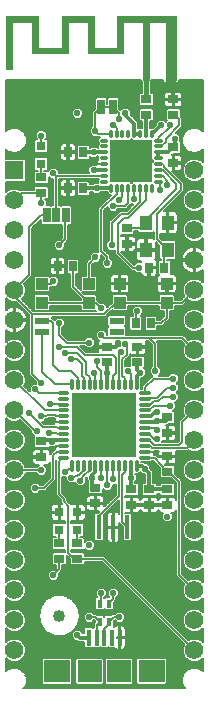
<source format=gtl>
G75*
%MOIN*%
%OFA0B0*%
%FSLAX24Y24*%
%IPPOS*%
%LPD*%
%AMOC8*
5,1,8,0,0,1.08239X$1,22.5*
%
%ADD10C,0.0400*%
%ADD11R,0.0276X0.0354*%
%ADD12R,0.0315X0.0315*%
%ADD13R,0.0354X0.0276*%
%ADD14R,0.0620X0.0620*%
%ADD15C,0.0620*%
%ADD16R,0.0157X0.0551*%
%ADD17R,0.0787X0.0748*%
%ADD18R,0.0866X0.0748*%
%ADD19R,0.0177X0.0276*%
%ADD20C,0.0118*%
%ADD21R,0.1390X0.1390*%
%ADD22C,0.0080*%
%ADD23R,0.0250X0.0500*%
%ADD24R,0.0394X0.0394*%
%ADD25R,0.0413X0.0512*%
%ADD26R,0.0200X0.0400*%
%ADD27R,0.0320X0.0160*%
%ADD28C,0.0000*%
%ADD29C,0.0001*%
%ADD30R,0.0157X0.0787*%
%ADD31R,0.2165X0.2165*%
%ADD32R,0.0472X0.0236*%
%ADD33C,0.0050*%
%ADD34C,0.0220*%
%ADD35C,0.0120*%
%ADD36C,0.0320*%
%ADD37C,0.0160*%
D10*
X017650Y018300D03*
D11*
X020194Y028050D03*
X020706Y028050D03*
X020644Y029900D03*
X021156Y029900D03*
X018456Y032550D03*
X017944Y032550D03*
X017944Y033750D03*
X018456Y033750D03*
X018106Y029950D03*
X017594Y029950D03*
D12*
X017050Y033355D03*
X017050Y033945D03*
X017650Y021745D03*
X018250Y021745D03*
X018250Y021155D03*
X017650Y021155D03*
D13*
X017650Y020706D03*
X017650Y020194D03*
X018250Y020194D03*
X018250Y020706D03*
X018850Y022044D03*
X018850Y022556D03*
X020050Y022506D03*
X020050Y021994D03*
X020650Y021994D03*
X020650Y022506D03*
X021250Y022506D03*
X021250Y021994D03*
X021250Y023094D03*
X021250Y023606D03*
X021250Y024394D03*
X021250Y024906D03*
X020250Y026744D03*
X020250Y027256D03*
X019250Y027256D03*
X019250Y026744D03*
X017050Y024106D03*
X017050Y023594D03*
X019900Y030694D03*
X019900Y031206D03*
X021450Y033394D03*
X021450Y033906D03*
X021450Y034994D03*
X021450Y035506D03*
X020550Y035506D03*
X020550Y034994D03*
X017050Y032906D03*
X017050Y032394D03*
D14*
X016150Y033150D03*
D15*
X016150Y032150D03*
X016150Y031150D03*
X016150Y030150D03*
X016150Y029150D03*
X016150Y028150D03*
X016150Y027150D03*
X016150Y026150D03*
X016150Y025150D03*
X016150Y024150D03*
X016150Y023150D03*
X016150Y022150D03*
X016150Y021150D03*
X016150Y020150D03*
X016150Y019150D03*
X016150Y018150D03*
X016150Y017150D03*
X022150Y017150D03*
X022150Y018150D03*
X022150Y019150D03*
X022150Y020150D03*
X022150Y021150D03*
X022150Y022150D03*
X022150Y023150D03*
X022150Y024150D03*
X022150Y025150D03*
X022150Y026150D03*
X022150Y027150D03*
X022150Y028150D03*
X022150Y029150D03*
X022150Y030150D03*
X022150Y031150D03*
X022150Y032150D03*
X022150Y033150D03*
D16*
X019662Y017572D03*
X019406Y017572D03*
X019150Y017572D03*
X018894Y017572D03*
X018638Y017572D03*
D17*
X018658Y016450D03*
X019642Y016450D03*
D18*
X020725Y016450D03*
X017575Y016450D03*
D19*
X018993Y018095D03*
X019307Y018095D03*
X019307Y018705D03*
X018993Y018705D03*
D20*
X019052Y023164D02*
X019052Y023420D01*
X019248Y023420D02*
X019248Y023164D01*
X019445Y023164D02*
X019445Y023420D01*
X019642Y023420D02*
X019642Y023164D01*
X019839Y023164D02*
X019839Y023420D01*
X020036Y023420D02*
X020036Y023164D01*
X020233Y023164D02*
X020233Y023420D01*
X020380Y023567D02*
X020636Y023567D01*
X020636Y023764D02*
X020380Y023764D01*
X020380Y023961D02*
X020636Y023961D01*
X020636Y024158D02*
X020380Y024158D01*
X020380Y024355D02*
X020636Y024355D01*
X020636Y024552D02*
X020380Y024552D01*
X020380Y024748D02*
X020636Y024748D01*
X020636Y024945D02*
X020380Y024945D01*
X020380Y025142D02*
X020636Y025142D01*
X020636Y025339D02*
X020380Y025339D01*
X020380Y025536D02*
X020636Y025536D01*
X020636Y025733D02*
X020380Y025733D01*
X020233Y025880D02*
X020233Y026136D01*
X020036Y026136D02*
X020036Y025880D01*
X019839Y025880D02*
X019839Y026136D01*
X019642Y026136D02*
X019642Y025880D01*
X019445Y025880D02*
X019445Y026136D01*
X019248Y026136D02*
X019248Y025880D01*
X019052Y025880D02*
X019052Y026136D01*
X018855Y026136D02*
X018855Y025880D01*
X018658Y025880D02*
X018658Y026136D01*
X018461Y026136D02*
X018461Y025880D01*
X018264Y025880D02*
X018264Y026136D01*
X018067Y026136D02*
X018067Y025880D01*
X017920Y025733D02*
X017664Y025733D01*
X017664Y025536D02*
X017920Y025536D01*
X017920Y025339D02*
X017664Y025339D01*
X017664Y025142D02*
X017920Y025142D01*
X017920Y024945D02*
X017664Y024945D01*
X017664Y024748D02*
X017920Y024748D01*
X017920Y024552D02*
X017664Y024552D01*
X017664Y024355D02*
X017920Y024355D01*
X017920Y024158D02*
X017664Y024158D01*
X017664Y023961D02*
X017920Y023961D01*
X017920Y023764D02*
X017664Y023764D01*
X017664Y023567D02*
X017920Y023567D01*
X018067Y023420D02*
X018067Y023164D01*
X018264Y023164D02*
X018264Y023420D01*
X018461Y023420D02*
X018461Y023164D01*
X018658Y023164D02*
X018658Y023420D01*
X018855Y023420D02*
X018855Y023164D01*
X019361Y032465D02*
X019361Y032623D01*
X019558Y032623D02*
X019558Y032465D01*
X019755Y032465D02*
X019755Y032623D01*
X019952Y032623D02*
X019952Y032465D01*
X020148Y032465D02*
X020148Y032623D01*
X020345Y032623D02*
X020345Y032465D01*
X020542Y032465D02*
X020542Y032623D01*
X020739Y032623D02*
X020739Y032465D01*
X020877Y032761D02*
X021035Y032761D01*
X021035Y032958D02*
X020877Y032958D01*
X020877Y033155D02*
X021035Y033155D01*
X021035Y033352D02*
X020877Y033352D01*
X020877Y033548D02*
X021035Y033548D01*
X021035Y033745D02*
X020877Y033745D01*
X020877Y033942D02*
X021035Y033942D01*
X021035Y034139D02*
X020877Y034139D01*
X020739Y034277D02*
X020739Y034435D01*
X020542Y034435D02*
X020542Y034277D01*
X020345Y034277D02*
X020345Y034435D01*
X020148Y034435D02*
X020148Y034277D01*
X019952Y034277D02*
X019952Y034435D01*
X019755Y034435D02*
X019755Y034277D01*
X019558Y034277D02*
X019558Y034435D01*
X019361Y034435D02*
X019361Y034277D01*
X019223Y034139D02*
X019065Y034139D01*
X019065Y033942D02*
X019223Y033942D01*
X019223Y033745D02*
X019065Y033745D01*
X019065Y033548D02*
X019223Y033548D01*
X019223Y033352D02*
X019065Y033352D01*
X019065Y033155D02*
X019223Y033155D01*
X019223Y032958D02*
X019065Y032958D01*
X019065Y032761D02*
X019223Y032761D01*
D21*
X020050Y033450D03*
D22*
X019400Y035250D02*
X019100Y035250D01*
D23*
X019050Y035250D03*
X019450Y035250D03*
X017870Y031650D03*
X017550Y031650D03*
X017230Y031650D03*
D24*
X017063Y029365D03*
X017063Y028735D03*
X018637Y028735D03*
X018637Y029365D03*
X019663Y029365D03*
X019663Y028735D03*
X021237Y028735D03*
X021237Y029365D03*
D25*
X021264Y030497D03*
X021264Y031403D03*
X020536Y031403D03*
X020536Y030497D03*
D26*
X020546Y036347D03*
D27*
X021373Y036248D03*
D28*
X021196Y036150D02*
X021550Y036150D01*
X021550Y038276D01*
X019581Y038276D01*
X019581Y037237D01*
X018794Y037237D01*
X018794Y038276D01*
X017731Y038276D01*
X017731Y037237D01*
X016944Y037237D01*
X016944Y038276D01*
X015881Y038276D01*
X015881Y036528D01*
X016078Y036528D01*
X016078Y038079D01*
X016747Y038079D01*
X016747Y037040D01*
X017928Y037040D01*
X017928Y038079D01*
X018597Y038079D01*
X018597Y037040D01*
X019778Y037040D01*
X019778Y038079D01*
X020448Y038079D01*
X020448Y036150D01*
X020644Y036150D01*
X020644Y038079D01*
X021196Y038079D01*
X021196Y036150D01*
D29*
X021196Y036151D02*
X021550Y036151D01*
X021550Y036152D02*
X021196Y036152D01*
X021196Y036153D02*
X021550Y036153D01*
X021550Y036154D02*
X021196Y036154D01*
X021196Y036155D02*
X021550Y036155D01*
X021550Y036156D02*
X021196Y036156D01*
X021196Y036157D02*
X021550Y036157D01*
X021550Y036158D02*
X021196Y036158D01*
X021196Y036159D02*
X021550Y036159D01*
X021550Y036160D02*
X021196Y036160D01*
X021196Y036161D02*
X021550Y036161D01*
X021550Y036162D02*
X021196Y036162D01*
X021196Y036163D02*
X021550Y036163D01*
X021550Y036164D02*
X021196Y036164D01*
X021196Y036165D02*
X021550Y036165D01*
X021550Y036166D02*
X021196Y036166D01*
X021196Y036167D02*
X021550Y036167D01*
X021550Y036168D02*
X021196Y036168D01*
X021196Y036169D02*
X021550Y036169D01*
X021550Y036170D02*
X021196Y036170D01*
X021196Y036171D02*
X021550Y036171D01*
X021550Y036172D02*
X021196Y036172D01*
X021196Y036173D02*
X021550Y036173D01*
X021550Y036174D02*
X021196Y036174D01*
X021196Y036175D02*
X021550Y036175D01*
X021550Y036176D02*
X021196Y036176D01*
X021196Y036177D02*
X021550Y036177D01*
X021550Y036178D02*
X021196Y036178D01*
X021196Y036179D02*
X021550Y036179D01*
X021550Y036180D02*
X021196Y036180D01*
X021196Y036181D02*
X021550Y036181D01*
X021550Y036182D02*
X021196Y036182D01*
X021196Y036183D02*
X021550Y036183D01*
X021550Y036184D02*
X021196Y036184D01*
X021196Y036185D02*
X021550Y036185D01*
X021550Y036186D02*
X021196Y036186D01*
X021196Y036187D02*
X021550Y036187D01*
X021550Y036188D02*
X021196Y036188D01*
X021196Y036189D02*
X021550Y036189D01*
X021550Y036190D02*
X021196Y036190D01*
X021196Y036191D02*
X021550Y036191D01*
X021550Y036192D02*
X021196Y036192D01*
X021196Y036193D02*
X021550Y036193D01*
X021550Y036194D02*
X021196Y036194D01*
X021196Y036195D02*
X021550Y036195D01*
X021550Y036196D02*
X021196Y036196D01*
X021196Y036197D02*
X021550Y036197D01*
X021550Y036198D02*
X021196Y036198D01*
X021196Y036199D02*
X021550Y036199D01*
X021550Y036200D02*
X021196Y036200D01*
X021196Y036201D02*
X021550Y036201D01*
X021550Y036202D02*
X021196Y036202D01*
X021196Y036203D02*
X021550Y036203D01*
X021550Y036204D02*
X021196Y036204D01*
X021196Y036205D02*
X021550Y036205D01*
X021550Y036206D02*
X021196Y036206D01*
X021196Y036207D02*
X021550Y036207D01*
X021550Y036208D02*
X021196Y036208D01*
X021196Y036209D02*
X021550Y036209D01*
X021550Y036210D02*
X021196Y036210D01*
X021196Y036211D02*
X021550Y036211D01*
X021550Y036212D02*
X021196Y036212D01*
X021196Y036213D02*
X021550Y036213D01*
X021550Y036214D02*
X021196Y036214D01*
X021196Y036215D02*
X021550Y036215D01*
X021550Y036216D02*
X021196Y036216D01*
X021196Y036217D02*
X021550Y036217D01*
X021550Y036218D02*
X021196Y036218D01*
X021196Y036219D02*
X021550Y036219D01*
X021550Y036220D02*
X021196Y036220D01*
X021196Y036221D02*
X021550Y036221D01*
X021550Y036222D02*
X021196Y036222D01*
X021196Y036223D02*
X021550Y036223D01*
X021550Y036224D02*
X021196Y036224D01*
X021196Y036225D02*
X021550Y036225D01*
X021550Y036226D02*
X021196Y036226D01*
X021196Y036227D02*
X021550Y036227D01*
X021550Y036228D02*
X021196Y036228D01*
X021196Y036229D02*
X021550Y036229D01*
X021550Y036230D02*
X021196Y036230D01*
X021196Y036231D02*
X021550Y036231D01*
X021550Y036232D02*
X021196Y036232D01*
X021196Y036233D02*
X021550Y036233D01*
X021550Y036234D02*
X021196Y036234D01*
X021196Y036235D02*
X021550Y036235D01*
X021550Y036236D02*
X021196Y036236D01*
X021196Y036237D02*
X021550Y036237D01*
X021550Y036238D02*
X021196Y036238D01*
X021196Y036239D02*
X021550Y036239D01*
X021550Y036240D02*
X021196Y036240D01*
X021196Y036241D02*
X021550Y036241D01*
X021550Y036242D02*
X021196Y036242D01*
X021196Y036243D02*
X021550Y036243D01*
X021550Y036244D02*
X021196Y036244D01*
X021196Y036245D02*
X021550Y036245D01*
X021550Y036246D02*
X021196Y036246D01*
X021196Y036247D02*
X021550Y036247D01*
X021550Y036248D02*
X021196Y036248D01*
X021196Y036249D02*
X021550Y036249D01*
X021550Y036250D02*
X021196Y036250D01*
X021196Y036251D02*
X021550Y036251D01*
X021550Y036252D02*
X021196Y036252D01*
X021196Y036253D02*
X021550Y036253D01*
X021550Y036254D02*
X021196Y036254D01*
X021196Y036255D02*
X021550Y036255D01*
X021550Y036256D02*
X021196Y036256D01*
X021196Y036257D02*
X021550Y036257D01*
X021550Y036258D02*
X021196Y036258D01*
X021196Y036259D02*
X021550Y036259D01*
X021550Y036260D02*
X021196Y036260D01*
X021196Y036261D02*
X021550Y036261D01*
X021550Y036262D02*
X021196Y036262D01*
X021196Y036263D02*
X021550Y036263D01*
X021550Y036264D02*
X021196Y036264D01*
X021196Y036265D02*
X021550Y036265D01*
X021550Y036266D02*
X021196Y036266D01*
X021196Y036267D02*
X021550Y036267D01*
X021550Y036268D02*
X021196Y036268D01*
X021196Y036269D02*
X021550Y036269D01*
X021550Y036270D02*
X021196Y036270D01*
X021196Y036271D02*
X021550Y036271D01*
X021550Y036272D02*
X021196Y036272D01*
X021196Y036273D02*
X021550Y036273D01*
X021550Y036274D02*
X021196Y036274D01*
X021196Y036275D02*
X021550Y036275D01*
X021550Y036276D02*
X021196Y036276D01*
X021196Y036277D02*
X021550Y036277D01*
X021550Y036278D02*
X021196Y036278D01*
X021196Y036279D02*
X021550Y036279D01*
X021550Y036280D02*
X021196Y036280D01*
X021196Y036281D02*
X021550Y036281D01*
X021550Y036282D02*
X021196Y036282D01*
X021196Y036283D02*
X021550Y036283D01*
X021550Y036284D02*
X021196Y036284D01*
X021196Y036285D02*
X021550Y036285D01*
X021550Y036286D02*
X021196Y036286D01*
X021196Y036287D02*
X021550Y036287D01*
X021550Y036288D02*
X021196Y036288D01*
X021196Y036289D02*
X021550Y036289D01*
X021550Y036290D02*
X021196Y036290D01*
X021196Y036291D02*
X021550Y036291D01*
X021550Y036292D02*
X021196Y036292D01*
X021196Y036293D02*
X021550Y036293D01*
X021550Y036294D02*
X021196Y036294D01*
X021196Y036295D02*
X021550Y036295D01*
X021550Y036296D02*
X021196Y036296D01*
X021196Y036297D02*
X021550Y036297D01*
X021550Y036298D02*
X021196Y036298D01*
X021196Y036299D02*
X021550Y036299D01*
X021550Y036300D02*
X021196Y036300D01*
X021196Y036301D02*
X021550Y036301D01*
X021550Y036302D02*
X021196Y036302D01*
X021196Y036303D02*
X021550Y036303D01*
X021550Y036304D02*
X021196Y036304D01*
X021196Y036305D02*
X021550Y036305D01*
X021550Y036306D02*
X021196Y036306D01*
X021196Y036307D02*
X021550Y036307D01*
X021550Y036308D02*
X021196Y036308D01*
X021196Y036309D02*
X021550Y036309D01*
X021550Y036310D02*
X021196Y036310D01*
X021196Y036311D02*
X021550Y036311D01*
X021550Y036312D02*
X021196Y036312D01*
X021196Y036313D02*
X021550Y036313D01*
X021550Y036314D02*
X021196Y036314D01*
X021196Y036315D02*
X021550Y036315D01*
X021550Y036316D02*
X021196Y036316D01*
X021196Y036317D02*
X021550Y036317D01*
X021550Y036318D02*
X021196Y036318D01*
X021196Y036319D02*
X021550Y036319D01*
X021550Y036320D02*
X021196Y036320D01*
X021196Y036321D02*
X021550Y036321D01*
X021550Y036322D02*
X021196Y036322D01*
X021196Y036323D02*
X021550Y036323D01*
X021550Y036324D02*
X021196Y036324D01*
X021196Y036325D02*
X021550Y036325D01*
X021550Y036326D02*
X021196Y036326D01*
X021196Y036327D02*
X021550Y036327D01*
X021550Y036328D02*
X021196Y036328D01*
X021196Y036329D02*
X021550Y036329D01*
X021550Y036330D02*
X021196Y036330D01*
X021196Y036331D02*
X021550Y036331D01*
X021550Y036332D02*
X021196Y036332D01*
X021196Y036333D02*
X021550Y036333D01*
X021550Y036334D02*
X021196Y036334D01*
X021196Y036335D02*
X021550Y036335D01*
X021550Y036336D02*
X021196Y036336D01*
X021196Y036337D02*
X021550Y036337D01*
X021550Y036338D02*
X021196Y036338D01*
X021196Y036339D02*
X021550Y036339D01*
X021550Y036340D02*
X021196Y036340D01*
X021196Y036341D02*
X021550Y036341D01*
X021550Y036342D02*
X021196Y036342D01*
X021196Y036343D02*
X021550Y036343D01*
X021550Y036344D02*
X021196Y036344D01*
X021196Y036345D02*
X021550Y036345D01*
X021550Y036346D02*
X021196Y036346D01*
X021196Y036347D02*
X021550Y036347D01*
X021550Y036348D02*
X021196Y036348D01*
X021196Y036349D02*
X021550Y036349D01*
X021550Y036350D02*
X021196Y036350D01*
X021196Y036351D02*
X021550Y036351D01*
X021550Y036352D02*
X021196Y036352D01*
X021196Y036353D02*
X021550Y036353D01*
X021550Y036354D02*
X021196Y036354D01*
X021196Y036355D02*
X021550Y036355D01*
X021550Y036356D02*
X021196Y036356D01*
X021196Y036357D02*
X021550Y036357D01*
X021550Y036358D02*
X021196Y036358D01*
X021196Y036359D02*
X021550Y036359D01*
X021550Y036360D02*
X021196Y036360D01*
X021196Y036361D02*
X021550Y036361D01*
X021550Y036362D02*
X021196Y036362D01*
X021196Y036363D02*
X021550Y036363D01*
X021550Y036364D02*
X021196Y036364D01*
X021196Y036365D02*
X021550Y036365D01*
X021550Y036366D02*
X021196Y036366D01*
X021196Y036367D02*
X021550Y036367D01*
X021550Y036368D02*
X021196Y036368D01*
X021196Y036369D02*
X021550Y036369D01*
X021550Y036370D02*
X021196Y036370D01*
X021196Y036371D02*
X021550Y036371D01*
X021550Y036372D02*
X021196Y036372D01*
X021196Y036373D02*
X021550Y036373D01*
X021550Y036374D02*
X021196Y036374D01*
X021196Y036375D02*
X021550Y036375D01*
X021550Y036376D02*
X021196Y036376D01*
X021196Y036377D02*
X021550Y036377D01*
X021550Y036378D02*
X021196Y036378D01*
X021196Y036379D02*
X021550Y036379D01*
X021550Y036380D02*
X021196Y036380D01*
X021196Y036381D02*
X021550Y036381D01*
X021550Y036382D02*
X021196Y036382D01*
X021196Y036383D02*
X021550Y036383D01*
X021550Y036384D02*
X021196Y036384D01*
X021196Y036385D02*
X021550Y036385D01*
X021550Y036386D02*
X021196Y036386D01*
X021196Y036387D02*
X021550Y036387D01*
X021550Y036388D02*
X021196Y036388D01*
X021196Y036389D02*
X021550Y036389D01*
X021550Y036390D02*
X021196Y036390D01*
X021196Y036391D02*
X021550Y036391D01*
X021550Y036392D02*
X021196Y036392D01*
X021196Y036393D02*
X021550Y036393D01*
X021550Y036394D02*
X021196Y036394D01*
X021196Y036395D02*
X021550Y036395D01*
X021550Y036396D02*
X021196Y036396D01*
X021196Y036397D02*
X021550Y036397D01*
X021550Y036398D02*
X021196Y036398D01*
X021196Y036399D02*
X021550Y036399D01*
X021550Y036400D02*
X021196Y036400D01*
X021196Y036401D02*
X021550Y036401D01*
X021550Y036402D02*
X021196Y036402D01*
X021196Y036403D02*
X021550Y036403D01*
X021550Y036404D02*
X021196Y036404D01*
X021196Y036405D02*
X021550Y036405D01*
X021550Y036406D02*
X021196Y036406D01*
X021196Y036407D02*
X021550Y036407D01*
X021550Y036408D02*
X021196Y036408D01*
X021196Y036409D02*
X021550Y036409D01*
X021550Y036410D02*
X021196Y036410D01*
X021196Y036411D02*
X021550Y036411D01*
X021550Y036412D02*
X021196Y036412D01*
X021196Y036413D02*
X021550Y036413D01*
X021550Y036414D02*
X021196Y036414D01*
X021196Y036415D02*
X021550Y036415D01*
X021550Y036416D02*
X021196Y036416D01*
X021196Y036417D02*
X021550Y036417D01*
X021550Y036418D02*
X021196Y036418D01*
X021196Y036419D02*
X021550Y036419D01*
X021550Y036420D02*
X021196Y036420D01*
X021196Y036421D02*
X021550Y036421D01*
X021550Y036422D02*
X021196Y036422D01*
X021196Y036423D02*
X021550Y036423D01*
X021550Y036424D02*
X021196Y036424D01*
X021196Y036425D02*
X021550Y036425D01*
X021550Y036426D02*
X021196Y036426D01*
X021196Y036427D02*
X021550Y036427D01*
X021550Y036428D02*
X021196Y036428D01*
X021196Y036429D02*
X021550Y036429D01*
X021550Y036430D02*
X021196Y036430D01*
X021196Y036431D02*
X021550Y036431D01*
X021550Y036432D02*
X021196Y036432D01*
X021196Y036433D02*
X021550Y036433D01*
X021550Y036434D02*
X021196Y036434D01*
X021196Y036435D02*
X021550Y036435D01*
X021550Y036436D02*
X021196Y036436D01*
X021196Y036437D02*
X021550Y036437D01*
X021550Y036438D02*
X021196Y036438D01*
X021196Y036439D02*
X021550Y036439D01*
X021550Y036440D02*
X021196Y036440D01*
X021196Y036441D02*
X021550Y036441D01*
X021550Y036442D02*
X021196Y036442D01*
X021196Y036443D02*
X021550Y036443D01*
X021550Y036444D02*
X021196Y036444D01*
X021196Y036445D02*
X021550Y036445D01*
X021550Y036446D02*
X021196Y036446D01*
X021196Y036447D02*
X021550Y036447D01*
X021550Y036448D02*
X021196Y036448D01*
X021196Y036449D02*
X021550Y036449D01*
X021550Y036450D02*
X021196Y036450D01*
X021196Y036451D02*
X021550Y036451D01*
X021550Y036452D02*
X021196Y036452D01*
X021196Y036453D02*
X021550Y036453D01*
X021550Y036454D02*
X021196Y036454D01*
X021196Y036455D02*
X021550Y036455D01*
X021550Y036456D02*
X021196Y036456D01*
X021196Y036457D02*
X021550Y036457D01*
X021550Y036458D02*
X021196Y036458D01*
X021550Y036458D01*
X021550Y036459D02*
X021196Y036459D01*
X021196Y036460D02*
X021550Y036460D01*
X021550Y036461D02*
X021196Y036461D01*
X021196Y036462D02*
X021550Y036462D01*
X021550Y036463D02*
X021196Y036463D01*
X021196Y036464D02*
X021550Y036464D01*
X021550Y036465D02*
X021196Y036465D01*
X021196Y036466D02*
X021550Y036466D01*
X021550Y036467D02*
X021196Y036467D01*
X021196Y036468D02*
X021550Y036468D01*
X021550Y036469D02*
X021196Y036469D01*
X021196Y036470D02*
X021550Y036470D01*
X021550Y036471D02*
X021196Y036471D01*
X021196Y036472D02*
X021550Y036472D01*
X021550Y036473D02*
X021196Y036473D01*
X021196Y036474D02*
X021550Y036474D01*
X021550Y036475D02*
X021196Y036475D01*
X021196Y036476D02*
X021550Y036476D01*
X021550Y036477D02*
X021196Y036477D01*
X021196Y036478D02*
X021550Y036478D01*
X021550Y036479D02*
X021196Y036479D01*
X021196Y036480D02*
X021550Y036480D01*
X021550Y036481D02*
X021196Y036481D01*
X021196Y036482D02*
X021550Y036482D01*
X021550Y036483D02*
X021196Y036483D01*
X021196Y036484D02*
X021550Y036484D01*
X021550Y036485D02*
X021196Y036485D01*
X021196Y036486D02*
X021550Y036486D01*
X021550Y036487D02*
X021196Y036487D01*
X021196Y036488D02*
X021550Y036488D01*
X021550Y036489D02*
X021196Y036489D01*
X021196Y036490D02*
X021550Y036490D01*
X021550Y036491D02*
X021196Y036491D01*
X021196Y036492D02*
X021550Y036492D01*
X021550Y036493D02*
X021196Y036493D01*
X021196Y036494D02*
X021550Y036494D01*
X021550Y036495D02*
X021196Y036495D01*
X021196Y036496D02*
X021550Y036496D01*
X021550Y036497D02*
X021196Y036497D01*
X021196Y036498D02*
X021550Y036498D01*
X021550Y036499D02*
X021196Y036499D01*
X021196Y036500D02*
X021550Y036500D01*
X021550Y036501D02*
X021196Y036501D01*
X021196Y036502D02*
X021550Y036502D01*
X021550Y036503D02*
X021196Y036503D01*
X021196Y036504D02*
X021550Y036504D01*
X021550Y036505D02*
X021196Y036505D01*
X021196Y036506D02*
X021550Y036506D01*
X021550Y036507D02*
X021196Y036507D01*
X021196Y036508D02*
X021550Y036508D01*
X021550Y036509D02*
X021196Y036509D01*
X021196Y036510D02*
X021550Y036510D01*
X021550Y036511D02*
X021196Y036511D01*
X021196Y036512D02*
X021550Y036512D01*
X021550Y036513D02*
X021196Y036513D01*
X021196Y036514D02*
X021550Y036514D01*
X021550Y036515D02*
X021196Y036515D01*
X021196Y036516D02*
X021550Y036516D01*
X021550Y036517D02*
X021196Y036517D01*
X021196Y036518D02*
X021550Y036518D01*
X021550Y036519D02*
X021196Y036519D01*
X021196Y036520D02*
X021550Y036520D01*
X021550Y036521D02*
X021196Y036521D01*
X021196Y036522D02*
X021550Y036522D01*
X021550Y036523D02*
X021196Y036523D01*
X021196Y036524D02*
X021550Y036524D01*
X021550Y036525D02*
X021196Y036525D01*
X021196Y036526D02*
X021550Y036526D01*
X021550Y036527D02*
X021196Y036527D01*
X021196Y036528D02*
X021550Y036528D01*
X021550Y036529D02*
X021196Y036529D01*
X021196Y036530D02*
X021550Y036530D01*
X021550Y036531D02*
X021196Y036531D01*
X021196Y036532D02*
X021550Y036532D01*
X021550Y036533D02*
X021196Y036533D01*
X021196Y036534D02*
X021550Y036534D01*
X021550Y036535D02*
X021196Y036535D01*
X021196Y036536D02*
X021550Y036536D01*
X021550Y036537D02*
X021196Y036537D01*
X021196Y036538D02*
X021550Y036538D01*
X021550Y036539D02*
X021196Y036539D01*
X021196Y036540D02*
X021550Y036540D01*
X021550Y036541D02*
X021196Y036541D01*
X021196Y036542D02*
X021550Y036542D01*
X021550Y036543D02*
X021196Y036543D01*
X021196Y036544D02*
X021550Y036544D01*
X021550Y036545D02*
X021196Y036545D01*
X021196Y036546D02*
X021550Y036546D01*
X021550Y036547D02*
X021196Y036547D01*
X021196Y036548D02*
X021550Y036548D01*
X021550Y036549D02*
X021196Y036549D01*
X021196Y036550D02*
X021550Y036550D01*
X021550Y036551D02*
X021196Y036551D01*
X021196Y036552D02*
X021550Y036552D01*
X021550Y036553D02*
X021196Y036553D01*
X021196Y036554D02*
X021550Y036554D01*
X021550Y036555D02*
X021196Y036555D01*
X021196Y036556D02*
X021550Y036556D01*
X021550Y036557D02*
X021196Y036557D01*
X021196Y036558D02*
X021550Y036558D01*
X021550Y036559D02*
X021196Y036559D01*
X021196Y036560D02*
X021550Y036560D01*
X021550Y036561D02*
X021196Y036561D01*
X021196Y036562D02*
X021550Y036562D01*
X021550Y036563D02*
X021196Y036563D01*
X021196Y036564D02*
X021550Y036564D01*
X021550Y036565D02*
X021196Y036565D01*
X021196Y036566D02*
X021550Y036566D01*
X021550Y036567D02*
X021196Y036567D01*
X021196Y036568D02*
X021550Y036568D01*
X021550Y036569D02*
X021196Y036569D01*
X021196Y036570D02*
X021550Y036570D01*
X021550Y036571D02*
X021196Y036571D01*
X021196Y036572D02*
X021550Y036572D01*
X021550Y036573D02*
X021196Y036573D01*
X021196Y036574D02*
X021550Y036574D01*
X021550Y036575D02*
X021196Y036575D01*
X021196Y036576D02*
X021550Y036576D01*
X021550Y036577D02*
X021196Y036577D01*
X021196Y036578D02*
X021550Y036578D01*
X021550Y036579D02*
X021196Y036579D01*
X021196Y036580D02*
X021550Y036580D01*
X021550Y036581D02*
X021196Y036581D01*
X021196Y036582D02*
X021550Y036582D01*
X021550Y036583D02*
X021196Y036583D01*
X021196Y036584D02*
X021550Y036584D01*
X021550Y036585D02*
X021196Y036585D01*
X021196Y036586D02*
X021550Y036586D01*
X021550Y036587D02*
X021196Y036587D01*
X021196Y036588D02*
X021550Y036588D01*
X021550Y036589D02*
X021196Y036589D01*
X021196Y036590D02*
X021550Y036590D01*
X021550Y036591D02*
X021196Y036591D01*
X021196Y036592D02*
X021550Y036592D01*
X021550Y036593D02*
X021196Y036593D01*
X021196Y036594D02*
X021550Y036594D01*
X021550Y036595D02*
X021196Y036595D01*
X021196Y036596D02*
X021550Y036596D01*
X021550Y036597D02*
X021196Y036597D01*
X021196Y036598D02*
X021550Y036598D01*
X021550Y036599D02*
X021196Y036599D01*
X021196Y036600D02*
X021550Y036600D01*
X021550Y036601D02*
X021196Y036601D01*
X021196Y036602D02*
X021550Y036602D01*
X021550Y036603D02*
X021196Y036603D01*
X021196Y036604D02*
X021550Y036604D01*
X021550Y036605D02*
X021196Y036605D01*
X021196Y036606D02*
X021550Y036606D01*
X021550Y036607D02*
X021196Y036607D01*
X021196Y036608D02*
X021550Y036608D01*
X021550Y036609D02*
X021196Y036609D01*
X021196Y036610D02*
X021550Y036610D01*
X021550Y036611D02*
X021196Y036611D01*
X021196Y036612D02*
X021550Y036612D01*
X021550Y036613D02*
X021196Y036613D01*
X021196Y036614D02*
X021550Y036614D01*
X021550Y036615D02*
X021196Y036615D01*
X021196Y036616D02*
X021550Y036616D01*
X021550Y036617D02*
X021196Y036617D01*
X021196Y036618D02*
X021550Y036618D01*
X021550Y036619D02*
X021196Y036619D01*
X021196Y036620D02*
X021550Y036620D01*
X021550Y036621D02*
X021196Y036621D01*
X021196Y036622D02*
X021550Y036622D01*
X021550Y036623D02*
X021196Y036623D01*
X021196Y036624D02*
X021550Y036624D01*
X021550Y036625D02*
X021196Y036625D01*
X021196Y036626D02*
X021550Y036626D01*
X021550Y036627D02*
X021196Y036627D01*
X021196Y036628D02*
X021550Y036628D01*
X021550Y036629D02*
X021196Y036629D01*
X021196Y036630D02*
X021550Y036630D01*
X021550Y036631D02*
X021196Y036631D01*
X021196Y036632D02*
X021550Y036632D01*
X021550Y036633D02*
X021196Y036633D01*
X021196Y036634D02*
X021550Y036634D01*
X021550Y036635D02*
X021196Y036635D01*
X021196Y036636D02*
X021550Y036636D01*
X021550Y036637D02*
X021196Y036637D01*
X021196Y036638D02*
X021550Y036638D01*
X021550Y036639D02*
X021196Y036639D01*
X021196Y036640D02*
X021550Y036640D01*
X021550Y036641D02*
X021196Y036641D01*
X021196Y036642D02*
X021550Y036642D01*
X021550Y036643D02*
X021196Y036643D01*
X021196Y036644D02*
X021550Y036644D01*
X021550Y036645D02*
X021196Y036645D01*
X021196Y036646D02*
X021550Y036646D01*
X021550Y036647D02*
X021196Y036647D01*
X021196Y036648D02*
X021550Y036648D01*
X021550Y036649D02*
X021196Y036649D01*
X021196Y036650D02*
X021550Y036650D01*
X021550Y036651D02*
X021196Y036651D01*
X021196Y036652D02*
X021550Y036652D01*
X021550Y036653D02*
X021196Y036653D01*
X021196Y036654D02*
X021550Y036654D01*
X021550Y036655D02*
X021196Y036655D01*
X021196Y036656D02*
X021550Y036656D01*
X021550Y036657D02*
X021196Y036657D01*
X021196Y036658D02*
X021550Y036658D01*
X021550Y036659D02*
X021196Y036659D01*
X021196Y036660D02*
X021550Y036660D01*
X021550Y036661D02*
X021196Y036661D01*
X021196Y036662D02*
X021550Y036662D01*
X021550Y036663D02*
X021196Y036663D01*
X021196Y036664D02*
X021550Y036664D01*
X021550Y036665D02*
X021196Y036665D01*
X021196Y036666D02*
X021550Y036666D01*
X021550Y036667D02*
X021196Y036667D01*
X021196Y036668D02*
X021550Y036668D01*
X021550Y036669D02*
X021196Y036669D01*
X021196Y036670D02*
X021550Y036670D01*
X021550Y036671D02*
X021196Y036671D01*
X021196Y036672D02*
X021550Y036672D01*
X021550Y036673D02*
X021196Y036673D01*
X021196Y036674D02*
X021550Y036674D01*
X021550Y036675D02*
X021196Y036675D01*
X021196Y036676D02*
X021550Y036676D01*
X021550Y036677D02*
X021196Y036677D01*
X021196Y036678D02*
X021550Y036678D01*
X021550Y036679D02*
X021196Y036679D01*
X021196Y036680D02*
X021550Y036680D01*
X021550Y036681D02*
X021196Y036681D01*
X021196Y036682D02*
X021550Y036682D01*
X021550Y036683D02*
X021196Y036683D01*
X021196Y036684D02*
X021550Y036684D01*
X021550Y036685D02*
X021196Y036685D01*
X021196Y036686D02*
X021550Y036686D01*
X021550Y036687D02*
X021196Y036687D01*
X021196Y036688D02*
X021550Y036688D01*
X021550Y036689D02*
X021196Y036689D01*
X021196Y036690D02*
X021550Y036690D01*
X021550Y036691D02*
X021196Y036691D01*
X021196Y036692D02*
X021550Y036692D01*
X021550Y036693D02*
X021196Y036693D01*
X021196Y036694D02*
X021550Y036694D01*
X021550Y036695D02*
X021196Y036695D01*
X021196Y036696D02*
X021550Y036696D01*
X021550Y036697D02*
X021196Y036697D01*
X021196Y036698D02*
X021550Y036698D01*
X021550Y036699D02*
X021196Y036699D01*
X021196Y036700D02*
X021550Y036700D01*
X021550Y036701D02*
X021196Y036701D01*
X021196Y036702D02*
X021550Y036702D01*
X021550Y036703D02*
X021196Y036703D01*
X021196Y036704D02*
X021550Y036704D01*
X021550Y036705D02*
X021196Y036705D01*
X021196Y036706D02*
X021550Y036706D01*
X021550Y036707D02*
X021196Y036707D01*
X021196Y036708D02*
X021550Y036708D01*
X021550Y036709D02*
X021196Y036709D01*
X021196Y036710D02*
X021550Y036710D01*
X021550Y036711D02*
X021196Y036711D01*
X021196Y036712D02*
X021550Y036712D01*
X021550Y036713D02*
X021196Y036713D01*
X021196Y036714D02*
X021550Y036714D01*
X021550Y036715D02*
X021196Y036715D01*
X021196Y036716D02*
X021550Y036716D01*
X021550Y036717D02*
X021196Y036717D01*
X021196Y036718D02*
X021550Y036718D01*
X021550Y036719D02*
X021196Y036719D01*
X021196Y036720D02*
X021550Y036720D01*
X021550Y036721D02*
X021196Y036721D01*
X021196Y036722D02*
X021550Y036722D01*
X021550Y036723D02*
X021196Y036723D01*
X021196Y036724D02*
X021550Y036724D01*
X021550Y036725D02*
X021196Y036725D01*
X021196Y036726D02*
X021550Y036726D01*
X021550Y036727D02*
X021196Y036727D01*
X021196Y036728D02*
X021550Y036728D01*
X021550Y036729D02*
X021196Y036729D01*
X021196Y036730D02*
X021550Y036730D01*
X021550Y036731D02*
X021196Y036731D01*
X021196Y036732D02*
X021550Y036732D01*
X021550Y036733D02*
X021196Y036733D01*
X021196Y036734D02*
X021550Y036734D01*
X021550Y036735D02*
X021196Y036735D01*
X021196Y036736D02*
X021550Y036736D01*
X021550Y036737D02*
X021196Y036737D01*
X021196Y036738D02*
X021550Y036738D01*
X021550Y036739D02*
X021196Y036739D01*
X021196Y036740D02*
X021550Y036740D01*
X021550Y036741D02*
X021196Y036741D01*
X021196Y036742D02*
X021550Y036742D01*
X021550Y036743D02*
X021196Y036743D01*
X021196Y036744D02*
X021550Y036744D01*
X021550Y036745D02*
X021196Y036745D01*
X021196Y036746D02*
X021550Y036746D01*
X021550Y036747D02*
X021196Y036747D01*
X021196Y036748D02*
X021550Y036748D01*
X021550Y036749D02*
X021196Y036749D01*
X021196Y036750D02*
X021550Y036750D01*
X021550Y036751D02*
X021196Y036751D01*
X021196Y036752D02*
X021550Y036752D01*
X021550Y036753D02*
X021196Y036753D01*
X021196Y036754D02*
X021550Y036754D01*
X021550Y036755D02*
X021196Y036755D01*
X021196Y036756D02*
X021550Y036756D01*
X021550Y036757D02*
X021196Y036757D01*
X021196Y036758D02*
X021550Y036758D01*
X021550Y036759D02*
X021196Y036759D01*
X021196Y036760D02*
X021550Y036760D01*
X021550Y036761D02*
X021196Y036761D01*
X021196Y036762D02*
X021550Y036762D01*
X021550Y036763D02*
X021196Y036763D01*
X021196Y036764D02*
X021550Y036764D01*
X021550Y036765D02*
X021196Y036765D01*
X021196Y036766D02*
X021550Y036766D01*
X021550Y036767D02*
X021196Y036767D01*
X021196Y036768D02*
X021550Y036768D01*
X021550Y036769D02*
X021196Y036769D01*
X021196Y036770D02*
X021550Y036770D01*
X021550Y036771D02*
X021196Y036771D01*
X021196Y036772D02*
X021550Y036772D01*
X021550Y036773D02*
X021196Y036773D01*
X021196Y036774D02*
X021550Y036774D01*
X021550Y036775D02*
X021196Y036775D01*
X021196Y036776D02*
X021550Y036776D01*
X021550Y036777D02*
X021196Y036777D01*
X021196Y036778D02*
X021550Y036778D01*
X021550Y036779D02*
X021196Y036779D01*
X021196Y036780D02*
X021550Y036780D01*
X021550Y036781D02*
X021196Y036781D01*
X021196Y036782D02*
X021550Y036782D01*
X021550Y036783D02*
X021196Y036783D01*
X021196Y036784D02*
X021550Y036784D01*
X021550Y036785D02*
X021196Y036785D01*
X021196Y036786D02*
X021550Y036786D01*
X021550Y036787D02*
X021196Y036787D01*
X021196Y036788D02*
X021550Y036788D01*
X021550Y036789D02*
X021196Y036789D01*
X021196Y036790D02*
X021550Y036790D01*
X021550Y036791D02*
X021196Y036791D01*
X021196Y036792D02*
X021550Y036792D01*
X021550Y036793D02*
X021196Y036793D01*
X021196Y036794D02*
X021550Y036794D01*
X021550Y036795D02*
X021196Y036795D01*
X021196Y036796D02*
X021550Y036796D01*
X021550Y036797D02*
X021196Y036797D01*
X021196Y036798D02*
X021550Y036798D01*
X021550Y036799D02*
X021196Y036799D01*
X021196Y036800D02*
X021550Y036800D01*
X021550Y036801D02*
X021196Y036801D01*
X021196Y036802D02*
X021550Y036802D01*
X021550Y036803D02*
X021196Y036803D01*
X021196Y036804D02*
X021550Y036804D01*
X021550Y036805D02*
X021196Y036805D01*
X021196Y036806D02*
X021550Y036806D01*
X021550Y036807D02*
X021196Y036807D01*
X021196Y036808D02*
X021550Y036808D01*
X021550Y036809D02*
X021196Y036809D01*
X021196Y036810D02*
X021550Y036810D01*
X021550Y036811D02*
X021196Y036811D01*
X021196Y036812D02*
X021550Y036812D01*
X021550Y036813D02*
X021196Y036813D01*
X021196Y036814D02*
X021550Y036814D01*
X021550Y036815D02*
X021196Y036815D01*
X021196Y036816D02*
X021550Y036816D01*
X021550Y036817D02*
X021196Y036817D01*
X021196Y036818D02*
X021550Y036818D01*
X021550Y036819D02*
X021196Y036819D01*
X021196Y036820D02*
X021550Y036820D01*
X021550Y036821D02*
X021196Y036821D01*
X021196Y036822D02*
X021550Y036822D01*
X021550Y036823D02*
X021196Y036823D01*
X021196Y036824D02*
X021550Y036824D01*
X021550Y036825D02*
X021196Y036825D01*
X021196Y036826D02*
X021550Y036826D01*
X021550Y036827D02*
X021196Y036827D01*
X021196Y036828D02*
X021550Y036828D01*
X021550Y036829D02*
X021196Y036829D01*
X021196Y036830D02*
X021550Y036830D01*
X021550Y036831D02*
X021196Y036831D01*
X021196Y036832D02*
X021550Y036832D01*
X021550Y036833D02*
X021196Y036833D01*
X021196Y036834D02*
X021550Y036834D01*
X021550Y036835D02*
X021196Y036835D01*
X021196Y036836D02*
X021550Y036836D01*
X021550Y036837D02*
X021196Y036837D01*
X021196Y036838D02*
X021550Y036838D01*
X021550Y036839D02*
X021196Y036839D01*
X021196Y036840D02*
X021550Y036840D01*
X021550Y036841D02*
X021196Y036841D01*
X021196Y036842D02*
X021550Y036842D01*
X021550Y036843D02*
X021196Y036843D01*
X021196Y036844D02*
X021550Y036844D01*
X021550Y036845D02*
X021196Y036845D01*
X021196Y036846D02*
X021550Y036846D01*
X021550Y036847D02*
X021196Y036847D01*
X021196Y036848D02*
X021550Y036848D01*
X021550Y036849D02*
X021196Y036849D01*
X021196Y036850D02*
X021550Y036850D01*
X021550Y036851D02*
X021196Y036851D01*
X021196Y036852D02*
X021550Y036852D01*
X021550Y036853D02*
X021196Y036853D01*
X021196Y036854D02*
X021550Y036854D01*
X021550Y036855D02*
X021196Y036855D01*
X021196Y036856D02*
X021550Y036856D01*
X021550Y036857D02*
X021196Y036857D01*
X021196Y036858D02*
X021550Y036858D01*
X021550Y036859D02*
X021196Y036859D01*
X021196Y036860D02*
X021550Y036860D01*
X021550Y036861D02*
X021196Y036861D01*
X021196Y036862D02*
X021550Y036862D01*
X021550Y036863D02*
X021196Y036863D01*
X021196Y036864D02*
X021550Y036864D01*
X021550Y036865D02*
X021196Y036865D01*
X021196Y036866D02*
X021550Y036866D01*
X021550Y036867D02*
X021196Y036867D01*
X021196Y036868D02*
X021550Y036868D01*
X021550Y036869D02*
X021196Y036869D01*
X021196Y036870D02*
X021550Y036870D01*
X021550Y036871D02*
X021196Y036871D01*
X021196Y036872D02*
X021550Y036872D01*
X021550Y036873D02*
X021196Y036873D01*
X021196Y036874D02*
X021550Y036874D01*
X021550Y036875D02*
X021196Y036875D01*
X021196Y036876D02*
X021550Y036876D01*
X021550Y036877D02*
X021196Y036877D01*
X021196Y036878D02*
X021550Y036878D01*
X021550Y036879D02*
X021196Y036879D01*
X021196Y036880D02*
X021550Y036880D01*
X021550Y036881D02*
X021196Y036881D01*
X021196Y036882D02*
X021550Y036882D01*
X021550Y036883D02*
X021196Y036883D01*
X021196Y036884D02*
X021550Y036884D01*
X021550Y036885D02*
X021196Y036885D01*
X021196Y036886D02*
X021550Y036886D01*
X021550Y036887D02*
X021196Y036887D01*
X021196Y036888D02*
X021550Y036888D01*
X021550Y036889D02*
X021196Y036889D01*
X021196Y036890D02*
X021550Y036890D01*
X021550Y036891D02*
X021196Y036891D01*
X021196Y036892D02*
X021550Y036892D01*
X021550Y036893D02*
X021196Y036893D01*
X021196Y036894D02*
X021550Y036894D01*
X021550Y036895D02*
X021196Y036895D01*
X021196Y036896D02*
X021550Y036896D01*
X021550Y036897D02*
X021196Y036897D01*
X021196Y036898D02*
X021550Y036898D01*
X021550Y036899D02*
X021196Y036899D01*
X021196Y036900D02*
X021550Y036900D01*
X021550Y036901D02*
X021196Y036901D01*
X021196Y036902D02*
X021550Y036902D01*
X021550Y036903D02*
X021196Y036903D01*
X021196Y036904D02*
X021550Y036904D01*
X021550Y036905D02*
X021196Y036905D01*
X021196Y036906D02*
X021550Y036906D01*
X021550Y036907D02*
X021196Y036907D01*
X021196Y036908D02*
X021550Y036908D01*
X021550Y036909D02*
X021196Y036909D01*
X021196Y036910D02*
X021550Y036910D01*
X021550Y036911D02*
X021196Y036911D01*
X021196Y036912D02*
X021550Y036912D01*
X021550Y036913D02*
X021196Y036913D01*
X021196Y036914D02*
X021550Y036914D01*
X021550Y036915D02*
X021196Y036915D01*
X021196Y036916D02*
X021550Y036916D01*
X021550Y036917D02*
X021196Y036917D01*
X021196Y036918D02*
X021550Y036918D01*
X021550Y036919D02*
X021196Y036919D01*
X021196Y036920D02*
X021550Y036920D01*
X021550Y036921D02*
X021196Y036921D01*
X021196Y036922D02*
X021550Y036922D01*
X021550Y036923D02*
X021196Y036923D01*
X021196Y036924D02*
X021550Y036924D01*
X021550Y036925D02*
X021196Y036925D01*
X021196Y036926D02*
X021550Y036926D01*
X021550Y036927D02*
X021196Y036927D01*
X021196Y036928D02*
X021550Y036928D01*
X021550Y036929D02*
X021196Y036929D01*
X021196Y036930D02*
X021550Y036930D01*
X021550Y036931D02*
X021196Y036931D01*
X021196Y036932D02*
X021550Y036932D01*
X021550Y036933D02*
X021196Y036933D01*
X021196Y036934D02*
X021550Y036934D01*
X021550Y036935D02*
X021196Y036935D01*
X021196Y036936D02*
X021550Y036936D01*
X021550Y036937D02*
X021196Y036937D01*
X021196Y036938D02*
X021550Y036938D01*
X021550Y036939D02*
X021196Y036939D01*
X021196Y036940D02*
X021550Y036940D01*
X021550Y036941D02*
X021196Y036941D01*
X021196Y036942D02*
X021550Y036942D01*
X021550Y036943D02*
X021196Y036943D01*
X021196Y036944D02*
X021550Y036944D01*
X021550Y036945D02*
X021196Y036945D01*
X021196Y036946D02*
X021550Y036946D01*
X021550Y036947D02*
X021196Y036947D01*
X021196Y036948D02*
X021550Y036948D01*
X021550Y036949D02*
X021196Y036949D01*
X021196Y036950D02*
X021550Y036950D01*
X021550Y036951D02*
X021196Y036951D01*
X021196Y036952D02*
X021550Y036952D01*
X021550Y036953D02*
X021196Y036953D01*
X021196Y036954D02*
X021550Y036954D01*
X021550Y036955D02*
X021196Y036955D01*
X021196Y036956D02*
X021550Y036956D01*
X021550Y036957D02*
X021196Y036957D01*
X021196Y036958D02*
X021550Y036958D01*
X021550Y036959D02*
X021196Y036959D01*
X021196Y036960D02*
X021550Y036960D01*
X021550Y036961D02*
X021196Y036961D01*
X021196Y036962D02*
X021550Y036962D01*
X021550Y036963D02*
X021196Y036963D01*
X021196Y036964D02*
X021550Y036964D01*
X021550Y036965D02*
X021196Y036965D01*
X021196Y036966D02*
X021550Y036966D01*
X021550Y036967D02*
X021196Y036967D01*
X021196Y036968D02*
X021550Y036968D01*
X021550Y036969D02*
X021196Y036969D01*
X021196Y036970D02*
X021550Y036970D01*
X021550Y036971D02*
X021196Y036971D01*
X021196Y036972D02*
X021550Y036972D01*
X021550Y036973D02*
X021196Y036973D01*
X021196Y036974D02*
X021550Y036974D01*
X021550Y036975D02*
X021196Y036975D01*
X021196Y036976D02*
X021550Y036976D01*
X021550Y036977D02*
X021196Y036977D01*
X021196Y036978D02*
X021550Y036978D01*
X021550Y036979D02*
X021196Y036979D01*
X021196Y036980D02*
X021550Y036980D01*
X021550Y036981D02*
X021196Y036981D01*
X021196Y036982D02*
X021550Y036982D01*
X021550Y036983D02*
X021196Y036983D01*
X021196Y036984D02*
X021550Y036984D01*
X021550Y036985D02*
X021196Y036985D01*
X021196Y036986D02*
X021550Y036986D01*
X021550Y036987D02*
X021196Y036987D01*
X021196Y036988D02*
X021550Y036988D01*
X021550Y036989D02*
X021196Y036989D01*
X021196Y036990D02*
X021550Y036990D01*
X021550Y036991D02*
X021196Y036991D01*
X021196Y036992D02*
X021550Y036992D01*
X021550Y036993D02*
X021196Y036993D01*
X021196Y036994D02*
X021550Y036994D01*
X021550Y036995D02*
X021196Y036995D01*
X021196Y036996D02*
X021550Y036996D01*
X021550Y036997D02*
X021196Y036997D01*
X021196Y036998D02*
X021550Y036998D01*
X021550Y036999D02*
X021196Y036999D01*
X021196Y037000D02*
X021550Y037000D01*
X021550Y037001D02*
X021196Y037001D01*
X021196Y037002D02*
X021550Y037002D01*
X021550Y037003D02*
X021196Y037003D01*
X021196Y037004D02*
X021550Y037004D01*
X021550Y037005D02*
X021196Y037005D01*
X021196Y037006D02*
X021550Y037006D01*
X021550Y037007D02*
X021196Y037007D01*
X021196Y037008D02*
X021550Y037008D01*
X021550Y037009D02*
X021196Y037009D01*
X021196Y037010D02*
X021550Y037010D01*
X021550Y037011D02*
X021196Y037011D01*
X021196Y037012D02*
X021550Y037012D01*
X021550Y037013D02*
X021196Y037013D01*
X021196Y037014D02*
X021550Y037014D01*
X021550Y037015D02*
X021196Y037015D01*
X021196Y037016D02*
X021550Y037016D01*
X021550Y037017D02*
X021196Y037017D01*
X021196Y037018D02*
X021550Y037018D01*
X021550Y037019D02*
X021196Y037019D01*
X021196Y037020D02*
X021550Y037020D01*
X021550Y037021D02*
X021196Y037021D01*
X021196Y037022D02*
X021550Y037022D01*
X021550Y037023D02*
X021196Y037023D01*
X021196Y037024D02*
X021550Y037024D01*
X021550Y037025D02*
X021196Y037025D01*
X021196Y037026D02*
X021550Y037026D01*
X021550Y037027D02*
X021196Y037027D01*
X021196Y037028D02*
X021550Y037028D01*
X021550Y037029D02*
X021196Y037029D01*
X021196Y037030D02*
X021550Y037030D01*
X021550Y037031D02*
X021196Y037031D01*
X021196Y037032D02*
X021550Y037032D01*
X021550Y037033D02*
X021196Y037033D01*
X021196Y037034D02*
X021550Y037034D01*
X021550Y037035D02*
X021196Y037035D01*
X021196Y037036D02*
X021550Y037036D01*
X021550Y037037D02*
X021196Y037037D01*
X021196Y037038D02*
X021550Y037038D01*
X021550Y037039D02*
X021196Y037039D01*
X021196Y037040D02*
X021550Y037040D01*
X021550Y037041D02*
X021196Y037041D01*
X021196Y037042D02*
X021550Y037042D01*
X021550Y037043D02*
X021196Y037043D01*
X021196Y037044D02*
X021550Y037044D01*
X021550Y037045D02*
X021196Y037045D01*
X021196Y037046D02*
X021550Y037046D01*
X021550Y037047D02*
X021196Y037047D01*
X021196Y037048D02*
X021550Y037048D01*
X021550Y037049D02*
X021196Y037049D01*
X021196Y037050D02*
X021550Y037050D01*
X021550Y037051D02*
X021196Y037051D01*
X021196Y037052D02*
X021550Y037052D01*
X021550Y037053D02*
X021196Y037053D01*
X021196Y037054D02*
X021550Y037054D01*
X021550Y037055D02*
X021196Y037055D01*
X021196Y037056D02*
X021550Y037056D01*
X021550Y037057D02*
X021196Y037057D01*
X021196Y037058D02*
X021550Y037058D01*
X021550Y037059D02*
X021196Y037059D01*
X021196Y037060D02*
X021550Y037060D01*
X021550Y037061D02*
X021196Y037061D01*
X021196Y037062D02*
X021550Y037062D01*
X021550Y037063D02*
X021196Y037063D01*
X021196Y037064D02*
X021550Y037064D01*
X021550Y037065D02*
X021196Y037065D01*
X021196Y037066D02*
X021550Y037066D01*
X021550Y037067D02*
X021196Y037067D01*
X021196Y037068D02*
X021550Y037068D01*
X021550Y037069D02*
X021196Y037069D01*
X021196Y037070D02*
X021550Y037070D01*
X021550Y037071D02*
X021196Y037071D01*
X021196Y037072D02*
X021550Y037072D01*
X021550Y037073D02*
X021196Y037073D01*
X021196Y037074D02*
X021550Y037074D01*
X021550Y037075D02*
X021196Y037075D01*
X021196Y037076D02*
X021550Y037076D01*
X021550Y037077D02*
X021196Y037077D01*
X021196Y037078D02*
X021550Y037078D01*
X021550Y037079D02*
X021196Y037079D01*
X021196Y037080D02*
X021550Y037080D01*
X021550Y037081D02*
X021196Y037081D01*
X021196Y037082D02*
X021550Y037082D01*
X021550Y037083D02*
X021196Y037083D01*
X021196Y037084D02*
X021550Y037084D01*
X021550Y037085D02*
X021196Y037085D01*
X021196Y037086D02*
X021550Y037086D01*
X021550Y037087D02*
X021196Y037087D01*
X021196Y037088D02*
X021550Y037088D01*
X021550Y037089D02*
X021196Y037089D01*
X021196Y037090D02*
X021550Y037090D01*
X021550Y037091D02*
X021196Y037091D01*
X021196Y037092D02*
X021550Y037092D01*
X021550Y037093D02*
X021196Y037093D01*
X021196Y037094D02*
X021550Y037094D01*
X021550Y037095D02*
X021196Y037095D01*
X021196Y037096D02*
X021550Y037096D01*
X021550Y037097D02*
X021196Y037097D01*
X021196Y037098D02*
X021550Y037098D01*
X021550Y037099D02*
X021196Y037099D01*
X021196Y037100D02*
X021550Y037100D01*
X021550Y037101D02*
X021196Y037101D01*
X021196Y037102D02*
X021550Y037102D01*
X021550Y037103D02*
X021196Y037103D01*
X021196Y037104D02*
X021550Y037104D01*
X021550Y037105D02*
X021196Y037105D01*
X021196Y037106D02*
X021550Y037106D01*
X021550Y037107D02*
X021196Y037107D01*
X021196Y037108D02*
X021550Y037108D01*
X021550Y037109D02*
X021196Y037109D01*
X021196Y037110D02*
X021550Y037110D01*
X021550Y037111D02*
X021196Y037111D01*
X021196Y037112D02*
X021550Y037112D01*
X021550Y037113D02*
X021196Y037113D01*
X021196Y037114D02*
X021550Y037114D01*
X021550Y037115D02*
X021196Y037115D01*
X021196Y037116D02*
X021550Y037116D01*
X021550Y037117D02*
X021196Y037117D01*
X021196Y037118D02*
X021550Y037118D01*
X021550Y037119D02*
X021196Y037119D01*
X021196Y037120D02*
X021550Y037120D01*
X021550Y037121D02*
X021196Y037121D01*
X021196Y037122D02*
X021550Y037122D01*
X021550Y037123D02*
X021196Y037123D01*
X021196Y037124D02*
X021550Y037124D01*
X021550Y037125D02*
X021196Y037125D01*
X021196Y037126D02*
X021550Y037126D01*
X021550Y037127D02*
X021196Y037127D01*
X021196Y037128D02*
X021550Y037128D01*
X021550Y037129D02*
X021196Y037129D01*
X021196Y037130D02*
X021550Y037130D01*
X021550Y037131D02*
X021196Y037131D01*
X021196Y037132D02*
X021550Y037132D01*
X021550Y037133D02*
X021196Y037133D01*
X021196Y037134D02*
X021550Y037134D01*
X021550Y037135D02*
X021196Y037135D01*
X021196Y037136D02*
X021550Y037136D01*
X021550Y037137D02*
X021196Y037137D01*
X021196Y037138D02*
X021550Y037138D01*
X021550Y037139D02*
X021196Y037139D01*
X021196Y037140D02*
X021550Y037140D01*
X021550Y037141D02*
X021196Y037141D01*
X021196Y037142D02*
X021550Y037142D01*
X021550Y037143D02*
X021196Y037143D01*
X021196Y037144D02*
X021550Y037144D01*
X021550Y037145D02*
X021196Y037145D01*
X021196Y037146D02*
X021550Y037146D01*
X021550Y037147D02*
X021196Y037147D01*
X021196Y037148D02*
X021550Y037148D01*
X021550Y037149D02*
X021196Y037149D01*
X021196Y037150D02*
X021550Y037150D01*
X021550Y037151D02*
X021196Y037151D01*
X021196Y037152D02*
X021550Y037152D01*
X021550Y037153D02*
X021196Y037153D01*
X021196Y037154D02*
X021550Y037154D01*
X021550Y037155D02*
X021196Y037155D01*
X021196Y037156D02*
X021550Y037156D01*
X021550Y037157D02*
X021196Y037157D01*
X021196Y037158D02*
X021550Y037158D01*
X021550Y037159D02*
X021196Y037159D01*
X021196Y037160D02*
X021550Y037160D01*
X021550Y037161D02*
X021196Y037161D01*
X021196Y037162D02*
X021550Y037162D01*
X021550Y037163D02*
X021196Y037163D01*
X021196Y037164D02*
X021550Y037164D01*
X021550Y037165D02*
X021196Y037165D01*
X021196Y037166D02*
X021550Y037166D01*
X021550Y037167D02*
X021196Y037167D01*
X021196Y037168D02*
X021550Y037168D01*
X021550Y037169D02*
X021196Y037169D01*
X021196Y037170D02*
X021550Y037170D01*
X021550Y037171D02*
X021196Y037171D01*
X021196Y037172D02*
X021550Y037172D01*
X021550Y037173D02*
X021196Y037173D01*
X021196Y037174D02*
X021550Y037174D01*
X021550Y037175D02*
X021196Y037175D01*
X021196Y037176D02*
X021550Y037176D01*
X021550Y037177D02*
X021196Y037177D01*
X021196Y037178D02*
X021550Y037178D01*
X021550Y037179D02*
X021196Y037179D01*
X021196Y037180D02*
X021550Y037180D01*
X021550Y037181D02*
X021196Y037181D01*
X021196Y037182D02*
X021550Y037182D01*
X021550Y037183D02*
X021196Y037183D01*
X021196Y037184D02*
X021550Y037184D01*
X021550Y037185D02*
X021196Y037185D01*
X021196Y037186D02*
X021550Y037186D01*
X021550Y037187D02*
X021196Y037187D01*
X021196Y037188D02*
X021550Y037188D01*
X021550Y037189D02*
X021196Y037189D01*
X021196Y037190D02*
X021550Y037190D01*
X021550Y037191D02*
X021196Y037191D01*
X021196Y037192D02*
X021550Y037192D01*
X021550Y037193D02*
X021196Y037193D01*
X021196Y037194D02*
X021550Y037194D01*
X021550Y037195D02*
X021196Y037195D01*
X021196Y037196D02*
X021550Y037196D01*
X021550Y037197D02*
X021196Y037197D01*
X021196Y037198D02*
X021550Y037198D01*
X021550Y037199D02*
X021196Y037199D01*
X021196Y037200D02*
X021550Y037200D01*
X021550Y037201D02*
X021196Y037201D01*
X021196Y037202D02*
X021550Y037202D01*
X021550Y037203D02*
X021196Y037203D01*
X021196Y037204D02*
X021550Y037204D01*
X021550Y037205D02*
X021196Y037205D01*
X021196Y037206D02*
X021550Y037206D01*
X021550Y037207D02*
X021196Y037207D01*
X021196Y037208D02*
X021550Y037208D01*
X021550Y037209D02*
X021196Y037209D01*
X021196Y037210D02*
X021550Y037210D01*
X021550Y037211D02*
X021196Y037211D01*
X021196Y037212D02*
X021550Y037212D01*
X021550Y037213D02*
X021196Y037213D01*
X021196Y037214D02*
X021550Y037214D01*
X021550Y037215D02*
X021196Y037215D01*
X021196Y037216D02*
X021550Y037216D01*
X021550Y037217D02*
X021196Y037217D01*
X021196Y037218D02*
X021550Y037218D01*
X021550Y037219D02*
X021196Y037219D01*
X021196Y037220D02*
X021550Y037220D01*
X021550Y037221D02*
X021196Y037221D01*
X021196Y037222D02*
X021550Y037222D01*
X021550Y037223D02*
X021196Y037223D01*
X021196Y037224D02*
X021550Y037224D01*
X021550Y037225D02*
X021196Y037225D01*
X021196Y037226D02*
X021550Y037226D01*
X021550Y037227D02*
X021196Y037227D01*
X021196Y037228D02*
X021550Y037228D01*
X021550Y037229D02*
X021196Y037229D01*
X021196Y037230D02*
X021550Y037230D01*
X021550Y037231D02*
X021196Y037231D01*
X021196Y037232D02*
X021550Y037232D01*
X021550Y037233D02*
X021196Y037233D01*
X021196Y037234D02*
X021550Y037234D01*
X021550Y037235D02*
X021196Y037235D01*
X021196Y037236D02*
X021550Y037236D01*
X021550Y037237D02*
X021196Y037237D01*
X021196Y037238D02*
X021550Y037238D01*
X021550Y037239D02*
X021196Y037239D01*
X021196Y037240D02*
X021550Y037240D01*
X021550Y037241D02*
X021196Y037241D01*
X021196Y037242D02*
X021550Y037242D01*
X021550Y037243D02*
X021196Y037243D01*
X021196Y037244D02*
X021550Y037244D01*
X021550Y037245D02*
X021196Y037245D01*
X021196Y037246D02*
X021550Y037246D01*
X021550Y037247D02*
X021196Y037247D01*
X021196Y037248D02*
X021550Y037248D01*
X021550Y037249D02*
X021196Y037249D01*
X021196Y037250D02*
X021550Y037250D01*
X021550Y037251D02*
X021196Y037251D01*
X021196Y037252D02*
X021550Y037252D01*
X021550Y037253D02*
X021196Y037253D01*
X021196Y037254D02*
X021550Y037254D01*
X021550Y037255D02*
X021196Y037255D01*
X021196Y037256D02*
X021550Y037256D01*
X021550Y037257D02*
X021196Y037257D01*
X021196Y037258D02*
X021550Y037258D01*
X021550Y037259D02*
X021196Y037259D01*
X021196Y037260D02*
X021550Y037260D01*
X021550Y037261D02*
X021196Y037261D01*
X021196Y037262D02*
X021550Y037262D01*
X021550Y037263D02*
X021196Y037263D01*
X021196Y037264D02*
X021550Y037264D01*
X021550Y037265D02*
X021196Y037265D01*
X021196Y037266D02*
X021550Y037266D01*
X021550Y037267D02*
X021196Y037267D01*
X021196Y037268D02*
X021550Y037268D01*
X021550Y037269D02*
X021196Y037269D01*
X021196Y037270D02*
X021550Y037270D01*
X021550Y037271D02*
X021196Y037271D01*
X021196Y037272D02*
X021550Y037272D01*
X021550Y037273D02*
X021196Y037273D01*
X021196Y037274D02*
X021550Y037274D01*
X021550Y037275D02*
X021196Y037275D01*
X021196Y037276D02*
X021550Y037276D01*
X021550Y037277D02*
X021196Y037277D01*
X021196Y037278D02*
X021550Y037278D01*
X021550Y037279D02*
X021196Y037279D01*
X021196Y037280D02*
X021550Y037280D01*
X021550Y037281D02*
X021196Y037281D01*
X021196Y037282D02*
X021550Y037282D01*
X021550Y037283D02*
X021196Y037283D01*
X021196Y037284D02*
X021550Y037284D01*
X021550Y037285D02*
X021196Y037285D01*
X021196Y037286D02*
X021550Y037286D01*
X021550Y037287D02*
X021196Y037287D01*
X021196Y037288D02*
X021550Y037288D01*
X021550Y037289D02*
X021196Y037289D01*
X021196Y037290D02*
X021550Y037290D01*
X021550Y037291D02*
X021196Y037291D01*
X021196Y037292D02*
X021550Y037292D01*
X021550Y037293D02*
X021196Y037293D01*
X021196Y037294D02*
X021550Y037294D01*
X021550Y037295D02*
X021196Y037295D01*
X021196Y037296D02*
X021550Y037296D01*
X021550Y037297D02*
X021196Y037297D01*
X021196Y037298D02*
X021550Y037298D01*
X021550Y037299D02*
X021196Y037299D01*
X021196Y037300D02*
X021550Y037300D01*
X021550Y037301D02*
X021196Y037301D01*
X021196Y037302D02*
X021550Y037302D01*
X021550Y037303D02*
X021196Y037303D01*
X021196Y037304D02*
X021550Y037304D01*
X021550Y037305D02*
X021196Y037305D01*
X021196Y037306D02*
X021550Y037306D01*
X021550Y037307D02*
X021196Y037307D01*
X021196Y037308D02*
X021550Y037308D01*
X021550Y037309D02*
X021196Y037309D01*
X021196Y037310D02*
X021550Y037310D01*
X021550Y037311D02*
X021196Y037311D01*
X021196Y037312D02*
X021550Y037312D01*
X021550Y037313D02*
X021196Y037313D01*
X021196Y037314D02*
X021550Y037314D01*
X021550Y037315D02*
X021196Y037315D01*
X021196Y037316D02*
X021550Y037316D01*
X021550Y037317D02*
X021196Y037317D01*
X021196Y037318D02*
X021550Y037318D01*
X021550Y037319D02*
X021196Y037319D01*
X021196Y037320D02*
X021550Y037320D01*
X021550Y037321D02*
X021196Y037321D01*
X021196Y037322D02*
X021550Y037322D01*
X021550Y037323D02*
X021196Y037323D01*
X021196Y037324D02*
X021550Y037324D01*
X021550Y037325D02*
X021196Y037325D01*
X021196Y037326D02*
X021550Y037326D01*
X021550Y037327D02*
X021196Y037327D01*
X021196Y037328D02*
X021550Y037328D01*
X021550Y037329D02*
X021196Y037329D01*
X021196Y037330D02*
X021550Y037330D01*
X021550Y037331D02*
X021196Y037331D01*
X021196Y037332D02*
X021550Y037332D01*
X021550Y037333D02*
X021196Y037333D01*
X021196Y037334D02*
X021550Y037334D01*
X021550Y037335D02*
X021196Y037335D01*
X021196Y037336D02*
X021550Y037336D01*
X021550Y037337D02*
X021196Y037337D01*
X021196Y037338D02*
X021550Y037338D01*
X021550Y037339D02*
X021196Y037339D01*
X021196Y037340D02*
X021550Y037340D01*
X021550Y037341D02*
X021196Y037341D01*
X021196Y037342D02*
X021550Y037342D01*
X021550Y037343D02*
X021196Y037343D01*
X021196Y037344D02*
X021550Y037344D01*
X021550Y037345D02*
X021196Y037345D01*
X021196Y037346D02*
X021550Y037346D01*
X021550Y037347D02*
X021196Y037347D01*
X021196Y037348D02*
X021550Y037348D01*
X021550Y037349D02*
X021196Y037349D01*
X021196Y037350D02*
X021550Y037350D01*
X021550Y037351D02*
X021196Y037351D01*
X021196Y037352D02*
X021550Y037352D01*
X021550Y037353D02*
X021196Y037353D01*
X021196Y037354D02*
X021550Y037354D01*
X021550Y037355D02*
X021196Y037355D01*
X021196Y037356D02*
X021550Y037356D01*
X021550Y037357D02*
X021196Y037357D01*
X021196Y037358D02*
X021550Y037358D01*
X021550Y037359D02*
X021196Y037359D01*
X021196Y037360D02*
X021550Y037360D01*
X021550Y037361D02*
X021196Y037361D01*
X021196Y037362D02*
X021550Y037362D01*
X021550Y037363D02*
X021196Y037363D01*
X021196Y037364D02*
X021550Y037364D01*
X021550Y037365D02*
X021196Y037365D01*
X021196Y037366D02*
X021550Y037366D01*
X021550Y037367D02*
X021196Y037367D01*
X021196Y037368D02*
X021550Y037368D01*
X021550Y037369D02*
X021196Y037369D01*
X021196Y037370D02*
X021550Y037370D01*
X021550Y037371D02*
X021196Y037371D01*
X021196Y037372D02*
X021550Y037372D01*
X021550Y037373D02*
X021196Y037373D01*
X021196Y037374D02*
X021550Y037374D01*
X021550Y037375D02*
X021196Y037375D01*
X021196Y037376D02*
X021550Y037376D01*
X021550Y037377D02*
X021196Y037377D01*
X021196Y037378D02*
X021550Y037378D01*
X021550Y037379D02*
X021196Y037379D01*
X021196Y037380D02*
X021550Y037380D01*
X021550Y037381D02*
X021196Y037381D01*
X021196Y037382D02*
X021550Y037382D01*
X021550Y037383D02*
X021196Y037383D01*
X021196Y037384D02*
X021550Y037384D01*
X021550Y037385D02*
X021196Y037385D01*
X021196Y037386D02*
X021550Y037386D01*
X021550Y037387D02*
X021196Y037387D01*
X021196Y037388D02*
X021550Y037388D01*
X021550Y037389D02*
X021196Y037389D01*
X021196Y037390D02*
X021550Y037390D01*
X021550Y037391D02*
X021196Y037391D01*
X021196Y037392D02*
X021550Y037392D01*
X021550Y037393D02*
X021196Y037393D01*
X021196Y037394D02*
X021550Y037394D01*
X021550Y037395D02*
X021196Y037395D01*
X021196Y037396D02*
X021550Y037396D01*
X021550Y037397D02*
X021196Y037397D01*
X021196Y037398D02*
X021550Y037398D01*
X021550Y037399D02*
X021196Y037399D01*
X021196Y037400D02*
X021550Y037400D01*
X021550Y037401D02*
X021196Y037401D01*
X021196Y037402D02*
X021550Y037402D01*
X021550Y037403D02*
X021196Y037403D01*
X021196Y037404D02*
X021550Y037404D01*
X021550Y037405D02*
X021196Y037405D01*
X021196Y037406D02*
X021550Y037406D01*
X021550Y037407D02*
X021196Y037407D01*
X021196Y037408D02*
X021550Y037408D01*
X021550Y037409D02*
X021196Y037409D01*
X021196Y037410D02*
X021550Y037410D01*
X021550Y037411D02*
X021196Y037411D01*
X021196Y037412D02*
X021550Y037412D01*
X021550Y037413D02*
X021196Y037413D01*
X021196Y037414D02*
X021550Y037414D01*
X021550Y037415D02*
X021196Y037415D01*
X021196Y037416D02*
X021550Y037416D01*
X021550Y037417D02*
X021196Y037417D01*
X021196Y037418D02*
X021550Y037418D01*
X021550Y037419D02*
X021196Y037419D01*
X021196Y037420D02*
X021550Y037420D01*
X021550Y037421D02*
X021196Y037421D01*
X021196Y037422D02*
X021550Y037422D01*
X021550Y037423D02*
X021196Y037423D01*
X021196Y037424D02*
X021550Y037424D01*
X021550Y037425D02*
X021196Y037425D01*
X021196Y037426D02*
X021550Y037426D01*
X021550Y037427D02*
X021196Y037427D01*
X021196Y037428D02*
X021550Y037428D01*
X021550Y037429D02*
X021196Y037429D01*
X021196Y037430D02*
X021550Y037430D01*
X021550Y037431D02*
X021196Y037431D01*
X021196Y037432D02*
X021550Y037432D01*
X021550Y037433D02*
X021196Y037433D01*
X021196Y037434D02*
X021550Y037434D01*
X021550Y037435D02*
X021196Y037435D01*
X021196Y037436D02*
X021550Y037436D01*
X021550Y037437D02*
X021196Y037437D01*
X021196Y037438D02*
X021550Y037438D01*
X021550Y037439D02*
X021196Y037439D01*
X021196Y037440D02*
X021550Y037440D01*
X021550Y037441D02*
X021196Y037441D01*
X021196Y037442D02*
X021550Y037442D01*
X021550Y037443D02*
X021196Y037443D01*
X021196Y037444D02*
X021550Y037444D01*
X021550Y037445D02*
X021196Y037445D01*
X021196Y037446D02*
X021550Y037446D01*
X021550Y037447D02*
X021196Y037447D01*
X021196Y037448D02*
X021550Y037448D01*
X021550Y037449D02*
X021196Y037449D01*
X021196Y037450D02*
X021550Y037450D01*
X021550Y037451D02*
X021196Y037451D01*
X021196Y037452D02*
X021550Y037452D01*
X021550Y037453D02*
X021196Y037453D01*
X021196Y037454D02*
X021550Y037454D01*
X021550Y037455D02*
X021196Y037455D01*
X021196Y037456D02*
X021550Y037456D01*
X021550Y037457D02*
X021196Y037457D01*
X021196Y037458D02*
X021550Y037458D01*
X021550Y037459D02*
X021196Y037459D01*
X021196Y037460D02*
X021550Y037460D01*
X021550Y037461D02*
X021196Y037461D01*
X021196Y037462D02*
X021550Y037462D01*
X021550Y037463D02*
X021196Y037463D01*
X021196Y037464D02*
X021550Y037464D01*
X021550Y037465D02*
X021196Y037465D01*
X021196Y037466D02*
X021550Y037466D01*
X021550Y037467D02*
X021196Y037467D01*
X021196Y037468D02*
X021550Y037468D01*
X021550Y037469D02*
X021196Y037469D01*
X021196Y037470D02*
X021550Y037470D01*
X021550Y037471D02*
X021196Y037471D01*
X021196Y037472D02*
X021550Y037472D01*
X021550Y037473D02*
X021196Y037473D01*
X021550Y037473D01*
X021550Y037474D02*
X021196Y037474D01*
X021196Y037475D02*
X021550Y037475D01*
X021550Y037476D02*
X021196Y037476D01*
X021196Y037477D02*
X021550Y037477D01*
X021550Y037478D02*
X021196Y037478D01*
X021196Y037479D02*
X021550Y037479D01*
X021550Y037480D02*
X021196Y037480D01*
X021196Y037481D02*
X021550Y037481D01*
X021550Y037482D02*
X021196Y037482D01*
X021196Y037483D02*
X021550Y037483D01*
X021550Y037484D02*
X021196Y037484D01*
X021196Y037485D02*
X021550Y037485D01*
X021550Y037486D02*
X021196Y037486D01*
X021196Y037487D02*
X021550Y037487D01*
X021550Y037488D02*
X021196Y037488D01*
X021196Y037489D02*
X021550Y037489D01*
X021550Y037490D02*
X021196Y037490D01*
X021196Y037491D02*
X021550Y037491D01*
X021550Y037492D02*
X021196Y037492D01*
X021196Y037493D02*
X021550Y037493D01*
X021550Y037494D02*
X021196Y037494D01*
X021196Y037495D02*
X021550Y037495D01*
X021550Y037496D02*
X021196Y037496D01*
X021196Y037497D02*
X021550Y037497D01*
X021550Y037498D02*
X021196Y037498D01*
X021196Y037499D02*
X021550Y037499D01*
X021550Y037500D02*
X021196Y037500D01*
X021196Y037501D02*
X021550Y037501D01*
X021550Y037502D02*
X021196Y037502D01*
X021196Y037503D02*
X021550Y037503D01*
X021550Y037504D02*
X021196Y037504D01*
X021196Y037505D02*
X021550Y037505D01*
X021550Y037506D02*
X021196Y037506D01*
X021196Y037507D02*
X021550Y037507D01*
X021550Y037508D02*
X021196Y037508D01*
X021196Y037509D02*
X021550Y037509D01*
X021550Y037510D02*
X021196Y037510D01*
X021196Y037511D02*
X021550Y037511D01*
X021550Y037512D02*
X021196Y037512D01*
X021196Y037513D02*
X021550Y037513D01*
X021550Y037514D02*
X021196Y037514D01*
X021196Y037515D02*
X021550Y037515D01*
X021550Y037516D02*
X021196Y037516D01*
X021196Y037517D02*
X021550Y037517D01*
X021550Y037518D02*
X021196Y037518D01*
X021196Y037519D02*
X021550Y037519D01*
X021550Y037520D02*
X021196Y037520D01*
X021196Y037521D02*
X021550Y037521D01*
X021550Y037522D02*
X021196Y037522D01*
X021196Y037523D02*
X021550Y037523D01*
X021550Y037524D02*
X021196Y037524D01*
X021196Y037525D02*
X021550Y037525D01*
X021550Y037526D02*
X021196Y037526D01*
X021196Y037527D02*
X021550Y037527D01*
X021550Y037528D02*
X021196Y037528D01*
X021196Y037529D02*
X021550Y037529D01*
X021550Y037530D02*
X021196Y037530D01*
X021196Y037531D02*
X021550Y037531D01*
X021550Y037532D02*
X021196Y037532D01*
X021196Y037533D02*
X021550Y037533D01*
X021550Y037534D02*
X021196Y037534D01*
X021196Y037535D02*
X021550Y037535D01*
X021550Y037536D02*
X021196Y037536D01*
X021196Y037537D02*
X021550Y037537D01*
X021550Y037538D02*
X021196Y037538D01*
X021196Y037539D02*
X021550Y037539D01*
X021550Y037540D02*
X021196Y037540D01*
X021196Y037541D02*
X021550Y037541D01*
X021550Y037542D02*
X021196Y037542D01*
X021196Y037543D02*
X021550Y037543D01*
X021550Y037544D02*
X021196Y037544D01*
X021196Y037545D02*
X021550Y037545D01*
X021550Y037546D02*
X021196Y037546D01*
X021196Y037547D02*
X021550Y037547D01*
X021550Y037548D02*
X021196Y037548D01*
X021196Y037549D02*
X021550Y037549D01*
X021550Y037550D02*
X021196Y037550D01*
X021196Y037551D02*
X021550Y037551D01*
X021550Y037552D02*
X021196Y037552D01*
X021196Y037553D02*
X021550Y037553D01*
X021550Y037554D02*
X021196Y037554D01*
X021196Y037555D02*
X021550Y037555D01*
X021550Y037556D02*
X021196Y037556D01*
X021196Y037557D02*
X021550Y037557D01*
X021550Y037558D02*
X021196Y037558D01*
X021196Y037559D02*
X021550Y037559D01*
X021550Y037560D02*
X021196Y037560D01*
X021196Y037561D02*
X021550Y037561D01*
X021550Y037562D02*
X021196Y037562D01*
X021196Y037563D02*
X021550Y037563D01*
X021550Y037564D02*
X021196Y037564D01*
X021196Y037565D02*
X021550Y037565D01*
X021550Y037566D02*
X021196Y037566D01*
X021196Y037567D02*
X021550Y037567D01*
X021550Y037568D02*
X021196Y037568D01*
X021196Y037569D02*
X021550Y037569D01*
X021550Y037570D02*
X021196Y037570D01*
X021196Y037571D02*
X021550Y037571D01*
X021550Y037572D02*
X021196Y037572D01*
X021196Y037573D02*
X021550Y037573D01*
X021550Y037574D02*
X021196Y037574D01*
X021196Y037575D02*
X021550Y037575D01*
X021550Y037576D02*
X021196Y037576D01*
X021196Y037577D02*
X021550Y037577D01*
X021550Y037578D02*
X021196Y037578D01*
X021196Y037579D02*
X021550Y037579D01*
X021550Y037580D02*
X021196Y037580D01*
X021196Y037581D02*
X021550Y037581D01*
X021550Y037582D02*
X021196Y037582D01*
X021196Y037583D02*
X021550Y037583D01*
X021550Y037584D02*
X021196Y037584D01*
X021196Y037585D02*
X021550Y037585D01*
X021550Y037586D02*
X021196Y037586D01*
X021196Y037587D02*
X021550Y037587D01*
X021550Y037588D02*
X021196Y037588D01*
X021196Y037589D02*
X021550Y037589D01*
X021550Y037590D02*
X021196Y037590D01*
X021196Y037591D02*
X021550Y037591D01*
X021550Y037592D02*
X021196Y037592D01*
X021196Y037593D02*
X021550Y037593D01*
X021550Y037594D02*
X021196Y037594D01*
X021196Y037595D02*
X021550Y037595D01*
X021550Y037596D02*
X021196Y037596D01*
X021196Y037597D02*
X021550Y037597D01*
X021550Y037598D02*
X021196Y037598D01*
X021196Y037599D02*
X021550Y037599D01*
X021550Y037600D02*
X021196Y037600D01*
X021196Y037601D02*
X021550Y037601D01*
X021550Y037602D02*
X021196Y037602D01*
X021196Y037603D02*
X021550Y037603D01*
X021550Y037604D02*
X021196Y037604D01*
X021196Y037605D02*
X021550Y037605D01*
X021550Y037606D02*
X021196Y037606D01*
X021196Y037607D02*
X021550Y037607D01*
X021550Y037608D02*
X021196Y037608D01*
X021196Y037609D02*
X021550Y037609D01*
X021550Y037610D02*
X021196Y037610D01*
X021196Y037611D02*
X021550Y037611D01*
X021550Y037612D02*
X021196Y037612D01*
X021196Y037613D02*
X021550Y037613D01*
X021550Y037614D02*
X021196Y037614D01*
X021196Y037615D02*
X021550Y037615D01*
X021550Y037616D02*
X021196Y037616D01*
X021196Y037617D02*
X021550Y037617D01*
X021550Y037618D02*
X021196Y037618D01*
X021196Y037619D02*
X021550Y037619D01*
X021550Y037620D02*
X021196Y037620D01*
X021196Y037621D02*
X021550Y037621D01*
X021550Y037622D02*
X021196Y037622D01*
X021196Y037623D02*
X021550Y037623D01*
X021550Y037624D02*
X021196Y037624D01*
X021196Y037625D02*
X021550Y037625D01*
X021550Y037626D02*
X021196Y037626D01*
X021196Y037627D02*
X021550Y037627D01*
X021550Y037628D02*
X021196Y037628D01*
X021196Y037629D02*
X021550Y037629D01*
X021550Y037630D02*
X021196Y037630D01*
X021196Y037631D02*
X021550Y037631D01*
X021550Y037632D02*
X021196Y037632D01*
X021196Y037633D02*
X021550Y037633D01*
X021550Y037634D02*
X021196Y037634D01*
X021196Y037635D02*
X021550Y037635D01*
X021550Y037636D02*
X021196Y037636D01*
X021196Y037637D02*
X021550Y037637D01*
X021550Y037638D02*
X021196Y037638D01*
X021196Y037639D02*
X021550Y037639D01*
X021550Y037640D02*
X021196Y037640D01*
X021196Y037641D02*
X021550Y037641D01*
X021550Y037642D02*
X021196Y037642D01*
X021196Y037643D02*
X021550Y037643D01*
X021550Y037644D02*
X021196Y037644D01*
X021196Y037645D02*
X021550Y037645D01*
X021550Y037646D02*
X021196Y037646D01*
X021196Y037647D02*
X021550Y037647D01*
X021550Y037648D02*
X021196Y037648D01*
X021196Y037649D02*
X021550Y037649D01*
X021550Y037650D02*
X021196Y037650D01*
X021196Y037651D02*
X021550Y037651D01*
X021550Y037652D02*
X021196Y037652D01*
X021196Y037653D02*
X021550Y037653D01*
X021550Y037654D02*
X021196Y037654D01*
X021196Y037655D02*
X021550Y037655D01*
X021550Y037656D02*
X021196Y037656D01*
X021196Y037657D02*
X021550Y037657D01*
X021550Y037658D02*
X021196Y037658D01*
X021196Y037659D02*
X021550Y037659D01*
X021550Y037660D02*
X021196Y037660D01*
X021196Y037661D02*
X021550Y037661D01*
X021550Y037662D02*
X021196Y037662D01*
X021196Y037663D02*
X021550Y037663D01*
X021550Y037664D02*
X021196Y037664D01*
X021196Y037665D02*
X021550Y037665D01*
X021550Y037666D02*
X021196Y037666D01*
X021196Y037667D02*
X021550Y037667D01*
X021550Y037668D02*
X021196Y037668D01*
X021196Y037669D02*
X021550Y037669D01*
X021550Y037670D02*
X021196Y037670D01*
X021196Y037671D02*
X021550Y037671D01*
X021550Y037672D02*
X021196Y037672D01*
X021196Y037673D02*
X021550Y037673D01*
X021550Y037674D02*
X021196Y037674D01*
X021196Y037675D02*
X021550Y037675D01*
X021550Y037676D02*
X021196Y037676D01*
X021196Y037677D02*
X021550Y037677D01*
X021550Y037678D02*
X021196Y037678D01*
X021196Y037679D02*
X021550Y037679D01*
X021550Y037680D02*
X021196Y037680D01*
X021196Y037681D02*
X021550Y037681D01*
X021550Y037682D02*
X021196Y037682D01*
X021196Y037683D02*
X021550Y037683D01*
X021550Y037684D02*
X021196Y037684D01*
X021196Y037685D02*
X021550Y037685D01*
X021550Y037686D02*
X021196Y037686D01*
X021196Y037687D02*
X021550Y037687D01*
X021550Y037688D02*
X021196Y037688D01*
X021196Y037689D02*
X021550Y037689D01*
X021550Y037690D02*
X021196Y037690D01*
X021196Y037691D02*
X021550Y037691D01*
X021550Y037692D02*
X021196Y037692D01*
X021196Y037693D02*
X021550Y037693D01*
X021550Y037694D02*
X021196Y037694D01*
X021196Y037695D02*
X021550Y037695D01*
X021550Y037696D02*
X021196Y037696D01*
X021196Y037697D02*
X021550Y037697D01*
X021550Y037698D02*
X021196Y037698D01*
X021196Y037699D02*
X021550Y037699D01*
X021550Y037700D02*
X021196Y037700D01*
X021196Y037701D02*
X021550Y037701D01*
X021550Y037702D02*
X021196Y037702D01*
X021196Y037703D02*
X021550Y037703D01*
X021550Y037704D02*
X021196Y037704D01*
X021196Y037705D02*
X021550Y037705D01*
X021550Y037706D02*
X021196Y037706D01*
X021196Y037707D02*
X021550Y037707D01*
X021550Y037708D02*
X021196Y037708D01*
X021196Y037709D02*
X021550Y037709D01*
X021550Y037710D02*
X021196Y037710D01*
X021196Y037711D02*
X021550Y037711D01*
X021550Y037712D02*
X021196Y037712D01*
X021196Y037713D02*
X021550Y037713D01*
X021550Y037714D02*
X021196Y037714D01*
X021196Y037715D02*
X021550Y037715D01*
X021550Y037716D02*
X021196Y037716D01*
X021196Y037717D02*
X021550Y037717D01*
X021550Y037718D02*
X021196Y037718D01*
X021196Y037719D02*
X021550Y037719D01*
X021550Y037720D02*
X021196Y037720D01*
X021196Y037721D02*
X021550Y037721D01*
X021550Y037722D02*
X021196Y037722D01*
X021196Y037723D02*
X021550Y037723D01*
X021550Y037724D02*
X021196Y037724D01*
X021196Y037725D02*
X021550Y037725D01*
X021550Y037726D02*
X021196Y037726D01*
X021196Y037727D02*
X021550Y037727D01*
X021550Y037728D02*
X021196Y037728D01*
X021196Y037729D02*
X021550Y037729D01*
X021550Y037730D02*
X021196Y037730D01*
X021196Y037731D02*
X021550Y037731D01*
X021550Y037732D02*
X021196Y037732D01*
X021196Y037733D02*
X021550Y037733D01*
X021550Y037734D02*
X021196Y037734D01*
X021196Y037735D02*
X021550Y037735D01*
X021550Y037736D02*
X021196Y037736D01*
X021196Y037737D02*
X021550Y037737D01*
X021550Y037738D02*
X021196Y037738D01*
X021196Y037739D02*
X021550Y037739D01*
X021550Y037740D02*
X021196Y037740D01*
X021196Y037741D02*
X021550Y037741D01*
X021550Y037742D02*
X021196Y037742D01*
X021196Y037743D02*
X021550Y037743D01*
X021550Y037744D02*
X021196Y037744D01*
X021196Y037745D02*
X021550Y037745D01*
X021550Y037746D02*
X021196Y037746D01*
X021196Y037747D02*
X021550Y037747D01*
X021550Y037748D02*
X021196Y037748D01*
X021196Y037749D02*
X021550Y037749D01*
X021550Y037750D02*
X021196Y037750D01*
X021196Y037751D02*
X021550Y037751D01*
X021550Y037752D02*
X021196Y037752D01*
X021196Y037753D02*
X021550Y037753D01*
X021550Y037754D02*
X021196Y037754D01*
X021196Y037755D02*
X021550Y037755D01*
X021550Y037756D02*
X021196Y037756D01*
X021196Y037757D02*
X021550Y037757D01*
X021550Y037758D02*
X021196Y037758D01*
X021196Y037759D02*
X021550Y037759D01*
X021550Y037760D02*
X021196Y037760D01*
X021196Y037761D02*
X021550Y037761D01*
X021550Y037762D02*
X021196Y037762D01*
X021196Y037763D02*
X021550Y037763D01*
X021550Y037764D02*
X021196Y037764D01*
X021196Y037765D02*
X021550Y037765D01*
X021550Y037766D02*
X021196Y037766D01*
X021196Y037767D02*
X021550Y037767D01*
X021550Y037768D02*
X021196Y037768D01*
X021196Y037769D02*
X021550Y037769D01*
X021550Y037770D02*
X021196Y037770D01*
X021196Y037771D02*
X021550Y037771D01*
X021550Y037772D02*
X021196Y037772D01*
X021196Y037773D02*
X021550Y037773D01*
X021550Y037774D02*
X021196Y037774D01*
X021196Y037775D02*
X021550Y037775D01*
X021550Y037776D02*
X021196Y037776D01*
X021196Y037777D02*
X021550Y037777D01*
X021550Y037778D02*
X021196Y037778D01*
X021196Y037779D02*
X021550Y037779D01*
X021550Y037780D02*
X021196Y037780D01*
X021196Y037781D02*
X021550Y037781D01*
X021550Y037782D02*
X021196Y037782D01*
X021196Y037783D02*
X021550Y037783D01*
X021550Y037784D02*
X021196Y037784D01*
X021196Y037785D02*
X021550Y037785D01*
X021550Y037786D02*
X021196Y037786D01*
X021196Y037787D02*
X021550Y037787D01*
X021550Y037788D02*
X021196Y037788D01*
X021196Y037789D02*
X021550Y037789D01*
X021550Y037790D02*
X021196Y037790D01*
X021196Y037791D02*
X021550Y037791D01*
X021550Y037792D02*
X021196Y037792D01*
X021196Y037793D02*
X021550Y037793D01*
X021550Y037794D02*
X021196Y037794D01*
X021196Y037795D02*
X021550Y037795D01*
X021550Y037796D02*
X021196Y037796D01*
X021196Y037797D02*
X021550Y037797D01*
X021550Y037798D02*
X021196Y037798D01*
X021196Y037799D02*
X021550Y037799D01*
X021550Y037800D02*
X021196Y037800D01*
X021196Y037801D02*
X021550Y037801D01*
X021550Y037802D02*
X021196Y037802D01*
X021196Y037803D02*
X021550Y037803D01*
X021550Y037804D02*
X021196Y037804D01*
X021196Y037805D02*
X021550Y037805D01*
X021550Y037806D02*
X021196Y037806D01*
X021196Y037807D02*
X021550Y037807D01*
X021550Y037808D02*
X021196Y037808D01*
X021196Y037809D02*
X021550Y037809D01*
X021550Y037810D02*
X021196Y037810D01*
X021196Y037811D02*
X021550Y037811D01*
X021550Y037812D02*
X021196Y037812D01*
X021196Y037813D02*
X021550Y037813D01*
X021550Y037814D02*
X021196Y037814D01*
X021196Y037815D02*
X021550Y037815D01*
X021550Y037816D02*
X021196Y037816D01*
X021196Y037817D02*
X021550Y037817D01*
X021550Y037818D02*
X021196Y037818D01*
X021196Y037819D02*
X021550Y037819D01*
X021550Y037820D02*
X021196Y037820D01*
X021196Y037821D02*
X021550Y037821D01*
X021550Y037822D02*
X021196Y037822D01*
X021196Y037823D02*
X021550Y037823D01*
X021550Y037824D02*
X021196Y037824D01*
X021196Y037825D02*
X021550Y037825D01*
X021550Y037826D02*
X021196Y037826D01*
X021196Y037827D02*
X021550Y037827D01*
X021550Y037828D02*
X021196Y037828D01*
X021196Y037829D02*
X021550Y037829D01*
X021550Y037830D02*
X021196Y037830D01*
X021196Y037831D02*
X021550Y037831D01*
X021550Y037832D02*
X021196Y037832D01*
X021196Y037833D02*
X021550Y037833D01*
X021550Y037834D02*
X021196Y037834D01*
X021196Y037835D02*
X021550Y037835D01*
X021550Y037836D02*
X021196Y037836D01*
X021196Y037837D02*
X021550Y037837D01*
X021550Y037838D02*
X021196Y037838D01*
X021196Y037839D02*
X021550Y037839D01*
X021550Y037840D02*
X021196Y037840D01*
X021196Y037841D02*
X021550Y037841D01*
X021550Y037842D02*
X021196Y037842D01*
X021196Y037843D02*
X021550Y037843D01*
X021550Y037844D02*
X021196Y037844D01*
X021196Y037845D02*
X021550Y037845D01*
X021550Y037846D02*
X021196Y037846D01*
X021196Y037847D02*
X021550Y037847D01*
X021550Y037848D02*
X021196Y037848D01*
X021196Y037849D02*
X021550Y037849D01*
X021550Y037850D02*
X021196Y037850D01*
X021196Y037851D02*
X021550Y037851D01*
X021550Y037852D02*
X021196Y037852D01*
X021196Y037853D02*
X021550Y037853D01*
X021550Y037854D02*
X021196Y037854D01*
X021196Y037855D02*
X021550Y037855D01*
X021550Y037856D02*
X021196Y037856D01*
X021196Y037857D02*
X021550Y037857D01*
X021550Y037858D02*
X021196Y037858D01*
X021196Y037859D02*
X021550Y037859D01*
X021550Y037860D02*
X021196Y037860D01*
X021196Y037861D02*
X021550Y037861D01*
X021550Y037862D02*
X021196Y037862D01*
X021196Y037863D02*
X021550Y037863D01*
X021550Y037864D02*
X021196Y037864D01*
X021196Y037865D02*
X021550Y037865D01*
X021550Y037866D02*
X021196Y037866D01*
X021196Y037867D02*
X021550Y037867D01*
X021550Y037868D02*
X021196Y037868D01*
X021196Y037869D02*
X021550Y037869D01*
X021550Y037870D02*
X021196Y037870D01*
X021196Y037871D02*
X021550Y037871D01*
X021550Y037872D02*
X021196Y037872D01*
X021196Y037873D02*
X021550Y037873D01*
X021550Y037874D02*
X021196Y037874D01*
X021196Y037875D02*
X021550Y037875D01*
X021550Y037876D02*
X021196Y037876D01*
X021196Y037877D02*
X021550Y037877D01*
X021550Y037878D02*
X021196Y037878D01*
X021196Y037879D02*
X021550Y037879D01*
X021550Y037880D02*
X021196Y037880D01*
X021196Y037881D02*
X021550Y037881D01*
X021550Y037882D02*
X021196Y037882D01*
X021196Y037883D02*
X021550Y037883D01*
X021550Y037884D02*
X021196Y037884D01*
X021196Y037885D02*
X021550Y037885D01*
X021550Y037886D02*
X021196Y037886D01*
X021196Y037887D02*
X021550Y037887D01*
X021550Y037888D02*
X021196Y037888D01*
X021196Y037889D02*
X021550Y037889D01*
X021550Y037890D02*
X021196Y037890D01*
X021196Y037891D02*
X021550Y037891D01*
X021550Y037892D02*
X021196Y037892D01*
X021196Y037893D02*
X021550Y037893D01*
X021550Y037894D02*
X021196Y037894D01*
X021196Y037895D02*
X021550Y037895D01*
X021550Y037896D02*
X021196Y037896D01*
X021196Y037897D02*
X021550Y037897D01*
X021550Y037898D02*
X021196Y037898D01*
X021196Y037899D02*
X021550Y037899D01*
X021550Y037900D02*
X021196Y037900D01*
X021196Y037901D02*
X021550Y037901D01*
X021550Y037902D02*
X021196Y037902D01*
X021196Y037903D02*
X021550Y037903D01*
X021550Y037904D02*
X021196Y037904D01*
X021196Y037905D02*
X021550Y037905D01*
X021550Y037906D02*
X021196Y037906D01*
X021196Y037907D02*
X021550Y037907D01*
X021550Y037908D02*
X021196Y037908D01*
X021196Y037909D02*
X021550Y037909D01*
X021550Y037910D02*
X021196Y037910D01*
X021196Y037911D02*
X021550Y037911D01*
X021550Y037912D02*
X021196Y037912D01*
X021196Y037913D02*
X021550Y037913D01*
X021550Y037914D02*
X021196Y037914D01*
X021196Y037915D02*
X021550Y037915D01*
X021550Y037916D02*
X021196Y037916D01*
X021196Y037917D02*
X021550Y037917D01*
X021550Y037918D02*
X021196Y037918D01*
X021196Y037919D02*
X021550Y037919D01*
X021550Y037920D02*
X021196Y037920D01*
X021196Y037921D02*
X021550Y037921D01*
X021550Y037922D02*
X021196Y037922D01*
X021196Y037923D02*
X021550Y037923D01*
X021550Y037924D02*
X021196Y037924D01*
X021196Y037925D02*
X021550Y037925D01*
X021550Y037926D02*
X021196Y037926D01*
X021196Y037927D02*
X021550Y037927D01*
X021550Y037928D02*
X021196Y037928D01*
X021196Y037929D02*
X021550Y037929D01*
X021550Y037930D02*
X021196Y037930D01*
X021196Y037931D02*
X021550Y037931D01*
X021550Y037932D02*
X021196Y037932D01*
X021196Y037933D02*
X021550Y037933D01*
X021550Y037934D02*
X021196Y037934D01*
X021196Y037935D02*
X021550Y037935D01*
X021550Y037936D02*
X021196Y037936D01*
X021196Y037937D02*
X021550Y037937D01*
X021550Y037938D02*
X021196Y037938D01*
X021196Y037939D02*
X021550Y037939D01*
X021550Y037940D02*
X021196Y037940D01*
X021196Y037941D02*
X021550Y037941D01*
X021550Y037942D02*
X021196Y037942D01*
X021196Y037943D02*
X021550Y037943D01*
X021550Y037944D02*
X021196Y037944D01*
X021196Y037945D02*
X021550Y037945D01*
X021550Y037946D02*
X021196Y037946D01*
X021196Y037947D02*
X021550Y037947D01*
X021550Y037948D02*
X021196Y037948D01*
X021196Y037949D02*
X021550Y037949D01*
X021550Y037950D02*
X021196Y037950D01*
X021196Y037951D02*
X021550Y037951D01*
X021550Y037952D02*
X021196Y037952D01*
X021196Y037953D02*
X021550Y037953D01*
X021550Y037954D02*
X021196Y037954D01*
X021196Y037955D02*
X021550Y037955D01*
X021550Y037956D02*
X021196Y037956D01*
X021196Y037957D02*
X021550Y037957D01*
X021550Y037958D02*
X021196Y037958D01*
X021196Y037959D02*
X021550Y037959D01*
X021550Y037960D02*
X021196Y037960D01*
X021196Y037961D02*
X021550Y037961D01*
X021550Y037962D02*
X021196Y037962D01*
X021196Y037963D02*
X021550Y037963D01*
X021550Y037964D02*
X021196Y037964D01*
X021196Y037965D02*
X021550Y037965D01*
X021550Y037966D02*
X021196Y037966D01*
X021196Y037967D02*
X021550Y037967D01*
X021550Y037968D02*
X021196Y037968D01*
X021196Y037969D02*
X021550Y037969D01*
X021550Y037970D02*
X021196Y037970D01*
X021196Y037971D02*
X021550Y037971D01*
X021550Y037972D02*
X021196Y037972D01*
X021196Y037973D02*
X021550Y037973D01*
X021550Y037974D02*
X021196Y037974D01*
X021196Y037975D02*
X021550Y037975D01*
X021550Y037976D02*
X021196Y037976D01*
X021196Y037977D02*
X021550Y037977D01*
X021550Y037978D02*
X021196Y037978D01*
X021196Y037979D02*
X021550Y037979D01*
X021550Y037980D02*
X021196Y037980D01*
X021196Y037981D02*
X021550Y037981D01*
X021550Y037982D02*
X021196Y037982D01*
X021196Y037983D02*
X021550Y037983D01*
X021550Y037984D02*
X021196Y037984D01*
X021196Y037985D02*
X021550Y037985D01*
X021550Y037986D02*
X021196Y037986D01*
X021196Y037987D02*
X021550Y037987D01*
X021550Y037988D02*
X021196Y037988D01*
X021196Y037989D02*
X021550Y037989D01*
X021550Y037990D02*
X021196Y037990D01*
X021196Y037991D02*
X021550Y037991D01*
X021550Y037992D02*
X021196Y037992D01*
X021196Y037993D02*
X021550Y037993D01*
X021550Y037994D02*
X021196Y037994D01*
X021196Y037995D02*
X021550Y037995D01*
X021550Y037996D02*
X021196Y037996D01*
X021196Y037997D02*
X021550Y037997D01*
X021550Y037998D02*
X021196Y037998D01*
X021196Y037999D02*
X021550Y037999D01*
X021550Y038000D02*
X021196Y038000D01*
X021196Y038001D02*
X021550Y038001D01*
X021550Y038002D02*
X021196Y038002D01*
X021196Y038003D02*
X021550Y038003D01*
X021550Y038004D02*
X021196Y038004D01*
X021196Y038005D02*
X021550Y038005D01*
X021550Y038006D02*
X021196Y038006D01*
X021196Y038007D02*
X021550Y038007D01*
X021550Y038008D02*
X021196Y038008D01*
X021196Y038009D02*
X021550Y038009D01*
X021550Y038010D02*
X021196Y038010D01*
X021196Y038011D02*
X021550Y038011D01*
X021550Y038012D02*
X021196Y038012D01*
X021196Y038013D02*
X021550Y038013D01*
X021550Y038014D02*
X021196Y038014D01*
X021196Y038015D02*
X021550Y038015D01*
X021550Y038016D02*
X021196Y038016D01*
X021196Y038017D02*
X021550Y038017D01*
X021550Y038018D02*
X021196Y038018D01*
X021196Y038019D02*
X021550Y038019D01*
X021550Y038020D02*
X021196Y038020D01*
X021196Y038021D02*
X021550Y038021D01*
X021550Y038022D02*
X021196Y038022D01*
X021196Y038023D02*
X021550Y038023D01*
X021550Y038024D02*
X021196Y038024D01*
X021196Y038025D02*
X021550Y038025D01*
X021550Y038026D02*
X021196Y038026D01*
X021196Y038027D02*
X021550Y038027D01*
X021550Y038028D02*
X021196Y038028D01*
X021196Y038029D02*
X021550Y038029D01*
X021550Y038030D02*
X021196Y038030D01*
X021196Y038031D02*
X021550Y038031D01*
X021550Y038032D02*
X021196Y038032D01*
X021196Y038033D02*
X021550Y038033D01*
X021550Y038034D02*
X021196Y038034D01*
X021196Y038035D02*
X021550Y038035D01*
X021550Y038036D02*
X021196Y038036D01*
X021196Y038037D02*
X021550Y038037D01*
X021550Y038038D02*
X021196Y038038D01*
X021196Y038039D02*
X021550Y038039D01*
X021550Y038040D02*
X021196Y038040D01*
X021196Y038041D02*
X021550Y038041D01*
X021550Y038042D02*
X021196Y038042D01*
X021196Y038043D02*
X021550Y038043D01*
X021550Y038044D02*
X021196Y038044D01*
X021196Y038045D02*
X021550Y038045D01*
X021550Y038046D02*
X021196Y038046D01*
X021196Y038047D02*
X021550Y038047D01*
X021550Y038048D02*
X021196Y038048D01*
X021196Y038049D02*
X021550Y038049D01*
X021550Y038050D02*
X021196Y038050D01*
X021196Y038051D02*
X021550Y038051D01*
X021550Y038052D02*
X021196Y038052D01*
X021196Y038053D02*
X021550Y038053D01*
X021550Y038054D02*
X021196Y038054D01*
X021196Y038055D02*
X021550Y038055D01*
X021550Y038056D02*
X021196Y038056D01*
X021196Y038057D02*
X021550Y038057D01*
X021550Y038058D02*
X021196Y038058D01*
X021196Y038059D02*
X021550Y038059D01*
X021550Y038060D02*
X021196Y038060D01*
X021196Y038061D02*
X021550Y038061D01*
X021550Y038062D02*
X021196Y038062D01*
X021196Y038063D02*
X021550Y038063D01*
X021550Y038064D02*
X021196Y038064D01*
X021196Y038065D02*
X021550Y038065D01*
X021550Y038066D02*
X021196Y038066D01*
X021196Y038067D02*
X021550Y038067D01*
X021550Y038068D02*
X021196Y038068D01*
X021196Y038069D02*
X021550Y038069D01*
X021550Y038070D02*
X021196Y038070D01*
X021196Y038071D02*
X021550Y038071D01*
X021550Y038072D02*
X021196Y038072D01*
X021196Y038073D02*
X021550Y038073D01*
X021550Y038074D02*
X021196Y038074D01*
X021196Y038075D02*
X021550Y038075D01*
X021550Y038076D02*
X021196Y038076D01*
X021196Y038077D02*
X021550Y038077D01*
X021550Y038078D02*
X021196Y038078D01*
X021196Y038079D02*
X021550Y038079D01*
X021550Y038080D02*
X019581Y038080D01*
X019581Y038081D02*
X021550Y038081D01*
X021550Y038082D02*
X019581Y038082D01*
X019581Y038083D02*
X021550Y038083D01*
X021550Y038084D02*
X019581Y038084D01*
X019581Y038085D02*
X021550Y038085D01*
X021550Y038086D02*
X019581Y038086D01*
X019581Y038087D02*
X021550Y038087D01*
X021550Y038088D02*
X019581Y038088D01*
X019581Y038089D02*
X021550Y038089D01*
X021550Y038090D02*
X019581Y038090D01*
X019581Y038091D02*
X021550Y038091D01*
X021550Y038092D02*
X019581Y038092D01*
X019581Y038093D02*
X021550Y038093D01*
X021550Y038094D02*
X019581Y038094D01*
X019581Y038095D02*
X021550Y038095D01*
X021550Y038096D02*
X019581Y038096D01*
X019581Y038097D02*
X021550Y038097D01*
X021550Y038098D02*
X019581Y038098D01*
X019581Y038099D02*
X021550Y038099D01*
X021550Y038100D02*
X019581Y038100D01*
X019581Y038101D02*
X021550Y038101D01*
X021550Y038102D02*
X019581Y038102D01*
X019581Y038103D02*
X021550Y038103D01*
X021550Y038104D02*
X019581Y038104D01*
X019581Y038105D02*
X021550Y038105D01*
X021550Y038106D02*
X019581Y038106D01*
X019581Y038107D02*
X021550Y038107D01*
X021550Y038108D02*
X019581Y038108D01*
X019581Y038109D02*
X021550Y038109D01*
X021550Y038110D02*
X019581Y038110D01*
X019581Y038111D02*
X021550Y038111D01*
X021550Y038112D02*
X019581Y038112D01*
X019581Y038113D02*
X021550Y038113D01*
X021550Y038114D02*
X019581Y038114D01*
X019581Y038115D02*
X021550Y038115D01*
X021550Y038116D02*
X019581Y038116D01*
X019581Y038117D02*
X021550Y038117D01*
X021550Y038118D02*
X019581Y038118D01*
X019581Y038119D02*
X021550Y038119D01*
X021550Y038120D02*
X019581Y038120D01*
X019581Y038121D02*
X021550Y038121D01*
X021550Y038122D02*
X019581Y038122D01*
X019581Y038123D02*
X021550Y038123D01*
X021550Y038124D02*
X019581Y038124D01*
X019581Y038125D02*
X021550Y038125D01*
X021550Y038126D02*
X019581Y038126D01*
X019581Y038127D02*
X021550Y038127D01*
X021550Y038128D02*
X019581Y038128D01*
X019581Y038129D02*
X021550Y038129D01*
X021550Y038130D02*
X019581Y038130D01*
X019581Y038131D02*
X021550Y038131D01*
X021550Y038132D02*
X019581Y038132D01*
X019581Y038133D02*
X021550Y038133D01*
X021550Y038134D02*
X019581Y038134D01*
X019581Y038135D02*
X021550Y038135D01*
X021550Y038136D02*
X019581Y038136D01*
X019581Y038137D02*
X021550Y038137D01*
X021550Y038138D02*
X019581Y038138D01*
X019581Y038139D02*
X021550Y038139D01*
X021550Y038140D02*
X019581Y038140D01*
X019581Y038141D02*
X021550Y038141D01*
X021550Y038142D02*
X019581Y038142D01*
X019581Y038143D02*
X021550Y038143D01*
X021550Y038144D02*
X019581Y038144D01*
X019581Y038145D02*
X021550Y038145D01*
X021550Y038146D02*
X019581Y038146D01*
X019581Y038147D02*
X021550Y038147D01*
X021550Y038148D02*
X019581Y038148D01*
X019581Y038149D02*
X021550Y038149D01*
X021550Y038150D02*
X019581Y038150D01*
X019581Y038151D02*
X021550Y038151D01*
X021550Y038152D02*
X019581Y038152D01*
X019581Y038153D02*
X021550Y038153D01*
X021550Y038154D02*
X019581Y038154D01*
X019581Y038155D02*
X021550Y038155D01*
X021550Y038156D02*
X019581Y038156D01*
X019581Y038157D02*
X021550Y038157D01*
X021550Y038158D02*
X019581Y038158D01*
X019581Y038159D02*
X021550Y038159D01*
X021550Y038160D02*
X019581Y038160D01*
X019581Y038161D02*
X021550Y038161D01*
X021550Y038162D02*
X019581Y038162D01*
X019581Y038163D02*
X021550Y038163D01*
X021550Y038164D02*
X019581Y038164D01*
X019581Y038165D02*
X021550Y038165D01*
X021550Y038166D02*
X019581Y038166D01*
X019581Y038167D02*
X021550Y038167D01*
X021550Y038168D02*
X019581Y038168D01*
X019581Y038169D02*
X021550Y038169D01*
X021550Y038170D02*
X019581Y038170D01*
X019581Y038171D02*
X021550Y038171D01*
X021550Y038172D02*
X019581Y038172D01*
X019581Y038173D02*
X021550Y038173D01*
X021550Y038174D02*
X019581Y038174D01*
X019581Y038175D02*
X021550Y038175D01*
X021550Y038176D02*
X019581Y038176D01*
X019581Y038177D02*
X021550Y038177D01*
X021550Y038178D02*
X019581Y038178D01*
X019581Y038179D02*
X021550Y038179D01*
X021550Y038180D02*
X019581Y038180D01*
X019581Y038181D02*
X021550Y038181D01*
X021550Y038182D02*
X019581Y038182D01*
X019581Y038183D02*
X021550Y038183D01*
X021550Y038184D02*
X019581Y038184D01*
X019581Y038185D02*
X021550Y038185D01*
X021550Y038186D02*
X019581Y038186D01*
X019581Y038187D02*
X021550Y038187D01*
X021550Y038188D02*
X019581Y038188D01*
X019581Y038189D02*
X021550Y038189D01*
X021550Y038190D02*
X019581Y038190D01*
X019581Y038191D02*
X021550Y038191D01*
X021550Y038192D02*
X019581Y038192D01*
X019581Y038193D02*
X021550Y038193D01*
X021550Y038194D02*
X019581Y038194D01*
X019581Y038195D02*
X021550Y038195D01*
X021550Y038196D02*
X019581Y038196D01*
X019581Y038197D02*
X021550Y038197D01*
X021550Y038198D02*
X019581Y038198D01*
X019581Y038199D02*
X021550Y038199D01*
X021550Y038200D02*
X019581Y038200D01*
X019581Y038201D02*
X021550Y038201D01*
X021550Y038202D02*
X019581Y038202D01*
X019581Y038203D02*
X021550Y038203D01*
X021550Y038204D02*
X019581Y038204D01*
X019581Y038205D02*
X021550Y038205D01*
X021550Y038206D02*
X019581Y038206D01*
X019581Y038207D02*
X021550Y038207D01*
X021550Y038208D02*
X019581Y038208D01*
X019581Y038209D02*
X021550Y038209D01*
X021550Y038210D02*
X019581Y038210D01*
X019581Y038211D02*
X021550Y038211D01*
X021550Y038212D02*
X019581Y038212D01*
X019581Y038213D02*
X021550Y038213D01*
X021550Y038214D02*
X019581Y038214D01*
X019581Y038215D02*
X021550Y038215D01*
X021550Y038216D02*
X019581Y038216D01*
X019581Y038217D02*
X021550Y038217D01*
X021550Y038218D02*
X019581Y038218D01*
X019581Y038219D02*
X021550Y038219D01*
X021550Y038220D02*
X019581Y038220D01*
X019581Y038221D02*
X021550Y038221D01*
X021550Y038222D02*
X019581Y038222D01*
X019581Y038223D02*
X021550Y038223D01*
X021550Y038224D02*
X019581Y038224D01*
X019581Y038225D02*
X021550Y038225D01*
X021550Y038226D02*
X019581Y038226D01*
X019581Y038227D02*
X021550Y038227D01*
X021550Y038228D02*
X019581Y038228D01*
X019581Y038229D02*
X021550Y038229D01*
X021550Y038230D02*
X019581Y038230D01*
X019581Y038231D02*
X021550Y038231D01*
X021550Y038232D02*
X019581Y038232D01*
X019581Y038233D02*
X021550Y038233D01*
X021550Y038234D02*
X019581Y038234D01*
X019581Y038235D02*
X021550Y038235D01*
X021550Y038236D02*
X019581Y038236D01*
X019581Y038237D02*
X021550Y038237D01*
X021550Y038238D02*
X019581Y038238D01*
X019581Y038239D02*
X021550Y038239D01*
X021550Y038240D02*
X019581Y038240D01*
X019581Y038241D02*
X021550Y038241D01*
X021550Y038242D02*
X019581Y038242D01*
X019581Y038243D02*
X021550Y038243D01*
X021550Y038244D02*
X019581Y038244D01*
X019581Y038245D02*
X021550Y038245D01*
X021550Y038246D02*
X019581Y038246D01*
X019581Y038247D02*
X021550Y038247D01*
X021550Y038248D02*
X019581Y038248D01*
X019581Y038249D02*
X021550Y038249D01*
X021550Y038250D02*
X019581Y038250D01*
X019581Y038251D02*
X021550Y038251D01*
X021550Y038252D02*
X019581Y038252D01*
X019581Y038253D02*
X021550Y038253D01*
X021550Y038254D02*
X019581Y038254D01*
X019581Y038255D02*
X021550Y038255D01*
X021550Y038256D02*
X019581Y038256D01*
X019581Y038257D02*
X021550Y038257D01*
X021550Y038258D02*
X019581Y038258D01*
X019581Y038259D02*
X021550Y038259D01*
X021550Y038260D02*
X019581Y038260D01*
X019581Y038261D02*
X021550Y038261D01*
X021550Y038262D02*
X019581Y038262D01*
X019581Y038263D02*
X021550Y038263D01*
X021550Y038264D02*
X019581Y038264D01*
X019581Y038265D02*
X021550Y038265D01*
X021550Y038266D02*
X019581Y038266D01*
X019581Y038267D02*
X021550Y038267D01*
X021550Y038268D02*
X019581Y038268D01*
X019581Y038269D02*
X021550Y038269D01*
X021550Y038270D02*
X019581Y038270D01*
X019581Y038271D02*
X021550Y038271D01*
X021550Y038272D02*
X019581Y038272D01*
X019581Y038273D02*
X021550Y038273D01*
X021550Y038274D02*
X019581Y038274D01*
X019581Y038275D02*
X021550Y038275D01*
X021550Y038276D02*
X019581Y038276D01*
X019581Y038079D02*
X019778Y038079D01*
X019778Y038078D02*
X019581Y038078D01*
X019581Y038077D02*
X019778Y038077D01*
X019778Y038076D02*
X019581Y038076D01*
X019581Y038075D02*
X019778Y038075D01*
X019778Y038074D02*
X019581Y038074D01*
X019581Y038073D02*
X019778Y038073D01*
X019778Y038072D02*
X019581Y038072D01*
X019581Y038071D02*
X019778Y038071D01*
X019778Y038070D02*
X019581Y038070D01*
X019581Y038069D02*
X019778Y038069D01*
X019778Y038068D02*
X019581Y038068D01*
X019581Y038067D02*
X019778Y038067D01*
X019778Y038066D02*
X019581Y038066D01*
X019581Y038065D02*
X019778Y038065D01*
X019778Y038064D02*
X019581Y038064D01*
X019581Y038063D02*
X019778Y038063D01*
X019778Y038062D02*
X019581Y038062D01*
X019581Y038061D02*
X019778Y038061D01*
X019778Y038060D02*
X019581Y038060D01*
X019581Y038059D02*
X019778Y038059D01*
X019778Y038058D02*
X019581Y038058D01*
X019581Y038057D02*
X019778Y038057D01*
X019778Y038056D02*
X019581Y038056D01*
X019581Y038055D02*
X019778Y038055D01*
X019778Y038054D02*
X019581Y038054D01*
X019581Y038053D02*
X019778Y038053D01*
X019778Y038052D02*
X019581Y038052D01*
X019581Y038051D02*
X019778Y038051D01*
X019778Y038050D02*
X019581Y038050D01*
X019581Y038049D02*
X019778Y038049D01*
X019778Y038048D02*
X019581Y038048D01*
X019581Y038047D02*
X019778Y038047D01*
X019778Y038046D02*
X019581Y038046D01*
X019581Y038045D02*
X019778Y038045D01*
X019778Y038044D02*
X019581Y038044D01*
X019581Y038043D02*
X019778Y038043D01*
X019778Y038042D02*
X019581Y038042D01*
X019581Y038041D02*
X019778Y038041D01*
X019778Y038040D02*
X019581Y038040D01*
X019581Y038039D02*
X019778Y038039D01*
X019778Y038038D02*
X019581Y038038D01*
X019581Y038037D02*
X019778Y038037D01*
X019778Y038036D02*
X019581Y038036D01*
X019581Y038035D02*
X019778Y038035D01*
X019778Y038034D02*
X019581Y038034D01*
X019581Y038033D02*
X019778Y038033D01*
X019778Y038032D02*
X019581Y038032D01*
X019581Y038031D02*
X019778Y038031D01*
X019778Y038030D02*
X019581Y038030D01*
X019581Y038029D02*
X019778Y038029D01*
X019778Y038028D02*
X019581Y038028D01*
X019581Y038027D02*
X019778Y038027D01*
X019778Y038026D02*
X019581Y038026D01*
X019581Y038025D02*
X019778Y038025D01*
X019778Y038024D02*
X019581Y038024D01*
X019581Y038023D02*
X019778Y038023D01*
X019778Y038022D02*
X019581Y038022D01*
X019581Y038021D02*
X019778Y038021D01*
X019778Y038020D02*
X019581Y038020D01*
X019581Y038019D02*
X019778Y038019D01*
X019778Y038018D02*
X019581Y038018D01*
X019581Y038017D02*
X019778Y038017D01*
X019778Y038016D02*
X019581Y038016D01*
X019581Y038015D02*
X019778Y038015D01*
X019778Y038014D02*
X019581Y038014D01*
X019581Y038013D02*
X019778Y038013D01*
X019778Y038012D02*
X019581Y038012D01*
X019581Y038011D02*
X019778Y038011D01*
X019778Y038010D02*
X019581Y038010D01*
X019581Y038009D02*
X019778Y038009D01*
X019778Y038008D02*
X019581Y038008D01*
X019581Y038007D02*
X019778Y038007D01*
X019778Y038006D02*
X019581Y038006D01*
X019581Y038005D02*
X019778Y038005D01*
X019778Y038004D02*
X019581Y038004D01*
X019581Y038003D02*
X019778Y038003D01*
X019778Y038002D02*
X019581Y038002D01*
X019581Y038001D02*
X019778Y038001D01*
X019778Y038000D02*
X019581Y038000D01*
X019581Y037999D02*
X019778Y037999D01*
X019778Y037998D02*
X019581Y037998D01*
X019581Y037997D02*
X019778Y037997D01*
X019778Y037996D02*
X019581Y037996D01*
X019581Y037995D02*
X019778Y037995D01*
X019778Y037994D02*
X019581Y037994D01*
X019581Y037993D02*
X019778Y037993D01*
X019778Y037992D02*
X019581Y037992D01*
X019581Y037991D02*
X019778Y037991D01*
X019778Y037990D02*
X019581Y037990D01*
X019581Y037989D02*
X019778Y037989D01*
X019778Y037988D02*
X019581Y037988D01*
X019581Y037987D02*
X019778Y037987D01*
X019778Y037986D02*
X019581Y037986D01*
X019581Y037985D02*
X019778Y037985D01*
X019778Y037984D02*
X019581Y037984D01*
X019581Y037983D02*
X019778Y037983D01*
X019778Y037982D02*
X019581Y037982D01*
X019581Y037981D02*
X019778Y037981D01*
X019778Y037980D02*
X019581Y037980D01*
X019581Y037979D02*
X019778Y037979D01*
X019778Y037978D02*
X019581Y037978D01*
X019581Y037977D02*
X019778Y037977D01*
X019778Y037976D02*
X019581Y037976D01*
X019581Y037975D02*
X019778Y037975D01*
X019778Y037974D02*
X019581Y037974D01*
X019581Y037973D02*
X019778Y037973D01*
X019778Y037972D02*
X019581Y037972D01*
X019581Y037971D02*
X019778Y037971D01*
X019778Y037970D02*
X019581Y037970D01*
X019581Y037969D02*
X019778Y037969D01*
X019778Y037968D02*
X019581Y037968D01*
X019581Y037967D02*
X019778Y037967D01*
X019778Y037966D02*
X019581Y037966D01*
X019581Y037965D02*
X019778Y037965D01*
X019778Y037964D02*
X019581Y037964D01*
X019581Y037963D02*
X019778Y037963D01*
X019778Y037962D02*
X019581Y037962D01*
X019581Y037961D02*
X019778Y037961D01*
X019778Y037960D02*
X019581Y037960D01*
X019581Y037959D02*
X019778Y037959D01*
X019778Y037958D02*
X019581Y037958D01*
X019581Y037957D02*
X019778Y037957D01*
X019778Y037956D02*
X019581Y037956D01*
X019581Y037955D02*
X019778Y037955D01*
X019778Y037954D02*
X019581Y037954D01*
X019581Y037953D02*
X019778Y037953D01*
X019778Y037952D02*
X019581Y037952D01*
X019581Y037951D02*
X019778Y037951D01*
X019778Y037950D02*
X019581Y037950D01*
X019581Y037949D02*
X019778Y037949D01*
X019778Y037948D02*
X019581Y037948D01*
X019581Y037947D02*
X019778Y037947D01*
X019778Y037946D02*
X019581Y037946D01*
X019581Y037945D02*
X019778Y037945D01*
X019778Y037944D02*
X019581Y037944D01*
X019581Y037943D02*
X019778Y037943D01*
X019778Y037942D02*
X019581Y037942D01*
X019581Y037941D02*
X019778Y037941D01*
X019778Y037940D02*
X019581Y037940D01*
X019581Y037939D02*
X019778Y037939D01*
X019778Y037938D02*
X019581Y037938D01*
X019581Y037937D02*
X019778Y037937D01*
X019778Y037936D02*
X019581Y037936D01*
X019581Y037935D02*
X019778Y037935D01*
X019778Y037934D02*
X019581Y037934D01*
X019581Y037933D02*
X019778Y037933D01*
X019778Y037932D02*
X019581Y037932D01*
X019581Y037931D02*
X019778Y037931D01*
X019778Y037930D02*
X019581Y037930D01*
X019581Y037929D02*
X019778Y037929D01*
X019778Y037928D02*
X019581Y037928D01*
X019581Y037927D02*
X019778Y037927D01*
X019778Y037926D02*
X019581Y037926D01*
X019581Y037925D02*
X019778Y037925D01*
X019778Y037924D02*
X019581Y037924D01*
X019581Y037923D02*
X019778Y037923D01*
X019778Y037922D02*
X019581Y037922D01*
X019581Y037921D02*
X019778Y037921D01*
X019778Y037920D02*
X019581Y037920D01*
X019581Y037919D02*
X019778Y037919D01*
X019778Y037918D02*
X019581Y037918D01*
X019581Y037917D02*
X019778Y037917D01*
X019778Y037916D02*
X019581Y037916D01*
X019581Y037915D02*
X019778Y037915D01*
X019778Y037914D02*
X019581Y037914D01*
X019581Y037913D02*
X019778Y037913D01*
X019778Y037912D02*
X019581Y037912D01*
X019581Y037911D02*
X019778Y037911D01*
X019778Y037910D02*
X019581Y037910D01*
X019581Y037909D02*
X019778Y037909D01*
X019778Y037908D02*
X019581Y037908D01*
X019581Y037907D02*
X019778Y037907D01*
X019778Y037906D02*
X019581Y037906D01*
X019581Y037905D02*
X019778Y037905D01*
X019778Y037904D02*
X019581Y037904D01*
X019581Y037903D02*
X019778Y037903D01*
X019778Y037902D02*
X019581Y037902D01*
X019581Y037901D02*
X019778Y037901D01*
X019778Y037900D02*
X019581Y037900D01*
X019581Y037899D02*
X019778Y037899D01*
X019778Y037898D02*
X019581Y037898D01*
X019581Y037897D02*
X019778Y037897D01*
X019778Y037896D02*
X019581Y037896D01*
X019581Y037895D02*
X019778Y037895D01*
X019778Y037894D02*
X019581Y037894D01*
X019581Y037893D02*
X019778Y037893D01*
X019778Y037892D02*
X019581Y037892D01*
X019581Y037891D02*
X019778Y037891D01*
X019778Y037890D02*
X019581Y037890D01*
X019581Y037889D02*
X019778Y037889D01*
X019778Y037888D02*
X019581Y037888D01*
X019581Y037887D02*
X019778Y037887D01*
X019778Y037886D02*
X019581Y037886D01*
X019581Y037885D02*
X019778Y037885D01*
X019778Y037884D02*
X019581Y037884D01*
X019581Y037883D02*
X019778Y037883D01*
X019778Y037882D02*
X019581Y037882D01*
X019581Y037881D02*
X019778Y037881D01*
X019778Y037880D02*
X019581Y037880D01*
X019581Y037879D02*
X019778Y037879D01*
X019778Y037878D02*
X019581Y037878D01*
X019581Y037877D02*
X019778Y037877D01*
X019778Y037876D02*
X019581Y037876D01*
X019581Y037875D02*
X019778Y037875D01*
X019778Y037874D02*
X019581Y037874D01*
X019581Y037873D02*
X019778Y037873D01*
X019778Y037872D02*
X019581Y037872D01*
X019581Y037871D02*
X019778Y037871D01*
X019778Y037870D02*
X019581Y037870D01*
X019581Y037869D02*
X019778Y037869D01*
X019778Y037868D02*
X019581Y037868D01*
X019581Y037867D02*
X019778Y037867D01*
X019778Y037866D02*
X019581Y037866D01*
X019581Y037865D02*
X019778Y037865D01*
X019778Y037864D02*
X019581Y037864D01*
X019581Y037863D02*
X019778Y037863D01*
X019778Y037862D02*
X019581Y037862D01*
X019581Y037861D02*
X019778Y037861D01*
X019778Y037860D02*
X019581Y037860D01*
X019581Y037859D02*
X019778Y037859D01*
X019778Y037858D02*
X019581Y037858D01*
X019581Y037857D02*
X019778Y037857D01*
X019778Y037856D02*
X019581Y037856D01*
X019581Y037855D02*
X019778Y037855D01*
X019778Y037854D02*
X019581Y037854D01*
X019581Y037853D02*
X019778Y037853D01*
X019778Y037852D02*
X019581Y037852D01*
X019581Y037851D02*
X019778Y037851D01*
X019778Y037850D02*
X019581Y037850D01*
X019581Y037849D02*
X019778Y037849D01*
X019778Y037848D02*
X019581Y037848D01*
X019581Y037847D02*
X019778Y037847D01*
X019778Y037846D02*
X019581Y037846D01*
X019581Y037845D02*
X019778Y037845D01*
X019778Y037844D02*
X019581Y037844D01*
X019581Y037843D02*
X019778Y037843D01*
X019778Y037842D02*
X019581Y037842D01*
X019581Y037841D02*
X019778Y037841D01*
X019778Y037840D02*
X019581Y037840D01*
X019581Y037839D02*
X019778Y037839D01*
X019778Y037838D02*
X019581Y037838D01*
X019581Y037837D02*
X019778Y037837D01*
X019778Y037836D02*
X019581Y037836D01*
X019581Y037835D02*
X019778Y037835D01*
X019778Y037834D02*
X019581Y037834D01*
X019581Y037833D02*
X019778Y037833D01*
X019778Y037832D02*
X019581Y037832D01*
X019581Y037831D02*
X019778Y037831D01*
X019778Y037830D02*
X019581Y037830D01*
X019581Y037829D02*
X019778Y037829D01*
X019778Y037828D02*
X019581Y037828D01*
X019581Y037827D02*
X019778Y037827D01*
X019778Y037826D02*
X019581Y037826D01*
X019581Y037825D02*
X019778Y037825D01*
X019778Y037824D02*
X019581Y037824D01*
X019581Y037823D02*
X019778Y037823D01*
X019778Y037822D02*
X019581Y037822D01*
X019581Y037821D02*
X019778Y037821D01*
X019778Y037820D02*
X019581Y037820D01*
X019581Y037819D02*
X019778Y037819D01*
X019778Y037818D02*
X019581Y037818D01*
X019581Y037817D02*
X019778Y037817D01*
X019778Y037816D02*
X019581Y037816D01*
X019581Y037815D02*
X019778Y037815D01*
X019778Y037814D02*
X019581Y037814D01*
X019581Y037813D02*
X019778Y037813D01*
X019778Y037812D02*
X019581Y037812D01*
X019581Y037811D02*
X019778Y037811D01*
X019778Y037810D02*
X019581Y037810D01*
X019581Y037809D02*
X019778Y037809D01*
X019778Y037808D02*
X019581Y037808D01*
X019581Y037807D02*
X019778Y037807D01*
X019778Y037806D02*
X019581Y037806D01*
X019581Y037805D02*
X019778Y037805D01*
X019778Y037804D02*
X019581Y037804D01*
X019581Y037803D02*
X019778Y037803D01*
X019778Y037802D02*
X019581Y037802D01*
X019581Y037801D02*
X019778Y037801D01*
X019778Y037800D02*
X019581Y037800D01*
X019581Y037799D02*
X019778Y037799D01*
X019778Y037798D02*
X019581Y037798D01*
X019581Y037797D02*
X019778Y037797D01*
X019778Y037796D02*
X019581Y037796D01*
X019581Y037795D02*
X019778Y037795D01*
X019778Y037794D02*
X019581Y037794D01*
X019581Y037793D02*
X019778Y037793D01*
X019778Y037792D02*
X019581Y037792D01*
X019581Y037791D02*
X019778Y037791D01*
X019778Y037790D02*
X019581Y037790D01*
X019581Y037789D02*
X019778Y037789D01*
X019778Y037788D02*
X019581Y037788D01*
X019581Y037787D02*
X019778Y037787D01*
X019778Y037786D02*
X019581Y037786D01*
X019581Y037785D02*
X019778Y037785D01*
X019778Y037784D02*
X019581Y037784D01*
X019581Y037783D02*
X019778Y037783D01*
X019778Y037782D02*
X019581Y037782D01*
X019581Y037781D02*
X019778Y037781D01*
X019778Y037780D02*
X019581Y037780D01*
X019581Y037779D02*
X019778Y037779D01*
X019778Y037778D02*
X019581Y037778D01*
X019581Y037777D02*
X019778Y037777D01*
X019778Y037776D02*
X019581Y037776D01*
X019581Y037775D02*
X019778Y037775D01*
X019778Y037774D02*
X019581Y037774D01*
X019581Y037773D02*
X019778Y037773D01*
X019778Y037772D02*
X019581Y037772D01*
X019581Y037771D02*
X019778Y037771D01*
X019778Y037770D02*
X019581Y037770D01*
X019581Y037769D02*
X019778Y037769D01*
X019778Y037768D02*
X019581Y037768D01*
X019581Y037767D02*
X019778Y037767D01*
X019778Y037766D02*
X019581Y037766D01*
X019581Y037765D02*
X019778Y037765D01*
X019778Y037764D02*
X019581Y037764D01*
X019581Y037763D02*
X019778Y037763D01*
X019778Y037762D02*
X019581Y037762D01*
X019581Y037761D02*
X019778Y037761D01*
X019778Y037760D02*
X019581Y037760D01*
X019581Y037759D02*
X019778Y037759D01*
X019778Y037758D02*
X019581Y037758D01*
X019581Y037757D02*
X019778Y037757D01*
X019778Y037756D02*
X019581Y037756D01*
X019581Y037755D02*
X019778Y037755D01*
X019778Y037754D02*
X019581Y037754D01*
X019581Y037753D02*
X019778Y037753D01*
X019778Y037752D02*
X019581Y037752D01*
X019581Y037751D02*
X019778Y037751D01*
X019778Y037750D02*
X019581Y037750D01*
X019581Y037749D02*
X019778Y037749D01*
X019778Y037748D02*
X019581Y037748D01*
X019581Y037747D02*
X019778Y037747D01*
X019778Y037746D02*
X019581Y037746D01*
X019581Y037745D02*
X019778Y037745D01*
X019778Y037744D02*
X019581Y037744D01*
X019581Y037743D02*
X019778Y037743D01*
X019778Y037742D02*
X019581Y037742D01*
X019581Y037741D02*
X019778Y037741D01*
X019778Y037740D02*
X019581Y037740D01*
X019581Y037739D02*
X019778Y037739D01*
X019778Y037738D02*
X019581Y037738D01*
X019581Y037737D02*
X019778Y037737D01*
X019778Y037736D02*
X019581Y037736D01*
X019581Y037735D02*
X019778Y037735D01*
X019778Y037734D02*
X019581Y037734D01*
X019581Y037733D02*
X019778Y037733D01*
X019778Y037732D02*
X019581Y037732D01*
X019581Y037731D02*
X019778Y037731D01*
X019778Y037730D02*
X019581Y037730D01*
X019581Y037729D02*
X019778Y037729D01*
X019778Y037728D02*
X019581Y037728D01*
X019581Y037727D02*
X019778Y037727D01*
X019778Y037726D02*
X019581Y037726D01*
X019581Y037725D02*
X019778Y037725D01*
X019778Y037724D02*
X019581Y037724D01*
X019581Y037723D02*
X019778Y037723D01*
X019778Y037722D02*
X019581Y037722D01*
X019581Y037721D02*
X019778Y037721D01*
X019778Y037720D02*
X019581Y037720D01*
X019581Y037719D02*
X019778Y037719D01*
X019778Y037718D02*
X019581Y037718D01*
X019581Y037717D02*
X019778Y037717D01*
X019778Y037716D02*
X019581Y037716D01*
X019581Y037715D02*
X019778Y037715D01*
X019778Y037714D02*
X019581Y037714D01*
X019581Y037713D02*
X019778Y037713D01*
X019778Y037712D02*
X019581Y037712D01*
X019581Y037711D02*
X019778Y037711D01*
X019778Y037710D02*
X019581Y037710D01*
X019581Y037709D02*
X019778Y037709D01*
X019778Y037708D02*
X019581Y037708D01*
X019581Y037707D02*
X019778Y037707D01*
X019778Y037706D02*
X019581Y037706D01*
X019581Y037705D02*
X019778Y037705D01*
X019778Y037704D02*
X019581Y037704D01*
X019581Y037703D02*
X019778Y037703D01*
X019778Y037702D02*
X019581Y037702D01*
X019581Y037701D02*
X019778Y037701D01*
X019778Y037700D02*
X019581Y037700D01*
X019581Y037699D02*
X019778Y037699D01*
X019778Y037698D02*
X019581Y037698D01*
X019581Y037697D02*
X019778Y037697D01*
X019778Y037696D02*
X019581Y037696D01*
X019581Y037695D02*
X019778Y037695D01*
X019778Y037694D02*
X019581Y037694D01*
X019581Y037693D02*
X019778Y037693D01*
X019778Y037692D02*
X019581Y037692D01*
X019581Y037691D02*
X019778Y037691D01*
X019778Y037690D02*
X019581Y037690D01*
X019581Y037689D02*
X019778Y037689D01*
X019778Y037688D02*
X019581Y037688D01*
X019581Y037687D02*
X019778Y037687D01*
X019778Y037686D02*
X019581Y037686D01*
X019581Y037685D02*
X019778Y037685D01*
X019778Y037684D02*
X019581Y037684D01*
X019581Y037683D02*
X019778Y037683D01*
X019778Y037682D02*
X019581Y037682D01*
X019581Y037681D02*
X019778Y037681D01*
X019778Y037680D02*
X019581Y037680D01*
X019581Y037679D02*
X019778Y037679D01*
X019778Y037678D02*
X019581Y037678D01*
X019581Y037677D02*
X019778Y037677D01*
X019778Y037676D02*
X019581Y037676D01*
X019581Y037675D02*
X019778Y037675D01*
X019778Y037674D02*
X019581Y037674D01*
X019581Y037673D02*
X019778Y037673D01*
X019778Y037672D02*
X019581Y037672D01*
X019581Y037671D02*
X019778Y037671D01*
X019778Y037670D02*
X019581Y037670D01*
X019581Y037669D02*
X019778Y037669D01*
X019778Y037668D02*
X019581Y037668D01*
X019581Y037667D02*
X019778Y037667D01*
X019778Y037666D02*
X019581Y037666D01*
X019581Y037665D02*
X019778Y037665D01*
X019778Y037664D02*
X019581Y037664D01*
X019581Y037663D02*
X019778Y037663D01*
X019778Y037662D02*
X019581Y037662D01*
X019581Y037661D02*
X019778Y037661D01*
X019778Y037660D02*
X019581Y037660D01*
X019581Y037659D02*
X019778Y037659D01*
X019778Y037658D02*
X019581Y037658D01*
X019581Y037657D02*
X019778Y037657D01*
X019778Y037656D02*
X019581Y037656D01*
X019581Y037655D02*
X019778Y037655D01*
X019778Y037654D02*
X019581Y037654D01*
X019581Y037653D02*
X019778Y037653D01*
X019778Y037652D02*
X019581Y037652D01*
X019581Y037651D02*
X019778Y037651D01*
X019778Y037650D02*
X019581Y037650D01*
X019581Y037649D02*
X019778Y037649D01*
X019778Y037648D02*
X019581Y037648D01*
X019581Y037647D02*
X019778Y037647D01*
X019778Y037646D02*
X019581Y037646D01*
X019581Y037645D02*
X019778Y037645D01*
X019778Y037644D02*
X019581Y037644D01*
X019581Y037643D02*
X019778Y037643D01*
X019778Y037642D02*
X019581Y037642D01*
X019581Y037641D02*
X019778Y037641D01*
X019778Y037640D02*
X019581Y037640D01*
X019581Y037639D02*
X019778Y037639D01*
X019778Y037638D02*
X019581Y037638D01*
X019581Y037637D02*
X019778Y037637D01*
X019778Y037636D02*
X019581Y037636D01*
X019581Y037635D02*
X019778Y037635D01*
X019778Y037634D02*
X019581Y037634D01*
X019581Y037633D02*
X019778Y037633D01*
X019778Y037632D02*
X019581Y037632D01*
X019581Y037631D02*
X019778Y037631D01*
X019778Y037630D02*
X019581Y037630D01*
X019581Y037629D02*
X019778Y037629D01*
X019778Y037628D02*
X019581Y037628D01*
X019581Y037627D02*
X019778Y037627D01*
X019778Y037626D02*
X019581Y037626D01*
X019581Y037625D02*
X019778Y037625D01*
X019778Y037624D02*
X019581Y037624D01*
X019581Y037623D02*
X019778Y037623D01*
X019778Y037622D02*
X019581Y037622D01*
X019581Y037621D02*
X019778Y037621D01*
X019778Y037620D02*
X019581Y037620D01*
X019581Y037619D02*
X019778Y037619D01*
X019778Y037618D02*
X019581Y037618D01*
X019581Y037617D02*
X019778Y037617D01*
X019778Y037616D02*
X019581Y037616D01*
X019581Y037615D02*
X019778Y037615D01*
X019778Y037614D02*
X019581Y037614D01*
X019581Y037613D02*
X019778Y037613D01*
X019778Y037612D02*
X019581Y037612D01*
X019581Y037611D02*
X019778Y037611D01*
X019778Y037610D02*
X019581Y037610D01*
X019581Y037609D02*
X019778Y037609D01*
X019778Y037608D02*
X019581Y037608D01*
X019581Y037607D02*
X019778Y037607D01*
X019778Y037606D02*
X019581Y037606D01*
X019581Y037605D02*
X019778Y037605D01*
X019778Y037604D02*
X019581Y037604D01*
X019581Y037603D02*
X019778Y037603D01*
X019778Y037602D02*
X019581Y037602D01*
X019581Y037601D02*
X019778Y037601D01*
X019778Y037600D02*
X019581Y037600D01*
X019581Y037599D02*
X019778Y037599D01*
X019778Y037598D02*
X019581Y037598D01*
X019581Y037597D02*
X019778Y037597D01*
X019778Y037596D02*
X019581Y037596D01*
X019581Y037595D02*
X019778Y037595D01*
X019778Y037594D02*
X019581Y037594D01*
X019581Y037593D02*
X019778Y037593D01*
X019778Y037592D02*
X019581Y037592D01*
X019581Y037591D02*
X019778Y037591D01*
X019778Y037590D02*
X019581Y037590D01*
X019581Y037589D02*
X019778Y037589D01*
X019778Y037588D02*
X019581Y037588D01*
X019581Y037587D02*
X019778Y037587D01*
X019778Y037586D02*
X019581Y037586D01*
X019581Y037585D02*
X019778Y037585D01*
X019778Y037584D02*
X019581Y037584D01*
X019581Y037583D02*
X019778Y037583D01*
X019778Y037582D02*
X019581Y037582D01*
X019581Y037581D02*
X019778Y037581D01*
X019778Y037580D02*
X019581Y037580D01*
X019581Y037579D02*
X019778Y037579D01*
X019778Y037578D02*
X019581Y037578D01*
X019581Y037577D02*
X019778Y037577D01*
X019778Y037576D02*
X019581Y037576D01*
X019581Y037575D02*
X019778Y037575D01*
X019778Y037574D02*
X019581Y037574D01*
X019581Y037573D02*
X019778Y037573D01*
X019778Y037572D02*
X019581Y037572D01*
X019581Y037571D02*
X019778Y037571D01*
X019778Y037570D02*
X019581Y037570D01*
X019581Y037569D02*
X019778Y037569D01*
X019778Y037568D02*
X019581Y037568D01*
X019581Y037567D02*
X019778Y037567D01*
X019778Y037566D02*
X019581Y037566D01*
X019581Y037565D02*
X019778Y037565D01*
X019778Y037564D02*
X019581Y037564D01*
X019581Y037563D02*
X019778Y037563D01*
X019778Y037562D02*
X019581Y037562D01*
X019581Y037561D02*
X019778Y037561D01*
X019778Y037560D02*
X019581Y037560D01*
X019581Y037559D02*
X019778Y037559D01*
X019778Y037558D02*
X019581Y037558D01*
X019581Y037557D02*
X019778Y037557D01*
X019778Y037556D02*
X019581Y037556D01*
X019581Y037555D02*
X019778Y037555D01*
X019778Y037554D02*
X019581Y037554D01*
X019581Y037553D02*
X019778Y037553D01*
X019778Y037552D02*
X019581Y037552D01*
X019581Y037551D02*
X019778Y037551D01*
X019778Y037550D02*
X019581Y037550D01*
X019581Y037549D02*
X019778Y037549D01*
X019778Y037548D02*
X019581Y037548D01*
X019581Y037547D02*
X019778Y037547D01*
X019778Y037546D02*
X019581Y037546D01*
X019581Y037545D02*
X019778Y037545D01*
X019778Y037544D02*
X019581Y037544D01*
X019581Y037543D02*
X019778Y037543D01*
X019778Y037542D02*
X019581Y037542D01*
X019581Y037541D02*
X019778Y037541D01*
X019778Y037540D02*
X019581Y037540D01*
X019581Y037539D02*
X019778Y037539D01*
X019778Y037538D02*
X019581Y037538D01*
X019581Y037537D02*
X019778Y037537D01*
X019778Y037536D02*
X019581Y037536D01*
X019581Y037535D02*
X019778Y037535D01*
X019778Y037534D02*
X019581Y037534D01*
X019581Y037533D02*
X019778Y037533D01*
X019778Y037532D02*
X019581Y037532D01*
X019581Y037531D02*
X019778Y037531D01*
X019778Y037530D02*
X019581Y037530D01*
X019581Y037529D02*
X019778Y037529D01*
X019778Y037528D02*
X019581Y037528D01*
X019581Y037527D02*
X019778Y037527D01*
X019778Y037526D02*
X019581Y037526D01*
X019581Y037525D02*
X019778Y037525D01*
X019778Y037524D02*
X019581Y037524D01*
X019581Y037523D02*
X019778Y037523D01*
X019778Y037522D02*
X019581Y037522D01*
X019581Y037521D02*
X019778Y037521D01*
X019778Y037520D02*
X019581Y037520D01*
X019581Y037519D02*
X019778Y037519D01*
X019778Y037518D02*
X019581Y037518D01*
X019581Y037517D02*
X019778Y037517D01*
X019778Y037516D02*
X019581Y037516D01*
X019581Y037515D02*
X019778Y037515D01*
X019778Y037514D02*
X019581Y037514D01*
X019581Y037513D02*
X019778Y037513D01*
X019778Y037512D02*
X019581Y037512D01*
X019581Y037511D02*
X019778Y037511D01*
X019778Y037510D02*
X019581Y037510D01*
X019581Y037509D02*
X019778Y037509D01*
X019778Y037508D02*
X019581Y037508D01*
X019581Y037507D02*
X019778Y037507D01*
X019778Y037506D02*
X019581Y037506D01*
X019581Y037505D02*
X019778Y037505D01*
X019778Y037504D02*
X019581Y037504D01*
X019581Y037503D02*
X019778Y037503D01*
X019778Y037502D02*
X019581Y037502D01*
X019581Y037501D02*
X019778Y037501D01*
X019778Y037500D02*
X019581Y037500D01*
X019581Y037499D02*
X019778Y037499D01*
X019778Y037498D02*
X019581Y037498D01*
X019581Y037497D02*
X019778Y037497D01*
X019778Y037496D02*
X019581Y037496D01*
X019581Y037495D02*
X019778Y037495D01*
X019778Y037494D02*
X019581Y037494D01*
X019581Y037493D02*
X019778Y037493D01*
X019778Y037492D02*
X019581Y037492D01*
X019581Y037491D02*
X019778Y037491D01*
X019778Y037490D02*
X019581Y037490D01*
X019581Y037489D02*
X019778Y037489D01*
X019778Y037488D02*
X019581Y037488D01*
X019581Y037487D02*
X019778Y037487D01*
X019778Y037486D02*
X019581Y037486D01*
X019581Y037485D02*
X019778Y037485D01*
X019778Y037484D02*
X019581Y037484D01*
X019581Y037483D02*
X019778Y037483D01*
X019778Y037482D02*
X019581Y037482D01*
X019581Y037481D02*
X019778Y037481D01*
X019778Y037480D02*
X019581Y037480D01*
X019581Y037479D02*
X019778Y037479D01*
X019778Y037478D02*
X019581Y037478D01*
X019581Y037477D02*
X019778Y037477D01*
X019778Y037476D02*
X019581Y037476D01*
X019581Y037475D02*
X019778Y037475D01*
X019778Y037474D02*
X019581Y037474D01*
X019581Y037473D02*
X019778Y037473D01*
X019581Y037473D01*
X019581Y037472D02*
X019778Y037472D01*
X019778Y037471D02*
X019581Y037471D01*
X019581Y037470D02*
X019778Y037470D01*
X019778Y037469D02*
X019581Y037469D01*
X019581Y037468D02*
X019778Y037468D01*
X019778Y037467D02*
X019581Y037467D01*
X019581Y037466D02*
X019778Y037466D01*
X019778Y037465D02*
X019581Y037465D01*
X019581Y037464D02*
X019778Y037464D01*
X019778Y037463D02*
X019581Y037463D01*
X019581Y037462D02*
X019778Y037462D01*
X019778Y037461D02*
X019581Y037461D01*
X019581Y037460D02*
X019778Y037460D01*
X019778Y037459D02*
X019581Y037459D01*
X019581Y037458D02*
X019778Y037458D01*
X019778Y037457D02*
X019581Y037457D01*
X019581Y037456D02*
X019778Y037456D01*
X019778Y037455D02*
X019581Y037455D01*
X019581Y037454D02*
X019778Y037454D01*
X019778Y037453D02*
X019581Y037453D01*
X019581Y037452D02*
X019778Y037452D01*
X019778Y037451D02*
X019581Y037451D01*
X019581Y037450D02*
X019778Y037450D01*
X019778Y037449D02*
X019581Y037449D01*
X019581Y037448D02*
X019778Y037448D01*
X019778Y037447D02*
X019581Y037447D01*
X019581Y037446D02*
X019778Y037446D01*
X019778Y037445D02*
X019581Y037445D01*
X019581Y037444D02*
X019778Y037444D01*
X019778Y037443D02*
X019581Y037443D01*
X019581Y037442D02*
X019778Y037442D01*
X019778Y037441D02*
X019581Y037441D01*
X019581Y037440D02*
X019778Y037440D01*
X019778Y037439D02*
X019581Y037439D01*
X019581Y037438D02*
X019778Y037438D01*
X019778Y037437D02*
X019581Y037437D01*
X019581Y037436D02*
X019778Y037436D01*
X019778Y037435D02*
X019581Y037435D01*
X019581Y037434D02*
X019778Y037434D01*
X019778Y037433D02*
X019581Y037433D01*
X019581Y037432D02*
X019778Y037432D01*
X019778Y037431D02*
X019581Y037431D01*
X019581Y037430D02*
X019778Y037430D01*
X019778Y037429D02*
X019581Y037429D01*
X019581Y037428D02*
X019778Y037428D01*
X019778Y037427D02*
X019581Y037427D01*
X019581Y037426D02*
X019778Y037426D01*
X019778Y037425D02*
X019581Y037425D01*
X019581Y037424D02*
X019778Y037424D01*
X019778Y037423D02*
X019581Y037423D01*
X019581Y037422D02*
X019778Y037422D01*
X019778Y037421D02*
X019581Y037421D01*
X019581Y037420D02*
X019778Y037420D01*
X019778Y037419D02*
X019581Y037419D01*
X019581Y037418D02*
X019778Y037418D01*
X019778Y037417D02*
X019581Y037417D01*
X019581Y037416D02*
X019778Y037416D01*
X019778Y037415D02*
X019581Y037415D01*
X019581Y037414D02*
X019778Y037414D01*
X019778Y037413D02*
X019581Y037413D01*
X019581Y037412D02*
X019778Y037412D01*
X019778Y037411D02*
X019581Y037411D01*
X019581Y037410D02*
X019778Y037410D01*
X019778Y037409D02*
X019581Y037409D01*
X019581Y037408D02*
X019778Y037408D01*
X019778Y037407D02*
X019581Y037407D01*
X019581Y037406D02*
X019778Y037406D01*
X019778Y037405D02*
X019581Y037405D01*
X019581Y037404D02*
X019778Y037404D01*
X019778Y037403D02*
X019581Y037403D01*
X019581Y037402D02*
X019778Y037402D01*
X019778Y037401D02*
X019581Y037401D01*
X019581Y037400D02*
X019778Y037400D01*
X019778Y037399D02*
X019581Y037399D01*
X019581Y037398D02*
X019778Y037398D01*
X019778Y037397D02*
X019581Y037397D01*
X019581Y037396D02*
X019778Y037396D01*
X019778Y037395D02*
X019581Y037395D01*
X019581Y037394D02*
X019778Y037394D01*
X019778Y037393D02*
X019581Y037393D01*
X019581Y037392D02*
X019778Y037392D01*
X019778Y037391D02*
X019581Y037391D01*
X019581Y037390D02*
X019778Y037390D01*
X019778Y037389D02*
X019581Y037389D01*
X019581Y037388D02*
X019778Y037388D01*
X019778Y037387D02*
X019581Y037387D01*
X019581Y037386D02*
X019778Y037386D01*
X019778Y037385D02*
X019581Y037385D01*
X019581Y037384D02*
X019778Y037384D01*
X019778Y037383D02*
X019581Y037383D01*
X019581Y037382D02*
X019778Y037382D01*
X019778Y037381D02*
X019581Y037381D01*
X019581Y037380D02*
X019778Y037380D01*
X019778Y037379D02*
X019581Y037379D01*
X019581Y037378D02*
X019778Y037378D01*
X019778Y037377D02*
X019581Y037377D01*
X019581Y037376D02*
X019778Y037376D01*
X019778Y037375D02*
X019581Y037375D01*
X019581Y037374D02*
X019778Y037374D01*
X019778Y037373D02*
X019581Y037373D01*
X019581Y037372D02*
X019778Y037372D01*
X019778Y037371D02*
X019581Y037371D01*
X019581Y037370D02*
X019778Y037370D01*
X019778Y037369D02*
X019581Y037369D01*
X019581Y037368D02*
X019778Y037368D01*
X019778Y037367D02*
X019581Y037367D01*
X019581Y037366D02*
X019778Y037366D01*
X019778Y037365D02*
X019581Y037365D01*
X019581Y037364D02*
X019778Y037364D01*
X019778Y037363D02*
X019581Y037363D01*
X019581Y037362D02*
X019778Y037362D01*
X019778Y037361D02*
X019581Y037361D01*
X019581Y037360D02*
X019778Y037360D01*
X019778Y037359D02*
X019581Y037359D01*
X019581Y037358D02*
X019778Y037358D01*
X019778Y037357D02*
X019581Y037357D01*
X019581Y037356D02*
X019778Y037356D01*
X019778Y037355D02*
X019581Y037355D01*
X019581Y037354D02*
X019778Y037354D01*
X019778Y037353D02*
X019581Y037353D01*
X019581Y037352D02*
X019778Y037352D01*
X019778Y037351D02*
X019581Y037351D01*
X019581Y037350D02*
X019778Y037350D01*
X019778Y037349D02*
X019581Y037349D01*
X019581Y037348D02*
X019778Y037348D01*
X019778Y037347D02*
X019581Y037347D01*
X019581Y037346D02*
X019778Y037346D01*
X019778Y037345D02*
X019581Y037345D01*
X019581Y037344D02*
X019778Y037344D01*
X019778Y037343D02*
X019581Y037343D01*
X019581Y037342D02*
X019778Y037342D01*
X019778Y037341D02*
X019581Y037341D01*
X019581Y037340D02*
X019778Y037340D01*
X019778Y037339D02*
X019581Y037339D01*
X019581Y037338D02*
X019778Y037338D01*
X019778Y037337D02*
X019581Y037337D01*
X019581Y037336D02*
X019778Y037336D01*
X019778Y037335D02*
X019581Y037335D01*
X019581Y037334D02*
X019778Y037334D01*
X019778Y037333D02*
X019581Y037333D01*
X019581Y037332D02*
X019778Y037332D01*
X019778Y037331D02*
X019581Y037331D01*
X019581Y037330D02*
X019778Y037330D01*
X019778Y037329D02*
X019581Y037329D01*
X019581Y037328D02*
X019778Y037328D01*
X019778Y037327D02*
X019581Y037327D01*
X019581Y037326D02*
X019778Y037326D01*
X019778Y037325D02*
X019581Y037325D01*
X019581Y037324D02*
X019778Y037324D01*
X019778Y037323D02*
X019581Y037323D01*
X019581Y037322D02*
X019778Y037322D01*
X019778Y037321D02*
X019581Y037321D01*
X019581Y037320D02*
X019778Y037320D01*
X019778Y037319D02*
X019581Y037319D01*
X019581Y037318D02*
X019778Y037318D01*
X019778Y037317D02*
X019581Y037317D01*
X019581Y037316D02*
X019778Y037316D01*
X019778Y037315D02*
X019581Y037315D01*
X019581Y037314D02*
X019778Y037314D01*
X019778Y037313D02*
X019581Y037313D01*
X019581Y037312D02*
X019778Y037312D01*
X019778Y037311D02*
X019581Y037311D01*
X019581Y037310D02*
X019778Y037310D01*
X019778Y037309D02*
X019581Y037309D01*
X019581Y037308D02*
X019778Y037308D01*
X019778Y037307D02*
X019581Y037307D01*
X019581Y037306D02*
X019778Y037306D01*
X019778Y037305D02*
X019581Y037305D01*
X019581Y037304D02*
X019778Y037304D01*
X019778Y037303D02*
X019581Y037303D01*
X019581Y037302D02*
X019778Y037302D01*
X019778Y037301D02*
X019581Y037301D01*
X019581Y037300D02*
X019778Y037300D01*
X019778Y037299D02*
X019581Y037299D01*
X019581Y037298D02*
X019778Y037298D01*
X019778Y037297D02*
X019581Y037297D01*
X019581Y037296D02*
X019778Y037296D01*
X019778Y037295D02*
X019581Y037295D01*
X019581Y037294D02*
X019778Y037294D01*
X019778Y037293D02*
X019581Y037293D01*
X019581Y037292D02*
X019778Y037292D01*
X019778Y037291D02*
X019581Y037291D01*
X019581Y037290D02*
X019778Y037290D01*
X019778Y037289D02*
X019581Y037289D01*
X019581Y037288D02*
X019778Y037288D01*
X019778Y037287D02*
X019581Y037287D01*
X019581Y037286D02*
X019778Y037286D01*
X019778Y037285D02*
X019581Y037285D01*
X019581Y037284D02*
X019778Y037284D01*
X019778Y037283D02*
X019581Y037283D01*
X019581Y037282D02*
X019778Y037282D01*
X019778Y037281D02*
X019581Y037281D01*
X019581Y037280D02*
X019778Y037280D01*
X019778Y037279D02*
X019581Y037279D01*
X019581Y037278D02*
X019778Y037278D01*
X019778Y037277D02*
X019581Y037277D01*
X019581Y037276D02*
X019778Y037276D01*
X019778Y037275D02*
X019581Y037275D01*
X019581Y037274D02*
X019778Y037274D01*
X019778Y037273D02*
X019581Y037273D01*
X019581Y037272D02*
X019778Y037272D01*
X019778Y037271D02*
X019581Y037271D01*
X019581Y037270D02*
X019778Y037270D01*
X019778Y037269D02*
X019581Y037269D01*
X019581Y037268D02*
X019778Y037268D01*
X019778Y037267D02*
X019581Y037267D01*
X019581Y037266D02*
X019778Y037266D01*
X019778Y037265D02*
X019581Y037265D01*
X019581Y037264D02*
X019778Y037264D01*
X019778Y037263D02*
X019581Y037263D01*
X019581Y037262D02*
X019778Y037262D01*
X019778Y037261D02*
X019581Y037261D01*
X019581Y037260D02*
X019778Y037260D01*
X019778Y037259D02*
X019581Y037259D01*
X019581Y037258D02*
X019778Y037258D01*
X019778Y037257D02*
X019581Y037257D01*
X019581Y037256D02*
X019778Y037256D01*
X019778Y037255D02*
X019581Y037255D01*
X019581Y037254D02*
X019778Y037254D01*
X019778Y037253D02*
X019581Y037253D01*
X019581Y037252D02*
X019778Y037252D01*
X019778Y037251D02*
X019581Y037251D01*
X019581Y037250D02*
X019778Y037250D01*
X019778Y037249D02*
X019581Y037249D01*
X019581Y037248D02*
X019778Y037248D01*
X019778Y037247D02*
X019581Y037247D01*
X019581Y037246D02*
X019778Y037246D01*
X019778Y037245D02*
X019581Y037245D01*
X019581Y037244D02*
X019778Y037244D01*
X019778Y037243D02*
X019581Y037243D01*
X019581Y037242D02*
X019778Y037242D01*
X019778Y037241D02*
X019581Y037241D01*
X019581Y037240D02*
X019778Y037240D01*
X019778Y037239D02*
X019581Y037239D01*
X019581Y037238D02*
X019778Y037238D01*
X019778Y037237D02*
X019581Y037237D01*
X019778Y037236D02*
X018597Y037236D01*
X018597Y037237D02*
X018794Y037237D01*
X018794Y037238D02*
X018597Y037238D01*
X018597Y037239D02*
X018794Y037239D01*
X018794Y037240D02*
X018597Y037240D01*
X018597Y037241D02*
X018794Y037241D01*
X018794Y037242D02*
X018597Y037242D01*
X018597Y037243D02*
X018794Y037243D01*
X018794Y037244D02*
X018597Y037244D01*
X018597Y037245D02*
X018794Y037245D01*
X018794Y037246D02*
X018597Y037246D01*
X018597Y037247D02*
X018794Y037247D01*
X018794Y037248D02*
X018597Y037248D01*
X018597Y037249D02*
X018794Y037249D01*
X018794Y037250D02*
X018597Y037250D01*
X018597Y037251D02*
X018794Y037251D01*
X018794Y037252D02*
X018597Y037252D01*
X018597Y037253D02*
X018794Y037253D01*
X018794Y037254D02*
X018597Y037254D01*
X018597Y037255D02*
X018794Y037255D01*
X018794Y037256D02*
X018597Y037256D01*
X018597Y037257D02*
X018794Y037257D01*
X018794Y037258D02*
X018597Y037258D01*
X018597Y037259D02*
X018794Y037259D01*
X018794Y037260D02*
X018597Y037260D01*
X018597Y037261D02*
X018794Y037261D01*
X018794Y037262D02*
X018597Y037262D01*
X018597Y037263D02*
X018794Y037263D01*
X018794Y037264D02*
X018597Y037264D01*
X018597Y037265D02*
X018794Y037265D01*
X018794Y037266D02*
X018597Y037266D01*
X018597Y037267D02*
X018794Y037267D01*
X018794Y037268D02*
X018597Y037268D01*
X018597Y037269D02*
X018794Y037269D01*
X018794Y037270D02*
X018597Y037270D01*
X018597Y037271D02*
X018794Y037271D01*
X018794Y037272D02*
X018597Y037272D01*
X018597Y037273D02*
X018794Y037273D01*
X018794Y037274D02*
X018597Y037274D01*
X018597Y037275D02*
X018794Y037275D01*
X018794Y037276D02*
X018597Y037276D01*
X018597Y037277D02*
X018794Y037277D01*
X018794Y037278D02*
X018597Y037278D01*
X018597Y037279D02*
X018794Y037279D01*
X018794Y037280D02*
X018597Y037280D01*
X018597Y037281D02*
X018794Y037281D01*
X018794Y037282D02*
X018597Y037282D01*
X018597Y037283D02*
X018794Y037283D01*
X018794Y037284D02*
X018597Y037284D01*
X018597Y037285D02*
X018794Y037285D01*
X018794Y037286D02*
X018597Y037286D01*
X018597Y037287D02*
X018794Y037287D01*
X018794Y037288D02*
X018597Y037288D01*
X018597Y037289D02*
X018794Y037289D01*
X018794Y037290D02*
X018597Y037290D01*
X018597Y037291D02*
X018794Y037291D01*
X018794Y037292D02*
X018597Y037292D01*
X018597Y037293D02*
X018794Y037293D01*
X018794Y037294D02*
X018597Y037294D01*
X018597Y037295D02*
X018794Y037295D01*
X018794Y037296D02*
X018597Y037296D01*
X018597Y037297D02*
X018794Y037297D01*
X018794Y037298D02*
X018597Y037298D01*
X018597Y037299D02*
X018794Y037299D01*
X018794Y037300D02*
X018597Y037300D01*
X018597Y037301D02*
X018794Y037301D01*
X018794Y037302D02*
X018597Y037302D01*
X018597Y037303D02*
X018794Y037303D01*
X018794Y037304D02*
X018597Y037304D01*
X018597Y037305D02*
X018794Y037305D01*
X018794Y037306D02*
X018597Y037306D01*
X018597Y037307D02*
X018794Y037307D01*
X018794Y037308D02*
X018597Y037308D01*
X018597Y037309D02*
X018794Y037309D01*
X018794Y037310D02*
X018597Y037310D01*
X018597Y037311D02*
X018794Y037311D01*
X018794Y037312D02*
X018597Y037312D01*
X018597Y037313D02*
X018794Y037313D01*
X018794Y037314D02*
X018597Y037314D01*
X018597Y037315D02*
X018794Y037315D01*
X018794Y037316D02*
X018597Y037316D01*
X018597Y037317D02*
X018794Y037317D01*
X018794Y037318D02*
X018597Y037318D01*
X018597Y037319D02*
X018794Y037319D01*
X018794Y037320D02*
X018597Y037320D01*
X018597Y037321D02*
X018794Y037321D01*
X018794Y037322D02*
X018597Y037322D01*
X018597Y037323D02*
X018794Y037323D01*
X018794Y037324D02*
X018597Y037324D01*
X018597Y037325D02*
X018794Y037325D01*
X018794Y037326D02*
X018597Y037326D01*
X018597Y037327D02*
X018794Y037327D01*
X018794Y037328D02*
X018597Y037328D01*
X018597Y037329D02*
X018794Y037329D01*
X018794Y037330D02*
X018597Y037330D01*
X018597Y037331D02*
X018794Y037331D01*
X018794Y037332D02*
X018597Y037332D01*
X018597Y037333D02*
X018794Y037333D01*
X018794Y037334D02*
X018597Y037334D01*
X018597Y037335D02*
X018794Y037335D01*
X018794Y037336D02*
X018597Y037336D01*
X018597Y037337D02*
X018794Y037337D01*
X018794Y037338D02*
X018597Y037338D01*
X018597Y037339D02*
X018794Y037339D01*
X018794Y037340D02*
X018597Y037340D01*
X018597Y037341D02*
X018794Y037341D01*
X018794Y037342D02*
X018597Y037342D01*
X018597Y037343D02*
X018794Y037343D01*
X018794Y037344D02*
X018597Y037344D01*
X018597Y037345D02*
X018794Y037345D01*
X018794Y037346D02*
X018597Y037346D01*
X018597Y037347D02*
X018794Y037347D01*
X018794Y037348D02*
X018597Y037348D01*
X018597Y037349D02*
X018794Y037349D01*
X018794Y037350D02*
X018597Y037350D01*
X018597Y037351D02*
X018794Y037351D01*
X018794Y037352D02*
X018597Y037352D01*
X018597Y037353D02*
X018794Y037353D01*
X018794Y037354D02*
X018597Y037354D01*
X018597Y037355D02*
X018794Y037355D01*
X018794Y037356D02*
X018597Y037356D01*
X018597Y037357D02*
X018794Y037357D01*
X018794Y037358D02*
X018597Y037358D01*
X018597Y037359D02*
X018794Y037359D01*
X018794Y037360D02*
X018597Y037360D01*
X018597Y037361D02*
X018794Y037361D01*
X018794Y037362D02*
X018597Y037362D01*
X018597Y037363D02*
X018794Y037363D01*
X018794Y037364D02*
X018597Y037364D01*
X018597Y037365D02*
X018794Y037365D01*
X018794Y037366D02*
X018597Y037366D01*
X018597Y037367D02*
X018794Y037367D01*
X018794Y037368D02*
X018597Y037368D01*
X018597Y037369D02*
X018794Y037369D01*
X018794Y037370D02*
X018597Y037370D01*
X018597Y037371D02*
X018794Y037371D01*
X018794Y037372D02*
X018597Y037372D01*
X018597Y037373D02*
X018794Y037373D01*
X018794Y037374D02*
X018597Y037374D01*
X018597Y037375D02*
X018794Y037375D01*
X018794Y037376D02*
X018597Y037376D01*
X018597Y037377D02*
X018794Y037377D01*
X018794Y037378D02*
X018597Y037378D01*
X018597Y037379D02*
X018794Y037379D01*
X018794Y037380D02*
X018597Y037380D01*
X018597Y037381D02*
X018794Y037381D01*
X018794Y037382D02*
X018597Y037382D01*
X018597Y037383D02*
X018794Y037383D01*
X018794Y037384D02*
X018597Y037384D01*
X018597Y037385D02*
X018794Y037385D01*
X018794Y037386D02*
X018597Y037386D01*
X018597Y037387D02*
X018794Y037387D01*
X018794Y037388D02*
X018597Y037388D01*
X018597Y037389D02*
X018794Y037389D01*
X018794Y037390D02*
X018597Y037390D01*
X018597Y037391D02*
X018794Y037391D01*
X018794Y037392D02*
X018597Y037392D01*
X018597Y037393D02*
X018794Y037393D01*
X018794Y037394D02*
X018597Y037394D01*
X018597Y037395D02*
X018794Y037395D01*
X018794Y037396D02*
X018597Y037396D01*
X018597Y037397D02*
X018794Y037397D01*
X018794Y037398D02*
X018597Y037398D01*
X018597Y037399D02*
X018794Y037399D01*
X018794Y037400D02*
X018597Y037400D01*
X018597Y037401D02*
X018794Y037401D01*
X018794Y037402D02*
X018597Y037402D01*
X018597Y037403D02*
X018794Y037403D01*
X018794Y037404D02*
X018597Y037404D01*
X018597Y037405D02*
X018794Y037405D01*
X018794Y037406D02*
X018597Y037406D01*
X018597Y037407D02*
X018794Y037407D01*
X018794Y037408D02*
X018597Y037408D01*
X018597Y037409D02*
X018794Y037409D01*
X018794Y037410D02*
X018597Y037410D01*
X018597Y037411D02*
X018794Y037411D01*
X018794Y037412D02*
X018597Y037412D01*
X018597Y037413D02*
X018794Y037413D01*
X018794Y037414D02*
X018597Y037414D01*
X018597Y037415D02*
X018794Y037415D01*
X018794Y037416D02*
X018597Y037416D01*
X018597Y037417D02*
X018794Y037417D01*
X018794Y037418D02*
X018597Y037418D01*
X018597Y037419D02*
X018794Y037419D01*
X018794Y037420D02*
X018597Y037420D01*
X018597Y037421D02*
X018794Y037421D01*
X018794Y037422D02*
X018597Y037422D01*
X018597Y037423D02*
X018794Y037423D01*
X018794Y037424D02*
X018597Y037424D01*
X018597Y037425D02*
X018794Y037425D01*
X018794Y037426D02*
X018597Y037426D01*
X018597Y037427D02*
X018794Y037427D01*
X018794Y037428D02*
X018597Y037428D01*
X018597Y037429D02*
X018794Y037429D01*
X018794Y037430D02*
X018597Y037430D01*
X018597Y037431D02*
X018794Y037431D01*
X018794Y037432D02*
X018597Y037432D01*
X018597Y037433D02*
X018794Y037433D01*
X018794Y037434D02*
X018597Y037434D01*
X018597Y037435D02*
X018794Y037435D01*
X018794Y037436D02*
X018597Y037436D01*
X018597Y037437D02*
X018794Y037437D01*
X018794Y037438D02*
X018597Y037438D01*
X018597Y037439D02*
X018794Y037439D01*
X018794Y037440D02*
X018597Y037440D01*
X018597Y037441D02*
X018794Y037441D01*
X018794Y037442D02*
X018597Y037442D01*
X018597Y037443D02*
X018794Y037443D01*
X018794Y037444D02*
X018597Y037444D01*
X018597Y037445D02*
X018794Y037445D01*
X018794Y037446D02*
X018597Y037446D01*
X018597Y037447D02*
X018794Y037447D01*
X018794Y037448D02*
X018597Y037448D01*
X018597Y037449D02*
X018794Y037449D01*
X018794Y037450D02*
X018597Y037450D01*
X018597Y037451D02*
X018794Y037451D01*
X018794Y037452D02*
X018597Y037452D01*
X018597Y037453D02*
X018794Y037453D01*
X018794Y037454D02*
X018597Y037454D01*
X018597Y037455D02*
X018794Y037455D01*
X018794Y037456D02*
X018597Y037456D01*
X018597Y037457D02*
X018794Y037457D01*
X018794Y037458D02*
X018597Y037458D01*
X018597Y037459D02*
X018794Y037459D01*
X018794Y037460D02*
X018597Y037460D01*
X018597Y037461D02*
X018794Y037461D01*
X018794Y037462D02*
X018597Y037462D01*
X018597Y037463D02*
X018794Y037463D01*
X018794Y037464D02*
X018597Y037464D01*
X018597Y037465D02*
X018794Y037465D01*
X018794Y037466D02*
X018597Y037466D01*
X018597Y037467D02*
X018794Y037467D01*
X018794Y037468D02*
X018597Y037468D01*
X018597Y037469D02*
X018794Y037469D01*
X018794Y037470D02*
X018597Y037470D01*
X018597Y037471D02*
X018794Y037471D01*
X018794Y037472D02*
X018597Y037472D01*
X018597Y037473D02*
X018794Y037473D01*
X018597Y037473D01*
X018597Y037474D02*
X018794Y037474D01*
X018794Y037475D02*
X018597Y037475D01*
X018597Y037476D02*
X018794Y037476D01*
X018794Y037477D02*
X018597Y037477D01*
X018597Y037478D02*
X018794Y037478D01*
X018794Y037479D02*
X018597Y037479D01*
X018597Y037480D02*
X018794Y037480D01*
X018794Y037481D02*
X018597Y037481D01*
X018597Y037482D02*
X018794Y037482D01*
X018794Y037483D02*
X018597Y037483D01*
X018597Y037484D02*
X018794Y037484D01*
X018794Y037485D02*
X018597Y037485D01*
X018597Y037486D02*
X018794Y037486D01*
X018794Y037487D02*
X018597Y037487D01*
X018597Y037488D02*
X018794Y037488D01*
X018794Y037489D02*
X018597Y037489D01*
X018597Y037490D02*
X018794Y037490D01*
X018794Y037491D02*
X018597Y037491D01*
X018597Y037492D02*
X018794Y037492D01*
X018794Y037493D02*
X018597Y037493D01*
X018597Y037494D02*
X018794Y037494D01*
X018794Y037495D02*
X018597Y037495D01*
X018597Y037496D02*
X018794Y037496D01*
X018794Y037497D02*
X018597Y037497D01*
X018597Y037498D02*
X018794Y037498D01*
X018794Y037499D02*
X018597Y037499D01*
X018597Y037500D02*
X018794Y037500D01*
X018794Y037501D02*
X018597Y037501D01*
X018597Y037502D02*
X018794Y037502D01*
X018794Y037503D02*
X018597Y037503D01*
X018597Y037504D02*
X018794Y037504D01*
X018794Y037505D02*
X018597Y037505D01*
X018597Y037506D02*
X018794Y037506D01*
X018794Y037507D02*
X018597Y037507D01*
X018597Y037508D02*
X018794Y037508D01*
X018794Y037509D02*
X018597Y037509D01*
X018597Y037510D02*
X018794Y037510D01*
X018794Y037511D02*
X018597Y037511D01*
X018597Y037512D02*
X018794Y037512D01*
X018794Y037513D02*
X018597Y037513D01*
X018597Y037514D02*
X018794Y037514D01*
X018794Y037515D02*
X018597Y037515D01*
X018597Y037516D02*
X018794Y037516D01*
X018794Y037517D02*
X018597Y037517D01*
X018597Y037518D02*
X018794Y037518D01*
X018794Y037519D02*
X018597Y037519D01*
X018597Y037520D02*
X018794Y037520D01*
X018794Y037521D02*
X018597Y037521D01*
X018597Y037522D02*
X018794Y037522D01*
X018794Y037523D02*
X018597Y037523D01*
X018597Y037524D02*
X018794Y037524D01*
X018794Y037525D02*
X018597Y037525D01*
X018597Y037526D02*
X018794Y037526D01*
X018794Y037527D02*
X018597Y037527D01*
X018597Y037528D02*
X018794Y037528D01*
X018794Y037529D02*
X018597Y037529D01*
X018597Y037530D02*
X018794Y037530D01*
X018794Y037531D02*
X018597Y037531D01*
X018597Y037532D02*
X018794Y037532D01*
X018794Y037533D02*
X018597Y037533D01*
X018597Y037534D02*
X018794Y037534D01*
X018794Y037535D02*
X018597Y037535D01*
X018597Y037536D02*
X018794Y037536D01*
X018794Y037537D02*
X018597Y037537D01*
X018597Y037538D02*
X018794Y037538D01*
X018794Y037539D02*
X018597Y037539D01*
X018597Y037540D02*
X018794Y037540D01*
X018794Y037541D02*
X018597Y037541D01*
X018597Y037542D02*
X018794Y037542D01*
X018794Y037543D02*
X018597Y037543D01*
X018597Y037544D02*
X018794Y037544D01*
X018794Y037545D02*
X018597Y037545D01*
X018597Y037546D02*
X018794Y037546D01*
X018794Y037547D02*
X018597Y037547D01*
X018597Y037548D02*
X018794Y037548D01*
X018794Y037549D02*
X018597Y037549D01*
X018597Y037550D02*
X018794Y037550D01*
X018794Y037551D02*
X018597Y037551D01*
X018597Y037552D02*
X018794Y037552D01*
X018794Y037553D02*
X018597Y037553D01*
X018597Y037554D02*
X018794Y037554D01*
X018794Y037555D02*
X018597Y037555D01*
X018597Y037556D02*
X018794Y037556D01*
X018794Y037557D02*
X018597Y037557D01*
X018597Y037558D02*
X018794Y037558D01*
X018794Y037559D02*
X018597Y037559D01*
X018597Y037560D02*
X018794Y037560D01*
X018794Y037561D02*
X018597Y037561D01*
X018597Y037562D02*
X018794Y037562D01*
X018794Y037563D02*
X018597Y037563D01*
X018597Y037564D02*
X018794Y037564D01*
X018794Y037565D02*
X018597Y037565D01*
X018597Y037566D02*
X018794Y037566D01*
X018794Y037567D02*
X018597Y037567D01*
X018597Y037568D02*
X018794Y037568D01*
X018794Y037569D02*
X018597Y037569D01*
X018597Y037570D02*
X018794Y037570D01*
X018794Y037571D02*
X018597Y037571D01*
X018597Y037572D02*
X018794Y037572D01*
X018794Y037573D02*
X018597Y037573D01*
X018597Y037574D02*
X018794Y037574D01*
X018794Y037575D02*
X018597Y037575D01*
X018597Y037576D02*
X018794Y037576D01*
X018794Y037577D02*
X018597Y037577D01*
X018597Y037578D02*
X018794Y037578D01*
X018794Y037579D02*
X018597Y037579D01*
X018597Y037580D02*
X018794Y037580D01*
X018794Y037581D02*
X018597Y037581D01*
X018597Y037582D02*
X018794Y037582D01*
X018794Y037583D02*
X018597Y037583D01*
X018597Y037584D02*
X018794Y037584D01*
X018794Y037585D02*
X018597Y037585D01*
X018597Y037586D02*
X018794Y037586D01*
X018794Y037587D02*
X018597Y037587D01*
X018597Y037588D02*
X018794Y037588D01*
X018794Y037589D02*
X018597Y037589D01*
X018597Y037590D02*
X018794Y037590D01*
X018794Y037591D02*
X018597Y037591D01*
X018597Y037592D02*
X018794Y037592D01*
X018794Y037593D02*
X018597Y037593D01*
X018597Y037594D02*
X018794Y037594D01*
X018794Y037595D02*
X018597Y037595D01*
X018597Y037596D02*
X018794Y037596D01*
X018794Y037597D02*
X018597Y037597D01*
X018597Y037598D02*
X018794Y037598D01*
X018794Y037599D02*
X018597Y037599D01*
X018597Y037600D02*
X018794Y037600D01*
X018794Y037601D02*
X018597Y037601D01*
X018597Y037602D02*
X018794Y037602D01*
X018794Y037603D02*
X018597Y037603D01*
X018597Y037604D02*
X018794Y037604D01*
X018794Y037605D02*
X018597Y037605D01*
X018597Y037606D02*
X018794Y037606D01*
X018794Y037607D02*
X018597Y037607D01*
X018597Y037608D02*
X018794Y037608D01*
X018794Y037609D02*
X018597Y037609D01*
X018597Y037610D02*
X018794Y037610D01*
X018794Y037611D02*
X018597Y037611D01*
X018597Y037612D02*
X018794Y037612D01*
X018794Y037613D02*
X018597Y037613D01*
X018597Y037614D02*
X018794Y037614D01*
X018794Y037615D02*
X018597Y037615D01*
X018597Y037616D02*
X018794Y037616D01*
X018794Y037617D02*
X018597Y037617D01*
X018597Y037618D02*
X018794Y037618D01*
X018794Y037619D02*
X018597Y037619D01*
X018597Y037620D02*
X018794Y037620D01*
X018794Y037621D02*
X018597Y037621D01*
X018597Y037622D02*
X018794Y037622D01*
X018794Y037623D02*
X018597Y037623D01*
X018597Y037624D02*
X018794Y037624D01*
X018794Y037625D02*
X018597Y037625D01*
X018597Y037626D02*
X018794Y037626D01*
X018794Y037627D02*
X018597Y037627D01*
X018597Y037628D02*
X018794Y037628D01*
X018794Y037629D02*
X018597Y037629D01*
X018597Y037630D02*
X018794Y037630D01*
X018794Y037631D02*
X018597Y037631D01*
X018597Y037632D02*
X018794Y037632D01*
X018794Y037633D02*
X018597Y037633D01*
X018597Y037634D02*
X018794Y037634D01*
X018794Y037635D02*
X018597Y037635D01*
X018597Y037636D02*
X018794Y037636D01*
X018794Y037637D02*
X018597Y037637D01*
X018597Y037638D02*
X018794Y037638D01*
X018794Y037639D02*
X018597Y037639D01*
X018597Y037640D02*
X018794Y037640D01*
X018794Y037641D02*
X018597Y037641D01*
X018597Y037642D02*
X018794Y037642D01*
X018794Y037643D02*
X018597Y037643D01*
X018597Y037644D02*
X018794Y037644D01*
X018794Y037645D02*
X018597Y037645D01*
X018597Y037646D02*
X018794Y037646D01*
X018794Y037647D02*
X018597Y037647D01*
X018597Y037648D02*
X018794Y037648D01*
X018794Y037649D02*
X018597Y037649D01*
X018597Y037650D02*
X018794Y037650D01*
X018794Y037651D02*
X018597Y037651D01*
X018597Y037652D02*
X018794Y037652D01*
X018794Y037653D02*
X018597Y037653D01*
X018597Y037654D02*
X018794Y037654D01*
X018794Y037655D02*
X018597Y037655D01*
X018597Y037656D02*
X018794Y037656D01*
X018794Y037657D02*
X018597Y037657D01*
X018597Y037658D02*
X018794Y037658D01*
X018794Y037659D02*
X018597Y037659D01*
X018597Y037660D02*
X018794Y037660D01*
X018794Y037661D02*
X018597Y037661D01*
X018597Y037662D02*
X018794Y037662D01*
X018794Y037663D02*
X018597Y037663D01*
X018597Y037664D02*
X018794Y037664D01*
X018794Y037665D02*
X018597Y037665D01*
X018597Y037666D02*
X018794Y037666D01*
X018794Y037667D02*
X018597Y037667D01*
X018597Y037668D02*
X018794Y037668D01*
X018794Y037669D02*
X018597Y037669D01*
X018597Y037670D02*
X018794Y037670D01*
X018794Y037671D02*
X018597Y037671D01*
X018597Y037672D02*
X018794Y037672D01*
X018794Y037673D02*
X018597Y037673D01*
X018597Y037674D02*
X018794Y037674D01*
X018794Y037675D02*
X018597Y037675D01*
X018597Y037676D02*
X018794Y037676D01*
X018794Y037677D02*
X018597Y037677D01*
X018597Y037678D02*
X018794Y037678D01*
X018794Y037679D02*
X018597Y037679D01*
X018597Y037680D02*
X018794Y037680D01*
X018794Y037681D02*
X018597Y037681D01*
X018597Y037682D02*
X018794Y037682D01*
X018794Y037683D02*
X018597Y037683D01*
X018597Y037684D02*
X018794Y037684D01*
X018794Y037685D02*
X018597Y037685D01*
X018597Y037686D02*
X018794Y037686D01*
X018794Y037687D02*
X018597Y037687D01*
X018597Y037688D02*
X018794Y037688D01*
X018794Y037689D02*
X018597Y037689D01*
X018597Y037690D02*
X018794Y037690D01*
X018794Y037691D02*
X018597Y037691D01*
X018597Y037692D02*
X018794Y037692D01*
X018794Y037693D02*
X018597Y037693D01*
X018597Y037694D02*
X018794Y037694D01*
X018794Y037695D02*
X018597Y037695D01*
X018597Y037696D02*
X018794Y037696D01*
X018794Y037697D02*
X018597Y037697D01*
X018597Y037698D02*
X018794Y037698D01*
X018794Y037699D02*
X018597Y037699D01*
X018597Y037700D02*
X018794Y037700D01*
X018794Y037701D02*
X018597Y037701D01*
X018597Y037702D02*
X018794Y037702D01*
X018794Y037703D02*
X018597Y037703D01*
X018597Y037704D02*
X018794Y037704D01*
X018794Y037705D02*
X018597Y037705D01*
X018597Y037706D02*
X018794Y037706D01*
X018794Y037707D02*
X018597Y037707D01*
X018597Y037708D02*
X018794Y037708D01*
X018794Y037709D02*
X018597Y037709D01*
X018597Y037710D02*
X018794Y037710D01*
X018794Y037711D02*
X018597Y037711D01*
X018597Y037712D02*
X018794Y037712D01*
X018794Y037713D02*
X018597Y037713D01*
X018597Y037714D02*
X018794Y037714D01*
X018794Y037715D02*
X018597Y037715D01*
X018597Y037716D02*
X018794Y037716D01*
X018794Y037717D02*
X018597Y037717D01*
X018597Y037718D02*
X018794Y037718D01*
X018794Y037719D02*
X018597Y037719D01*
X018597Y037720D02*
X018794Y037720D01*
X018794Y037721D02*
X018597Y037721D01*
X018597Y037722D02*
X018794Y037722D01*
X018794Y037723D02*
X018597Y037723D01*
X018597Y037724D02*
X018794Y037724D01*
X018794Y037725D02*
X018597Y037725D01*
X018597Y037726D02*
X018794Y037726D01*
X018794Y037727D02*
X018597Y037727D01*
X018597Y037728D02*
X018794Y037728D01*
X018794Y037729D02*
X018597Y037729D01*
X018597Y037730D02*
X018794Y037730D01*
X018794Y037731D02*
X018597Y037731D01*
X018597Y037732D02*
X018794Y037732D01*
X018794Y037733D02*
X018597Y037733D01*
X018597Y037734D02*
X018794Y037734D01*
X018794Y037735D02*
X018597Y037735D01*
X018597Y037736D02*
X018794Y037736D01*
X018794Y037737D02*
X018597Y037737D01*
X018597Y037738D02*
X018794Y037738D01*
X018794Y037739D02*
X018597Y037739D01*
X018597Y037740D02*
X018794Y037740D01*
X018794Y037741D02*
X018597Y037741D01*
X018597Y037742D02*
X018794Y037742D01*
X018794Y037743D02*
X018597Y037743D01*
X018597Y037744D02*
X018794Y037744D01*
X018794Y037745D02*
X018597Y037745D01*
X018597Y037746D02*
X018794Y037746D01*
X018794Y037747D02*
X018597Y037747D01*
X018597Y037748D02*
X018794Y037748D01*
X018794Y037749D02*
X018597Y037749D01*
X018597Y037750D02*
X018794Y037750D01*
X018794Y037751D02*
X018597Y037751D01*
X018597Y037752D02*
X018794Y037752D01*
X018794Y037753D02*
X018597Y037753D01*
X018597Y037754D02*
X018794Y037754D01*
X018794Y037755D02*
X018597Y037755D01*
X018597Y037756D02*
X018794Y037756D01*
X018794Y037757D02*
X018597Y037757D01*
X018597Y037758D02*
X018794Y037758D01*
X018794Y037759D02*
X018597Y037759D01*
X018597Y037760D02*
X018794Y037760D01*
X018794Y037761D02*
X018597Y037761D01*
X018597Y037762D02*
X018794Y037762D01*
X018794Y037763D02*
X018597Y037763D01*
X018597Y037764D02*
X018794Y037764D01*
X018794Y037765D02*
X018597Y037765D01*
X018597Y037766D02*
X018794Y037766D01*
X018794Y037767D02*
X018597Y037767D01*
X018597Y037768D02*
X018794Y037768D01*
X018794Y037769D02*
X018597Y037769D01*
X018597Y037770D02*
X018794Y037770D01*
X018794Y037771D02*
X018597Y037771D01*
X018597Y037772D02*
X018794Y037772D01*
X018794Y037773D02*
X018597Y037773D01*
X018597Y037774D02*
X018794Y037774D01*
X018794Y037775D02*
X018597Y037775D01*
X018597Y037776D02*
X018794Y037776D01*
X018794Y037777D02*
X018597Y037777D01*
X018597Y037778D02*
X018794Y037778D01*
X018794Y037779D02*
X018597Y037779D01*
X018597Y037780D02*
X018794Y037780D01*
X018794Y037781D02*
X018597Y037781D01*
X018597Y037782D02*
X018794Y037782D01*
X018794Y037783D02*
X018597Y037783D01*
X018597Y037784D02*
X018794Y037784D01*
X018794Y037785D02*
X018597Y037785D01*
X018597Y037786D02*
X018794Y037786D01*
X018794Y037787D02*
X018597Y037787D01*
X018597Y037788D02*
X018794Y037788D01*
X018794Y037789D02*
X018597Y037789D01*
X018597Y037790D02*
X018794Y037790D01*
X018794Y037791D02*
X018597Y037791D01*
X018597Y037792D02*
X018794Y037792D01*
X018794Y037793D02*
X018597Y037793D01*
X018597Y037794D02*
X018794Y037794D01*
X018794Y037795D02*
X018597Y037795D01*
X018597Y037796D02*
X018794Y037796D01*
X018794Y037797D02*
X018597Y037797D01*
X018597Y037798D02*
X018794Y037798D01*
X018794Y037799D02*
X018597Y037799D01*
X018597Y037800D02*
X018794Y037800D01*
X018794Y037801D02*
X018597Y037801D01*
X018597Y037802D02*
X018794Y037802D01*
X018794Y037803D02*
X018597Y037803D01*
X018597Y037804D02*
X018794Y037804D01*
X018794Y037805D02*
X018597Y037805D01*
X018597Y037806D02*
X018794Y037806D01*
X018794Y037807D02*
X018597Y037807D01*
X018597Y037808D02*
X018794Y037808D01*
X018794Y037809D02*
X018597Y037809D01*
X018597Y037810D02*
X018794Y037810D01*
X018794Y037811D02*
X018597Y037811D01*
X018597Y037812D02*
X018794Y037812D01*
X018794Y037813D02*
X018597Y037813D01*
X018597Y037814D02*
X018794Y037814D01*
X018794Y037815D02*
X018597Y037815D01*
X018597Y037816D02*
X018794Y037816D01*
X018794Y037817D02*
X018597Y037817D01*
X018597Y037818D02*
X018794Y037818D01*
X018794Y037819D02*
X018597Y037819D01*
X018597Y037820D02*
X018794Y037820D01*
X018794Y037821D02*
X018597Y037821D01*
X018597Y037822D02*
X018794Y037822D01*
X018794Y037823D02*
X018597Y037823D01*
X018597Y037824D02*
X018794Y037824D01*
X018794Y037825D02*
X018597Y037825D01*
X018597Y037826D02*
X018794Y037826D01*
X018794Y037827D02*
X018597Y037827D01*
X018597Y037828D02*
X018794Y037828D01*
X018794Y037829D02*
X018597Y037829D01*
X018597Y037830D02*
X018794Y037830D01*
X018794Y037831D02*
X018597Y037831D01*
X018597Y037832D02*
X018794Y037832D01*
X018794Y037833D02*
X018597Y037833D01*
X018597Y037834D02*
X018794Y037834D01*
X018794Y037835D02*
X018597Y037835D01*
X018597Y037836D02*
X018794Y037836D01*
X018794Y037837D02*
X018597Y037837D01*
X018597Y037838D02*
X018794Y037838D01*
X018794Y037839D02*
X018597Y037839D01*
X018597Y037840D02*
X018794Y037840D01*
X018794Y037841D02*
X018597Y037841D01*
X018597Y037842D02*
X018794Y037842D01*
X018794Y037843D02*
X018597Y037843D01*
X018597Y037844D02*
X018794Y037844D01*
X018794Y037845D02*
X018597Y037845D01*
X018597Y037846D02*
X018794Y037846D01*
X018794Y037847D02*
X018597Y037847D01*
X018597Y037848D02*
X018794Y037848D01*
X018794Y037849D02*
X018597Y037849D01*
X018597Y037850D02*
X018794Y037850D01*
X018794Y037851D02*
X018597Y037851D01*
X018597Y037852D02*
X018794Y037852D01*
X018794Y037853D02*
X018597Y037853D01*
X018597Y037854D02*
X018794Y037854D01*
X018794Y037855D02*
X018597Y037855D01*
X018597Y037856D02*
X018794Y037856D01*
X018794Y037857D02*
X018597Y037857D01*
X018597Y037858D02*
X018794Y037858D01*
X018794Y037859D02*
X018597Y037859D01*
X018597Y037860D02*
X018794Y037860D01*
X018794Y037861D02*
X018597Y037861D01*
X018597Y037862D02*
X018794Y037862D01*
X018794Y037863D02*
X018597Y037863D01*
X018597Y037864D02*
X018794Y037864D01*
X018794Y037865D02*
X018597Y037865D01*
X018597Y037866D02*
X018794Y037866D01*
X018794Y037867D02*
X018597Y037867D01*
X018597Y037868D02*
X018794Y037868D01*
X018794Y037869D02*
X018597Y037869D01*
X018597Y037870D02*
X018794Y037870D01*
X018794Y037871D02*
X018597Y037871D01*
X018597Y037872D02*
X018794Y037872D01*
X018794Y037873D02*
X018597Y037873D01*
X018597Y037874D02*
X018794Y037874D01*
X018794Y037875D02*
X018597Y037875D01*
X018597Y037876D02*
X018794Y037876D01*
X018794Y037877D02*
X018597Y037877D01*
X018597Y037878D02*
X018794Y037878D01*
X018794Y037879D02*
X018597Y037879D01*
X018597Y037880D02*
X018794Y037880D01*
X018794Y037881D02*
X018597Y037881D01*
X018597Y037882D02*
X018794Y037882D01*
X018794Y037883D02*
X018597Y037883D01*
X018597Y037884D02*
X018794Y037884D01*
X018794Y037885D02*
X018597Y037885D01*
X018597Y037886D02*
X018794Y037886D01*
X018794Y037887D02*
X018597Y037887D01*
X018597Y037888D02*
X018794Y037888D01*
X018794Y037889D02*
X018597Y037889D01*
X018597Y037890D02*
X018794Y037890D01*
X018794Y037891D02*
X018597Y037891D01*
X018597Y037892D02*
X018794Y037892D01*
X018794Y037893D02*
X018597Y037893D01*
X018597Y037894D02*
X018794Y037894D01*
X018794Y037895D02*
X018597Y037895D01*
X018597Y037896D02*
X018794Y037896D01*
X018794Y037897D02*
X018597Y037897D01*
X018597Y037898D02*
X018794Y037898D01*
X018794Y037899D02*
X018597Y037899D01*
X018597Y037900D02*
X018794Y037900D01*
X018794Y037901D02*
X018597Y037901D01*
X018597Y037902D02*
X018794Y037902D01*
X018794Y037903D02*
X018597Y037903D01*
X018597Y037904D02*
X018794Y037904D01*
X018794Y037905D02*
X018597Y037905D01*
X018597Y037906D02*
X018794Y037906D01*
X018794Y037907D02*
X018597Y037907D01*
X018597Y037908D02*
X018794Y037908D01*
X018794Y037909D02*
X018597Y037909D01*
X018597Y037910D02*
X018794Y037910D01*
X018794Y037911D02*
X018597Y037911D01*
X018597Y037912D02*
X018794Y037912D01*
X018794Y037913D02*
X018597Y037913D01*
X018597Y037914D02*
X018794Y037914D01*
X018794Y037915D02*
X018597Y037915D01*
X018597Y037916D02*
X018794Y037916D01*
X018794Y037917D02*
X018597Y037917D01*
X018597Y037918D02*
X018794Y037918D01*
X018794Y037919D02*
X018597Y037919D01*
X018597Y037920D02*
X018794Y037920D01*
X018794Y037921D02*
X018597Y037921D01*
X018597Y037922D02*
X018794Y037922D01*
X018794Y037923D02*
X018597Y037923D01*
X018597Y037924D02*
X018794Y037924D01*
X018794Y037925D02*
X018597Y037925D01*
X018597Y037926D02*
X018794Y037926D01*
X018794Y037927D02*
X018597Y037927D01*
X018597Y037928D02*
X018794Y037928D01*
X018794Y037929D02*
X018597Y037929D01*
X018597Y037930D02*
X018794Y037930D01*
X018794Y037931D02*
X018597Y037931D01*
X018597Y037932D02*
X018794Y037932D01*
X018794Y037933D02*
X018597Y037933D01*
X018597Y037934D02*
X018794Y037934D01*
X018794Y037935D02*
X018597Y037935D01*
X018597Y037936D02*
X018794Y037936D01*
X018794Y037937D02*
X018597Y037937D01*
X018597Y037938D02*
X018794Y037938D01*
X018794Y037939D02*
X018597Y037939D01*
X018597Y037940D02*
X018794Y037940D01*
X018794Y037941D02*
X018597Y037941D01*
X018597Y037942D02*
X018794Y037942D01*
X018794Y037943D02*
X018597Y037943D01*
X018597Y037944D02*
X018794Y037944D01*
X018794Y037945D02*
X018597Y037945D01*
X018597Y037946D02*
X018794Y037946D01*
X018794Y037947D02*
X018597Y037947D01*
X018597Y037948D02*
X018794Y037948D01*
X018794Y037949D02*
X018597Y037949D01*
X018597Y037950D02*
X018794Y037950D01*
X018794Y037951D02*
X018597Y037951D01*
X018597Y037952D02*
X018794Y037952D01*
X018794Y037953D02*
X018597Y037953D01*
X018597Y037954D02*
X018794Y037954D01*
X018794Y037955D02*
X018597Y037955D01*
X018597Y037956D02*
X018794Y037956D01*
X018794Y037957D02*
X018597Y037957D01*
X018597Y037958D02*
X018794Y037958D01*
X018794Y037959D02*
X018597Y037959D01*
X018597Y037960D02*
X018794Y037960D01*
X018794Y037961D02*
X018597Y037961D01*
X018597Y037962D02*
X018794Y037962D01*
X018794Y037963D02*
X018597Y037963D01*
X018597Y037964D02*
X018794Y037964D01*
X018794Y037965D02*
X018597Y037965D01*
X018597Y037966D02*
X018794Y037966D01*
X018794Y037967D02*
X018597Y037967D01*
X018597Y037968D02*
X018794Y037968D01*
X018794Y037969D02*
X018597Y037969D01*
X018597Y037970D02*
X018794Y037970D01*
X018794Y037971D02*
X018597Y037971D01*
X018597Y037972D02*
X018794Y037972D01*
X018794Y037973D02*
X018597Y037973D01*
X018597Y037974D02*
X018794Y037974D01*
X018794Y037975D02*
X018597Y037975D01*
X018597Y037976D02*
X018794Y037976D01*
X018794Y037977D02*
X018597Y037977D01*
X018597Y037978D02*
X018794Y037978D01*
X018794Y037979D02*
X018597Y037979D01*
X018597Y037980D02*
X018794Y037980D01*
X018794Y037981D02*
X018597Y037981D01*
X018597Y037982D02*
X018794Y037982D01*
X018794Y037983D02*
X018597Y037983D01*
X018597Y037984D02*
X018794Y037984D01*
X018794Y037985D02*
X018597Y037985D01*
X018597Y037986D02*
X018794Y037986D01*
X018794Y037987D02*
X018597Y037987D01*
X018597Y037988D02*
X018794Y037988D01*
X018794Y037989D02*
X018597Y037989D01*
X018597Y037990D02*
X018794Y037990D01*
X018794Y037991D02*
X018597Y037991D01*
X018597Y037992D02*
X018794Y037992D01*
X018794Y037993D02*
X018597Y037993D01*
X018597Y037994D02*
X018794Y037994D01*
X018794Y037995D02*
X018597Y037995D01*
X018597Y037996D02*
X018794Y037996D01*
X018794Y037997D02*
X018597Y037997D01*
X018597Y037998D02*
X018794Y037998D01*
X018794Y037999D02*
X018597Y037999D01*
X018597Y038000D02*
X018794Y038000D01*
X018794Y038001D02*
X018597Y038001D01*
X018597Y038002D02*
X018794Y038002D01*
X018794Y038003D02*
X018597Y038003D01*
X018597Y038004D02*
X018794Y038004D01*
X018794Y038005D02*
X018597Y038005D01*
X018597Y038006D02*
X018794Y038006D01*
X018794Y038007D02*
X018597Y038007D01*
X018597Y038008D02*
X018794Y038008D01*
X018794Y038009D02*
X018597Y038009D01*
X018597Y038010D02*
X018794Y038010D01*
X018794Y038011D02*
X018597Y038011D01*
X018597Y038012D02*
X018794Y038012D01*
X018794Y038013D02*
X018597Y038013D01*
X018597Y038014D02*
X018794Y038014D01*
X018794Y038015D02*
X018597Y038015D01*
X018597Y038016D02*
X018794Y038016D01*
X018794Y038017D02*
X018597Y038017D01*
X018597Y038018D02*
X018794Y038018D01*
X018794Y038019D02*
X018597Y038019D01*
X018597Y038020D02*
X018794Y038020D01*
X018794Y038021D02*
X018597Y038021D01*
X018597Y038022D02*
X018794Y038022D01*
X018794Y038023D02*
X018597Y038023D01*
X018597Y038024D02*
X018794Y038024D01*
X018794Y038025D02*
X018597Y038025D01*
X018597Y038026D02*
X018794Y038026D01*
X018794Y038027D02*
X018597Y038027D01*
X018597Y038028D02*
X018794Y038028D01*
X018794Y038029D02*
X018597Y038029D01*
X018597Y038030D02*
X018794Y038030D01*
X018794Y038031D02*
X018597Y038031D01*
X018597Y038032D02*
X018794Y038032D01*
X018794Y038033D02*
X018597Y038033D01*
X018597Y038034D02*
X018794Y038034D01*
X018794Y038035D02*
X018597Y038035D01*
X018597Y038036D02*
X018794Y038036D01*
X018794Y038037D02*
X018597Y038037D01*
X018597Y038038D02*
X018794Y038038D01*
X018794Y038039D02*
X018597Y038039D01*
X018597Y038040D02*
X018794Y038040D01*
X018794Y038041D02*
X018597Y038041D01*
X018597Y038042D02*
X018794Y038042D01*
X018794Y038043D02*
X018597Y038043D01*
X018597Y038044D02*
X018794Y038044D01*
X018794Y038045D02*
X018597Y038045D01*
X018597Y038046D02*
X018794Y038046D01*
X018794Y038047D02*
X018597Y038047D01*
X018597Y038048D02*
X018794Y038048D01*
X018794Y038049D02*
X018597Y038049D01*
X018597Y038050D02*
X018794Y038050D01*
X018794Y038051D02*
X018597Y038051D01*
X018597Y038052D02*
X018794Y038052D01*
X018794Y038053D02*
X018597Y038053D01*
X018597Y038054D02*
X018794Y038054D01*
X018794Y038055D02*
X018597Y038055D01*
X018597Y038056D02*
X018794Y038056D01*
X018794Y038057D02*
X018597Y038057D01*
X018597Y038058D02*
X018794Y038058D01*
X018794Y038059D02*
X018597Y038059D01*
X018597Y038060D02*
X018794Y038060D01*
X018794Y038061D02*
X018597Y038061D01*
X018597Y038062D02*
X018794Y038062D01*
X018794Y038063D02*
X018597Y038063D01*
X018597Y038064D02*
X018794Y038064D01*
X018794Y038065D02*
X018597Y038065D01*
X018597Y038066D02*
X018794Y038066D01*
X018794Y038067D02*
X018597Y038067D01*
X018597Y038068D02*
X018794Y038068D01*
X018794Y038069D02*
X018597Y038069D01*
X018597Y038070D02*
X018794Y038070D01*
X018794Y038071D02*
X018597Y038071D01*
X018597Y038072D02*
X018794Y038072D01*
X018794Y038073D02*
X018597Y038073D01*
X018597Y038074D02*
X018794Y038074D01*
X018794Y038075D02*
X018597Y038075D01*
X018597Y038076D02*
X018794Y038076D01*
X018794Y038077D02*
X018597Y038077D01*
X018597Y038078D02*
X018794Y038078D01*
X018794Y038079D02*
X018597Y038079D01*
X018794Y038080D02*
X017731Y038080D01*
X017731Y038081D02*
X018794Y038081D01*
X018794Y038082D02*
X017731Y038082D01*
X017731Y038083D02*
X018794Y038083D01*
X018794Y038084D02*
X017731Y038084D01*
X017731Y038085D02*
X018794Y038085D01*
X018794Y038086D02*
X017731Y038086D01*
X017731Y038087D02*
X018794Y038087D01*
X018794Y038088D02*
X017731Y038088D01*
X017731Y038089D02*
X018794Y038089D01*
X018794Y038090D02*
X017731Y038090D01*
X017731Y038091D02*
X018794Y038091D01*
X018794Y038092D02*
X017731Y038092D01*
X017731Y038093D02*
X018794Y038093D01*
X018794Y038094D02*
X017731Y038094D01*
X017731Y038095D02*
X018794Y038095D01*
X018794Y038096D02*
X017731Y038096D01*
X017731Y038097D02*
X018794Y038097D01*
X018794Y038098D02*
X017731Y038098D01*
X017731Y038099D02*
X018794Y038099D01*
X018794Y038100D02*
X017731Y038100D01*
X017731Y038101D02*
X018794Y038101D01*
X018794Y038102D02*
X017731Y038102D01*
X017731Y038103D02*
X018794Y038103D01*
X018794Y038104D02*
X017731Y038104D01*
X017731Y038105D02*
X018794Y038105D01*
X018794Y038106D02*
X017731Y038106D01*
X017731Y038107D02*
X018794Y038107D01*
X018794Y038108D02*
X017731Y038108D01*
X017731Y038109D02*
X018794Y038109D01*
X018794Y038110D02*
X017731Y038110D01*
X017731Y038111D02*
X018794Y038111D01*
X018794Y038112D02*
X017731Y038112D01*
X017731Y038113D02*
X018794Y038113D01*
X018794Y038114D02*
X017731Y038114D01*
X017731Y038115D02*
X018794Y038115D01*
X018794Y038116D02*
X017731Y038116D01*
X017731Y038117D02*
X018794Y038117D01*
X018794Y038118D02*
X017731Y038118D01*
X017731Y038119D02*
X018794Y038119D01*
X018794Y038120D02*
X017731Y038120D01*
X017731Y038121D02*
X018794Y038121D01*
X018794Y038122D02*
X017731Y038122D01*
X017731Y038123D02*
X018794Y038123D01*
X018794Y038124D02*
X017731Y038124D01*
X017731Y038125D02*
X018794Y038125D01*
X018794Y038126D02*
X017731Y038126D01*
X017731Y038127D02*
X018794Y038127D01*
X018794Y038128D02*
X017731Y038128D01*
X017731Y038129D02*
X018794Y038129D01*
X018794Y038130D02*
X017731Y038130D01*
X017731Y038131D02*
X018794Y038131D01*
X018794Y038132D02*
X017731Y038132D01*
X017731Y038133D02*
X018794Y038133D01*
X018794Y038134D02*
X017731Y038134D01*
X017731Y038135D02*
X018794Y038135D01*
X018794Y038136D02*
X017731Y038136D01*
X017731Y038137D02*
X018794Y038137D01*
X018794Y038138D02*
X017731Y038138D01*
X017731Y038139D02*
X018794Y038139D01*
X018794Y038140D02*
X017731Y038140D01*
X017731Y038141D02*
X018794Y038141D01*
X018794Y038142D02*
X017731Y038142D01*
X017731Y038143D02*
X018794Y038143D01*
X018794Y038144D02*
X017731Y038144D01*
X017731Y038145D02*
X018794Y038145D01*
X018794Y038146D02*
X017731Y038146D01*
X017731Y038147D02*
X018794Y038147D01*
X018794Y038148D02*
X017731Y038148D01*
X017731Y038149D02*
X018794Y038149D01*
X018794Y038150D02*
X017731Y038150D01*
X017731Y038151D02*
X018794Y038151D01*
X018794Y038152D02*
X017731Y038152D01*
X017731Y038153D02*
X018794Y038153D01*
X018794Y038154D02*
X017731Y038154D01*
X017731Y038155D02*
X018794Y038155D01*
X018794Y038156D02*
X017731Y038156D01*
X017731Y038157D02*
X018794Y038157D01*
X018794Y038158D02*
X017731Y038158D01*
X017731Y038159D02*
X018794Y038159D01*
X018794Y038160D02*
X017731Y038160D01*
X017731Y038161D02*
X018794Y038161D01*
X018794Y038162D02*
X017731Y038162D01*
X017731Y038163D02*
X018794Y038163D01*
X018794Y038164D02*
X017731Y038164D01*
X017731Y038165D02*
X018794Y038165D01*
X018794Y038166D02*
X017731Y038166D01*
X017731Y038167D02*
X018794Y038167D01*
X018794Y038168D02*
X017731Y038168D01*
X017731Y038169D02*
X018794Y038169D01*
X018794Y038170D02*
X017731Y038170D01*
X017731Y038171D02*
X018794Y038171D01*
X018794Y038172D02*
X017731Y038172D01*
X017731Y038173D02*
X018794Y038173D01*
X018794Y038174D02*
X017731Y038174D01*
X017731Y038175D02*
X018794Y038175D01*
X018794Y038176D02*
X017731Y038176D01*
X017731Y038177D02*
X018794Y038177D01*
X018794Y038178D02*
X017731Y038178D01*
X017731Y038179D02*
X018794Y038179D01*
X018794Y038180D02*
X017731Y038180D01*
X017731Y038181D02*
X018794Y038181D01*
X018794Y038182D02*
X017731Y038182D01*
X017731Y038183D02*
X018794Y038183D01*
X018794Y038184D02*
X017731Y038184D01*
X017731Y038185D02*
X018794Y038185D01*
X018794Y038186D02*
X017731Y038186D01*
X017731Y038187D02*
X018794Y038187D01*
X018794Y038188D02*
X017731Y038188D01*
X017731Y038189D02*
X018794Y038189D01*
X018794Y038190D02*
X017731Y038190D01*
X017731Y038191D02*
X018794Y038191D01*
X018794Y038192D02*
X017731Y038192D01*
X017731Y038193D02*
X018794Y038193D01*
X018794Y038194D02*
X017731Y038194D01*
X017731Y038195D02*
X018794Y038195D01*
X018794Y038196D02*
X017731Y038196D01*
X017731Y038197D02*
X018794Y038197D01*
X018794Y038198D02*
X017731Y038198D01*
X017731Y038199D02*
X018794Y038199D01*
X018794Y038200D02*
X017731Y038200D01*
X017731Y038201D02*
X018794Y038201D01*
X018794Y038202D02*
X017731Y038202D01*
X017731Y038203D02*
X018794Y038203D01*
X018794Y038204D02*
X017731Y038204D01*
X017731Y038205D02*
X018794Y038205D01*
X018794Y038206D02*
X017731Y038206D01*
X017731Y038207D02*
X018794Y038207D01*
X018794Y038208D02*
X017731Y038208D01*
X017731Y038209D02*
X018794Y038209D01*
X018794Y038210D02*
X017731Y038210D01*
X017731Y038211D02*
X018794Y038211D01*
X018794Y038212D02*
X017731Y038212D01*
X017731Y038213D02*
X018794Y038213D01*
X018794Y038214D02*
X017731Y038214D01*
X017731Y038215D02*
X018794Y038215D01*
X018794Y038216D02*
X017731Y038216D01*
X017731Y038217D02*
X018794Y038217D01*
X018794Y038218D02*
X017731Y038218D01*
X017731Y038219D02*
X018794Y038219D01*
X018794Y038220D02*
X017731Y038220D01*
X017731Y038221D02*
X018794Y038221D01*
X018794Y038222D02*
X017731Y038222D01*
X017731Y038223D02*
X018794Y038223D01*
X018794Y038224D02*
X017731Y038224D01*
X017731Y038225D02*
X018794Y038225D01*
X018794Y038226D02*
X017731Y038226D01*
X017731Y038227D02*
X018794Y038227D01*
X018794Y038228D02*
X017731Y038228D01*
X017731Y038229D02*
X018794Y038229D01*
X018794Y038230D02*
X017731Y038230D01*
X017731Y038231D02*
X018794Y038231D01*
X018794Y038232D02*
X017731Y038232D01*
X017731Y038233D02*
X018794Y038233D01*
X018794Y038234D02*
X017731Y038234D01*
X017731Y038235D02*
X018794Y038235D01*
X018794Y038236D02*
X017731Y038236D01*
X017731Y038237D02*
X018794Y038237D01*
X018794Y038238D02*
X017731Y038238D01*
X017731Y038239D02*
X018794Y038239D01*
X018794Y038240D02*
X017731Y038240D01*
X017731Y038241D02*
X018794Y038241D01*
X018794Y038242D02*
X017731Y038242D01*
X017731Y038243D02*
X018794Y038243D01*
X018794Y038244D02*
X017731Y038244D01*
X017731Y038245D02*
X018794Y038245D01*
X018794Y038246D02*
X017731Y038246D01*
X017731Y038247D02*
X018794Y038247D01*
X018794Y038248D02*
X017731Y038248D01*
X017731Y038249D02*
X018794Y038249D01*
X018794Y038250D02*
X017731Y038250D01*
X017731Y038251D02*
X018794Y038251D01*
X018794Y038252D02*
X017731Y038252D01*
X017731Y038253D02*
X018794Y038253D01*
X018794Y038254D02*
X017731Y038254D01*
X017731Y038255D02*
X018794Y038255D01*
X018794Y038256D02*
X017731Y038256D01*
X017731Y038257D02*
X018794Y038257D01*
X018794Y038258D02*
X017731Y038258D01*
X017731Y038259D02*
X018794Y038259D01*
X018794Y038260D02*
X017731Y038260D01*
X017731Y038261D02*
X018794Y038261D01*
X018794Y038262D02*
X017731Y038262D01*
X017731Y038263D02*
X018794Y038263D01*
X018794Y038264D02*
X017731Y038264D01*
X017731Y038265D02*
X018794Y038265D01*
X018794Y038266D02*
X017731Y038266D01*
X017731Y038267D02*
X018794Y038267D01*
X018794Y038268D02*
X017731Y038268D01*
X017731Y038269D02*
X018794Y038269D01*
X018794Y038270D02*
X017731Y038270D01*
X017731Y038271D02*
X018794Y038271D01*
X018794Y038272D02*
X017731Y038272D01*
X017731Y038273D02*
X018794Y038273D01*
X018794Y038274D02*
X017731Y038274D01*
X017731Y038275D02*
X018794Y038275D01*
X018794Y038276D02*
X017731Y038276D01*
X017731Y038079D02*
X017928Y038079D01*
X017928Y038078D02*
X017731Y038078D01*
X017731Y038077D02*
X017928Y038077D01*
X017928Y038076D02*
X017731Y038076D01*
X017731Y038075D02*
X017928Y038075D01*
X017928Y038074D02*
X017731Y038074D01*
X017731Y038073D02*
X017928Y038073D01*
X017928Y038072D02*
X017731Y038072D01*
X017731Y038071D02*
X017928Y038071D01*
X017928Y038070D02*
X017731Y038070D01*
X017731Y038069D02*
X017928Y038069D01*
X017928Y038068D02*
X017731Y038068D01*
X017731Y038067D02*
X017928Y038067D01*
X017928Y038066D02*
X017731Y038066D01*
X017731Y038065D02*
X017928Y038065D01*
X017928Y038064D02*
X017731Y038064D01*
X017731Y038063D02*
X017928Y038063D01*
X017928Y038062D02*
X017731Y038062D01*
X017731Y038061D02*
X017928Y038061D01*
X017928Y038060D02*
X017731Y038060D01*
X017731Y038059D02*
X017928Y038059D01*
X017928Y038058D02*
X017731Y038058D01*
X017731Y038057D02*
X017928Y038057D01*
X017928Y038056D02*
X017731Y038056D01*
X017731Y038055D02*
X017928Y038055D01*
X017928Y038054D02*
X017731Y038054D01*
X017731Y038053D02*
X017928Y038053D01*
X017928Y038052D02*
X017731Y038052D01*
X017731Y038051D02*
X017928Y038051D01*
X017928Y038050D02*
X017731Y038050D01*
X017731Y038049D02*
X017928Y038049D01*
X017928Y038048D02*
X017731Y038048D01*
X017731Y038047D02*
X017928Y038047D01*
X017928Y038046D02*
X017731Y038046D01*
X017731Y038045D02*
X017928Y038045D01*
X017928Y038044D02*
X017731Y038044D01*
X017731Y038043D02*
X017928Y038043D01*
X017928Y038042D02*
X017731Y038042D01*
X017731Y038041D02*
X017928Y038041D01*
X017928Y038040D02*
X017731Y038040D01*
X017731Y038039D02*
X017928Y038039D01*
X017928Y038038D02*
X017731Y038038D01*
X017731Y038037D02*
X017928Y038037D01*
X017928Y038036D02*
X017731Y038036D01*
X017731Y038035D02*
X017928Y038035D01*
X017928Y038034D02*
X017731Y038034D01*
X017731Y038033D02*
X017928Y038033D01*
X017928Y038032D02*
X017731Y038032D01*
X017731Y038031D02*
X017928Y038031D01*
X017928Y038030D02*
X017731Y038030D01*
X017731Y038029D02*
X017928Y038029D01*
X017928Y038028D02*
X017731Y038028D01*
X017731Y038027D02*
X017928Y038027D01*
X017928Y038026D02*
X017731Y038026D01*
X017731Y038025D02*
X017928Y038025D01*
X017928Y038024D02*
X017731Y038024D01*
X017731Y038023D02*
X017928Y038023D01*
X017928Y038022D02*
X017731Y038022D01*
X017731Y038021D02*
X017928Y038021D01*
X017928Y038020D02*
X017731Y038020D01*
X017731Y038019D02*
X017928Y038019D01*
X017928Y038018D02*
X017731Y038018D01*
X017731Y038017D02*
X017928Y038017D01*
X017928Y038016D02*
X017731Y038016D01*
X017731Y038015D02*
X017928Y038015D01*
X017928Y038014D02*
X017731Y038014D01*
X017731Y038013D02*
X017928Y038013D01*
X017928Y038012D02*
X017731Y038012D01*
X017731Y038011D02*
X017928Y038011D01*
X017928Y038010D02*
X017731Y038010D01*
X017731Y038009D02*
X017928Y038009D01*
X017928Y038008D02*
X017731Y038008D01*
X017731Y038007D02*
X017928Y038007D01*
X017928Y038006D02*
X017731Y038006D01*
X017731Y038005D02*
X017928Y038005D01*
X017928Y038004D02*
X017731Y038004D01*
X017731Y038003D02*
X017928Y038003D01*
X017928Y038002D02*
X017731Y038002D01*
X017731Y038001D02*
X017928Y038001D01*
X017928Y038000D02*
X017731Y038000D01*
X017731Y037999D02*
X017928Y037999D01*
X017928Y037998D02*
X017731Y037998D01*
X017731Y037997D02*
X017928Y037997D01*
X017928Y037996D02*
X017731Y037996D01*
X017731Y037995D02*
X017928Y037995D01*
X017928Y037994D02*
X017731Y037994D01*
X017731Y037993D02*
X017928Y037993D01*
X017928Y037992D02*
X017731Y037992D01*
X017731Y037991D02*
X017928Y037991D01*
X017928Y037990D02*
X017731Y037990D01*
X017731Y037989D02*
X017928Y037989D01*
X017928Y037988D02*
X017731Y037988D01*
X017731Y037987D02*
X017928Y037987D01*
X017928Y037986D02*
X017731Y037986D01*
X017731Y037985D02*
X017928Y037985D01*
X017928Y037984D02*
X017731Y037984D01*
X017731Y037983D02*
X017928Y037983D01*
X017928Y037982D02*
X017731Y037982D01*
X017731Y037981D02*
X017928Y037981D01*
X017928Y037980D02*
X017731Y037980D01*
X017731Y037979D02*
X017928Y037979D01*
X017928Y037978D02*
X017731Y037978D01*
X017731Y037977D02*
X017928Y037977D01*
X017928Y037976D02*
X017731Y037976D01*
X017731Y037975D02*
X017928Y037975D01*
X017928Y037974D02*
X017731Y037974D01*
X017731Y037973D02*
X017928Y037973D01*
X017928Y037972D02*
X017731Y037972D01*
X017731Y037971D02*
X017928Y037971D01*
X017928Y037970D02*
X017731Y037970D01*
X017731Y037969D02*
X017928Y037969D01*
X017928Y037968D02*
X017731Y037968D01*
X017731Y037967D02*
X017928Y037967D01*
X017928Y037966D02*
X017731Y037966D01*
X017731Y037965D02*
X017928Y037965D01*
X017928Y037964D02*
X017731Y037964D01*
X017731Y037963D02*
X017928Y037963D01*
X017928Y037962D02*
X017731Y037962D01*
X017731Y037961D02*
X017928Y037961D01*
X017928Y037960D02*
X017731Y037960D01*
X017731Y037959D02*
X017928Y037959D01*
X017928Y037958D02*
X017731Y037958D01*
X017731Y037957D02*
X017928Y037957D01*
X017928Y037956D02*
X017731Y037956D01*
X017731Y037955D02*
X017928Y037955D01*
X017928Y037954D02*
X017731Y037954D01*
X017731Y037953D02*
X017928Y037953D01*
X017928Y037952D02*
X017731Y037952D01*
X017731Y037951D02*
X017928Y037951D01*
X017928Y037950D02*
X017731Y037950D01*
X017731Y037949D02*
X017928Y037949D01*
X017928Y037948D02*
X017731Y037948D01*
X017731Y037947D02*
X017928Y037947D01*
X017928Y037946D02*
X017731Y037946D01*
X017731Y037945D02*
X017928Y037945D01*
X017928Y037944D02*
X017731Y037944D01*
X017731Y037943D02*
X017928Y037943D01*
X017928Y037942D02*
X017731Y037942D01*
X017731Y037941D02*
X017928Y037941D01*
X017928Y037940D02*
X017731Y037940D01*
X017731Y037939D02*
X017928Y037939D01*
X017928Y037938D02*
X017731Y037938D01*
X017731Y037937D02*
X017928Y037937D01*
X017928Y037936D02*
X017731Y037936D01*
X017731Y037935D02*
X017928Y037935D01*
X017928Y037934D02*
X017731Y037934D01*
X017731Y037933D02*
X017928Y037933D01*
X017928Y037932D02*
X017731Y037932D01*
X017731Y037931D02*
X017928Y037931D01*
X017928Y037930D02*
X017731Y037930D01*
X017731Y037929D02*
X017928Y037929D01*
X017928Y037928D02*
X017731Y037928D01*
X017731Y037927D02*
X017928Y037927D01*
X017928Y037926D02*
X017731Y037926D01*
X017731Y037925D02*
X017928Y037925D01*
X017928Y037924D02*
X017731Y037924D01*
X017731Y037923D02*
X017928Y037923D01*
X017928Y037922D02*
X017731Y037922D01*
X017731Y037921D02*
X017928Y037921D01*
X017928Y037920D02*
X017731Y037920D01*
X017731Y037919D02*
X017928Y037919D01*
X017928Y037918D02*
X017731Y037918D01*
X017731Y037917D02*
X017928Y037917D01*
X017928Y037916D02*
X017731Y037916D01*
X017731Y037915D02*
X017928Y037915D01*
X017928Y037914D02*
X017731Y037914D01*
X017731Y037913D02*
X017928Y037913D01*
X017928Y037912D02*
X017731Y037912D01*
X017731Y037911D02*
X017928Y037911D01*
X017928Y037910D02*
X017731Y037910D01*
X017731Y037909D02*
X017928Y037909D01*
X017928Y037908D02*
X017731Y037908D01*
X017731Y037907D02*
X017928Y037907D01*
X017928Y037906D02*
X017731Y037906D01*
X017731Y037905D02*
X017928Y037905D01*
X017928Y037904D02*
X017731Y037904D01*
X017731Y037903D02*
X017928Y037903D01*
X017928Y037902D02*
X017731Y037902D01*
X017731Y037901D02*
X017928Y037901D01*
X017928Y037900D02*
X017731Y037900D01*
X017731Y037899D02*
X017928Y037899D01*
X017928Y037898D02*
X017731Y037898D01*
X017731Y037897D02*
X017928Y037897D01*
X017928Y037896D02*
X017731Y037896D01*
X017731Y037895D02*
X017928Y037895D01*
X017928Y037894D02*
X017731Y037894D01*
X017731Y037893D02*
X017928Y037893D01*
X017928Y037892D02*
X017731Y037892D01*
X017731Y037891D02*
X017928Y037891D01*
X017928Y037890D02*
X017731Y037890D01*
X017731Y037889D02*
X017928Y037889D01*
X017928Y037888D02*
X017731Y037888D01*
X017731Y037887D02*
X017928Y037887D01*
X017928Y037886D02*
X017731Y037886D01*
X017731Y037885D02*
X017928Y037885D01*
X017928Y037884D02*
X017731Y037884D01*
X017731Y037883D02*
X017928Y037883D01*
X017928Y037882D02*
X017731Y037882D01*
X017731Y037881D02*
X017928Y037881D01*
X017928Y037880D02*
X017731Y037880D01*
X017731Y037879D02*
X017928Y037879D01*
X017928Y037878D02*
X017731Y037878D01*
X017731Y037877D02*
X017928Y037877D01*
X017928Y037876D02*
X017731Y037876D01*
X017731Y037875D02*
X017928Y037875D01*
X017928Y037874D02*
X017731Y037874D01*
X017731Y037873D02*
X017928Y037873D01*
X017928Y037872D02*
X017731Y037872D01*
X017731Y037871D02*
X017928Y037871D01*
X017928Y037870D02*
X017731Y037870D01*
X017731Y037869D02*
X017928Y037869D01*
X017928Y037868D02*
X017731Y037868D01*
X017731Y037867D02*
X017928Y037867D01*
X017928Y037866D02*
X017731Y037866D01*
X017731Y037865D02*
X017928Y037865D01*
X017928Y037864D02*
X017731Y037864D01*
X017731Y037863D02*
X017928Y037863D01*
X017928Y037862D02*
X017731Y037862D01*
X017731Y037861D02*
X017928Y037861D01*
X017928Y037860D02*
X017731Y037860D01*
X017731Y037859D02*
X017928Y037859D01*
X017928Y037858D02*
X017731Y037858D01*
X017731Y037857D02*
X017928Y037857D01*
X017928Y037856D02*
X017731Y037856D01*
X017731Y037855D02*
X017928Y037855D01*
X017928Y037854D02*
X017731Y037854D01*
X017731Y037853D02*
X017928Y037853D01*
X017928Y037852D02*
X017731Y037852D01*
X017731Y037851D02*
X017928Y037851D01*
X017928Y037850D02*
X017731Y037850D01*
X017731Y037849D02*
X017928Y037849D01*
X017928Y037848D02*
X017731Y037848D01*
X017731Y037847D02*
X017928Y037847D01*
X017928Y037846D02*
X017731Y037846D01*
X017731Y037845D02*
X017928Y037845D01*
X017928Y037844D02*
X017731Y037844D01*
X017731Y037843D02*
X017928Y037843D01*
X017928Y037842D02*
X017731Y037842D01*
X017731Y037841D02*
X017928Y037841D01*
X017928Y037840D02*
X017731Y037840D01*
X017731Y037839D02*
X017928Y037839D01*
X017928Y037838D02*
X017731Y037838D01*
X017731Y037837D02*
X017928Y037837D01*
X017928Y037836D02*
X017731Y037836D01*
X017731Y037835D02*
X017928Y037835D01*
X017928Y037834D02*
X017731Y037834D01*
X017731Y037833D02*
X017928Y037833D01*
X017928Y037832D02*
X017731Y037832D01*
X017731Y037831D02*
X017928Y037831D01*
X017928Y037830D02*
X017731Y037830D01*
X017731Y037829D02*
X017928Y037829D01*
X017928Y037828D02*
X017731Y037828D01*
X017731Y037827D02*
X017928Y037827D01*
X017928Y037826D02*
X017731Y037826D01*
X017731Y037825D02*
X017928Y037825D01*
X017928Y037824D02*
X017731Y037824D01*
X017731Y037823D02*
X017928Y037823D01*
X017928Y037822D02*
X017731Y037822D01*
X017731Y037821D02*
X017928Y037821D01*
X017928Y037820D02*
X017731Y037820D01*
X017731Y037819D02*
X017928Y037819D01*
X017928Y037818D02*
X017731Y037818D01*
X017731Y037817D02*
X017928Y037817D01*
X017928Y037816D02*
X017731Y037816D01*
X017731Y037815D02*
X017928Y037815D01*
X017928Y037814D02*
X017731Y037814D01*
X017731Y037813D02*
X017928Y037813D01*
X017928Y037812D02*
X017731Y037812D01*
X017731Y037811D02*
X017928Y037811D01*
X017928Y037810D02*
X017731Y037810D01*
X017731Y037809D02*
X017928Y037809D01*
X017928Y037808D02*
X017731Y037808D01*
X017731Y037807D02*
X017928Y037807D01*
X017928Y037806D02*
X017731Y037806D01*
X017731Y037805D02*
X017928Y037805D01*
X017928Y037804D02*
X017731Y037804D01*
X017731Y037803D02*
X017928Y037803D01*
X017928Y037802D02*
X017731Y037802D01*
X017731Y037801D02*
X017928Y037801D01*
X017928Y037800D02*
X017731Y037800D01*
X017731Y037799D02*
X017928Y037799D01*
X017928Y037798D02*
X017731Y037798D01*
X017731Y037797D02*
X017928Y037797D01*
X017928Y037796D02*
X017731Y037796D01*
X017731Y037795D02*
X017928Y037795D01*
X017928Y037794D02*
X017731Y037794D01*
X017731Y037793D02*
X017928Y037793D01*
X017928Y037792D02*
X017731Y037792D01*
X017731Y037791D02*
X017928Y037791D01*
X017928Y037790D02*
X017731Y037790D01*
X017731Y037789D02*
X017928Y037789D01*
X017928Y037788D02*
X017731Y037788D01*
X017731Y037787D02*
X017928Y037787D01*
X017928Y037786D02*
X017731Y037786D01*
X017731Y037785D02*
X017928Y037785D01*
X017928Y037784D02*
X017731Y037784D01*
X017731Y037783D02*
X017928Y037783D01*
X017928Y037782D02*
X017731Y037782D01*
X017731Y037781D02*
X017928Y037781D01*
X017928Y037780D02*
X017731Y037780D01*
X017731Y037779D02*
X017928Y037779D01*
X017928Y037778D02*
X017731Y037778D01*
X017731Y037777D02*
X017928Y037777D01*
X017928Y037776D02*
X017731Y037776D01*
X017731Y037775D02*
X017928Y037775D01*
X017928Y037774D02*
X017731Y037774D01*
X017731Y037773D02*
X017928Y037773D01*
X017928Y037772D02*
X017731Y037772D01*
X017731Y037771D02*
X017928Y037771D01*
X017928Y037770D02*
X017731Y037770D01*
X017731Y037769D02*
X017928Y037769D01*
X017928Y037768D02*
X017731Y037768D01*
X017731Y037767D02*
X017928Y037767D01*
X017928Y037766D02*
X017731Y037766D01*
X017731Y037765D02*
X017928Y037765D01*
X017928Y037764D02*
X017731Y037764D01*
X017731Y037763D02*
X017928Y037763D01*
X017928Y037762D02*
X017731Y037762D01*
X017731Y037761D02*
X017928Y037761D01*
X017928Y037760D02*
X017731Y037760D01*
X017731Y037759D02*
X017928Y037759D01*
X017928Y037758D02*
X017731Y037758D01*
X017731Y037757D02*
X017928Y037757D01*
X017928Y037756D02*
X017731Y037756D01*
X017731Y037755D02*
X017928Y037755D01*
X017928Y037754D02*
X017731Y037754D01*
X017731Y037753D02*
X017928Y037753D01*
X017928Y037752D02*
X017731Y037752D01*
X017731Y037751D02*
X017928Y037751D01*
X017928Y037750D02*
X017731Y037750D01*
X017731Y037749D02*
X017928Y037749D01*
X017928Y037748D02*
X017731Y037748D01*
X017731Y037747D02*
X017928Y037747D01*
X017928Y037746D02*
X017731Y037746D01*
X017731Y037745D02*
X017928Y037745D01*
X017928Y037744D02*
X017731Y037744D01*
X017731Y037743D02*
X017928Y037743D01*
X017928Y037742D02*
X017731Y037742D01*
X017731Y037741D02*
X017928Y037741D01*
X017928Y037740D02*
X017731Y037740D01*
X017731Y037739D02*
X017928Y037739D01*
X017928Y037738D02*
X017731Y037738D01*
X017731Y037737D02*
X017928Y037737D01*
X017928Y037736D02*
X017731Y037736D01*
X017731Y037735D02*
X017928Y037735D01*
X017928Y037734D02*
X017731Y037734D01*
X017731Y037733D02*
X017928Y037733D01*
X017928Y037732D02*
X017731Y037732D01*
X017731Y037731D02*
X017928Y037731D01*
X017928Y037730D02*
X017731Y037730D01*
X017731Y037729D02*
X017928Y037729D01*
X017928Y037728D02*
X017731Y037728D01*
X017731Y037727D02*
X017928Y037727D01*
X017928Y037726D02*
X017731Y037726D01*
X017731Y037725D02*
X017928Y037725D01*
X017928Y037724D02*
X017731Y037724D01*
X017731Y037723D02*
X017928Y037723D01*
X017928Y037722D02*
X017731Y037722D01*
X017731Y037721D02*
X017928Y037721D01*
X017928Y037720D02*
X017731Y037720D01*
X017731Y037719D02*
X017928Y037719D01*
X017928Y037718D02*
X017731Y037718D01*
X017731Y037717D02*
X017928Y037717D01*
X017928Y037716D02*
X017731Y037716D01*
X017731Y037715D02*
X017928Y037715D01*
X017928Y037714D02*
X017731Y037714D01*
X017731Y037713D02*
X017928Y037713D01*
X017928Y037712D02*
X017731Y037712D01*
X017731Y037711D02*
X017928Y037711D01*
X017928Y037710D02*
X017731Y037710D01*
X017731Y037709D02*
X017928Y037709D01*
X017928Y037708D02*
X017731Y037708D01*
X017731Y037707D02*
X017928Y037707D01*
X017928Y037706D02*
X017731Y037706D01*
X017731Y037705D02*
X017928Y037705D01*
X017928Y037704D02*
X017731Y037704D01*
X017731Y037703D02*
X017928Y037703D01*
X017928Y037702D02*
X017731Y037702D01*
X017731Y037701D02*
X017928Y037701D01*
X017928Y037700D02*
X017731Y037700D01*
X017731Y037699D02*
X017928Y037699D01*
X017928Y037698D02*
X017731Y037698D01*
X017731Y037697D02*
X017928Y037697D01*
X017928Y037696D02*
X017731Y037696D01*
X017731Y037695D02*
X017928Y037695D01*
X017928Y037694D02*
X017731Y037694D01*
X017731Y037693D02*
X017928Y037693D01*
X017928Y037692D02*
X017731Y037692D01*
X017731Y037691D02*
X017928Y037691D01*
X017928Y037690D02*
X017731Y037690D01*
X017731Y037689D02*
X017928Y037689D01*
X017928Y037688D02*
X017731Y037688D01*
X017731Y037687D02*
X017928Y037687D01*
X017928Y037686D02*
X017731Y037686D01*
X017731Y037685D02*
X017928Y037685D01*
X017928Y037684D02*
X017731Y037684D01*
X017731Y037683D02*
X017928Y037683D01*
X017928Y037682D02*
X017731Y037682D01*
X017731Y037681D02*
X017928Y037681D01*
X017928Y037680D02*
X017731Y037680D01*
X017731Y037679D02*
X017928Y037679D01*
X017928Y037678D02*
X017731Y037678D01*
X017731Y037677D02*
X017928Y037677D01*
X017928Y037676D02*
X017731Y037676D01*
X017731Y037675D02*
X017928Y037675D01*
X017928Y037674D02*
X017731Y037674D01*
X017731Y037673D02*
X017928Y037673D01*
X017928Y037672D02*
X017731Y037672D01*
X017731Y037671D02*
X017928Y037671D01*
X017928Y037670D02*
X017731Y037670D01*
X017731Y037669D02*
X017928Y037669D01*
X017928Y037668D02*
X017731Y037668D01*
X017731Y037667D02*
X017928Y037667D01*
X017928Y037666D02*
X017731Y037666D01*
X017731Y037665D02*
X017928Y037665D01*
X017928Y037664D02*
X017731Y037664D01*
X017731Y037663D02*
X017928Y037663D01*
X017928Y037662D02*
X017731Y037662D01*
X017731Y037661D02*
X017928Y037661D01*
X017928Y037660D02*
X017731Y037660D01*
X017731Y037659D02*
X017928Y037659D01*
X017928Y037658D02*
X017731Y037658D01*
X017731Y037657D02*
X017928Y037657D01*
X017928Y037656D02*
X017731Y037656D01*
X017731Y037655D02*
X017928Y037655D01*
X017928Y037654D02*
X017731Y037654D01*
X017731Y037653D02*
X017928Y037653D01*
X017928Y037652D02*
X017731Y037652D01*
X017731Y037651D02*
X017928Y037651D01*
X017928Y037650D02*
X017731Y037650D01*
X017731Y037649D02*
X017928Y037649D01*
X017928Y037648D02*
X017731Y037648D01*
X017731Y037647D02*
X017928Y037647D01*
X017928Y037646D02*
X017731Y037646D01*
X017731Y037645D02*
X017928Y037645D01*
X017928Y037644D02*
X017731Y037644D01*
X017731Y037643D02*
X017928Y037643D01*
X017928Y037642D02*
X017731Y037642D01*
X017731Y037641D02*
X017928Y037641D01*
X017928Y037640D02*
X017731Y037640D01*
X017731Y037639D02*
X017928Y037639D01*
X017928Y037638D02*
X017731Y037638D01*
X017731Y037637D02*
X017928Y037637D01*
X017928Y037636D02*
X017731Y037636D01*
X017731Y037635D02*
X017928Y037635D01*
X017928Y037634D02*
X017731Y037634D01*
X017731Y037633D02*
X017928Y037633D01*
X017928Y037632D02*
X017731Y037632D01*
X017731Y037631D02*
X017928Y037631D01*
X017928Y037630D02*
X017731Y037630D01*
X017731Y037629D02*
X017928Y037629D01*
X017928Y037628D02*
X017731Y037628D01*
X017731Y037627D02*
X017928Y037627D01*
X017928Y037626D02*
X017731Y037626D01*
X017731Y037625D02*
X017928Y037625D01*
X017928Y037624D02*
X017731Y037624D01*
X017731Y037623D02*
X017928Y037623D01*
X017928Y037622D02*
X017731Y037622D01*
X017731Y037621D02*
X017928Y037621D01*
X017928Y037620D02*
X017731Y037620D01*
X017731Y037619D02*
X017928Y037619D01*
X017928Y037618D02*
X017731Y037618D01*
X017731Y037617D02*
X017928Y037617D01*
X017928Y037616D02*
X017731Y037616D01*
X017731Y037615D02*
X017928Y037615D01*
X017928Y037614D02*
X017731Y037614D01*
X017731Y037613D02*
X017928Y037613D01*
X017928Y037612D02*
X017731Y037612D01*
X017731Y037611D02*
X017928Y037611D01*
X017928Y037610D02*
X017731Y037610D01*
X017731Y037609D02*
X017928Y037609D01*
X017928Y037608D02*
X017731Y037608D01*
X017731Y037607D02*
X017928Y037607D01*
X017928Y037606D02*
X017731Y037606D01*
X017731Y037605D02*
X017928Y037605D01*
X017928Y037604D02*
X017731Y037604D01*
X017731Y037603D02*
X017928Y037603D01*
X017928Y037602D02*
X017731Y037602D01*
X017731Y037601D02*
X017928Y037601D01*
X017928Y037600D02*
X017731Y037600D01*
X017731Y037599D02*
X017928Y037599D01*
X017928Y037598D02*
X017731Y037598D01*
X017731Y037597D02*
X017928Y037597D01*
X017928Y037596D02*
X017731Y037596D01*
X017731Y037595D02*
X017928Y037595D01*
X017928Y037594D02*
X017731Y037594D01*
X017731Y037593D02*
X017928Y037593D01*
X017928Y037592D02*
X017731Y037592D01*
X017731Y037591D02*
X017928Y037591D01*
X017928Y037590D02*
X017731Y037590D01*
X017731Y037589D02*
X017928Y037589D01*
X017928Y037588D02*
X017731Y037588D01*
X017731Y037587D02*
X017928Y037587D01*
X017928Y037586D02*
X017731Y037586D01*
X017731Y037585D02*
X017928Y037585D01*
X017928Y037584D02*
X017731Y037584D01*
X017731Y037583D02*
X017928Y037583D01*
X017928Y037582D02*
X017731Y037582D01*
X017731Y037581D02*
X017928Y037581D01*
X017928Y037580D02*
X017731Y037580D01*
X017731Y037579D02*
X017928Y037579D01*
X017928Y037578D02*
X017731Y037578D01*
X017731Y037577D02*
X017928Y037577D01*
X017928Y037576D02*
X017731Y037576D01*
X017731Y037575D02*
X017928Y037575D01*
X017928Y037574D02*
X017731Y037574D01*
X017731Y037573D02*
X017928Y037573D01*
X017928Y037572D02*
X017731Y037572D01*
X017731Y037571D02*
X017928Y037571D01*
X017928Y037570D02*
X017731Y037570D01*
X017731Y037569D02*
X017928Y037569D01*
X017928Y037568D02*
X017731Y037568D01*
X017731Y037567D02*
X017928Y037567D01*
X017928Y037566D02*
X017731Y037566D01*
X017731Y037565D02*
X017928Y037565D01*
X017928Y037564D02*
X017731Y037564D01*
X017731Y037563D02*
X017928Y037563D01*
X017928Y037562D02*
X017731Y037562D01*
X017731Y037561D02*
X017928Y037561D01*
X017928Y037560D02*
X017731Y037560D01*
X017731Y037559D02*
X017928Y037559D01*
X017928Y037558D02*
X017731Y037558D01*
X017731Y037557D02*
X017928Y037557D01*
X017928Y037556D02*
X017731Y037556D01*
X017731Y037555D02*
X017928Y037555D01*
X017928Y037554D02*
X017731Y037554D01*
X017731Y037553D02*
X017928Y037553D01*
X017928Y037552D02*
X017731Y037552D01*
X017731Y037551D02*
X017928Y037551D01*
X017928Y037550D02*
X017731Y037550D01*
X017731Y037549D02*
X017928Y037549D01*
X017928Y037548D02*
X017731Y037548D01*
X017731Y037547D02*
X017928Y037547D01*
X017928Y037546D02*
X017731Y037546D01*
X017731Y037545D02*
X017928Y037545D01*
X017928Y037544D02*
X017731Y037544D01*
X017731Y037543D02*
X017928Y037543D01*
X017928Y037542D02*
X017731Y037542D01*
X017731Y037541D02*
X017928Y037541D01*
X017928Y037540D02*
X017731Y037540D01*
X017731Y037539D02*
X017928Y037539D01*
X017928Y037538D02*
X017731Y037538D01*
X017731Y037537D02*
X017928Y037537D01*
X017928Y037536D02*
X017731Y037536D01*
X017731Y037535D02*
X017928Y037535D01*
X017928Y037534D02*
X017731Y037534D01*
X017731Y037533D02*
X017928Y037533D01*
X017928Y037532D02*
X017731Y037532D01*
X017731Y037531D02*
X017928Y037531D01*
X017928Y037530D02*
X017731Y037530D01*
X017731Y037529D02*
X017928Y037529D01*
X017928Y037528D02*
X017731Y037528D01*
X017731Y037527D02*
X017928Y037527D01*
X017928Y037526D02*
X017731Y037526D01*
X017731Y037525D02*
X017928Y037525D01*
X017928Y037524D02*
X017731Y037524D01*
X017731Y037523D02*
X017928Y037523D01*
X017928Y037522D02*
X017731Y037522D01*
X017731Y037521D02*
X017928Y037521D01*
X017928Y037520D02*
X017731Y037520D01*
X017731Y037519D02*
X017928Y037519D01*
X017928Y037518D02*
X017731Y037518D01*
X017731Y037517D02*
X017928Y037517D01*
X017928Y037516D02*
X017731Y037516D01*
X017731Y037515D02*
X017928Y037515D01*
X017928Y037514D02*
X017731Y037514D01*
X017731Y037513D02*
X017928Y037513D01*
X017928Y037512D02*
X017731Y037512D01*
X017731Y037511D02*
X017928Y037511D01*
X017928Y037510D02*
X017731Y037510D01*
X017731Y037509D02*
X017928Y037509D01*
X017928Y037508D02*
X017731Y037508D01*
X017731Y037507D02*
X017928Y037507D01*
X017928Y037506D02*
X017731Y037506D01*
X017731Y037505D02*
X017928Y037505D01*
X017928Y037504D02*
X017731Y037504D01*
X017731Y037503D02*
X017928Y037503D01*
X017928Y037502D02*
X017731Y037502D01*
X017731Y037501D02*
X017928Y037501D01*
X017928Y037500D02*
X017731Y037500D01*
X017731Y037499D02*
X017928Y037499D01*
X017928Y037498D02*
X017731Y037498D01*
X017731Y037497D02*
X017928Y037497D01*
X017928Y037496D02*
X017731Y037496D01*
X017731Y037495D02*
X017928Y037495D01*
X017928Y037494D02*
X017731Y037494D01*
X017731Y037493D02*
X017928Y037493D01*
X017928Y037492D02*
X017731Y037492D01*
X017731Y037491D02*
X017928Y037491D01*
X017928Y037490D02*
X017731Y037490D01*
X017731Y037489D02*
X017928Y037489D01*
X017928Y037488D02*
X017731Y037488D01*
X017731Y037487D02*
X017928Y037487D01*
X017928Y037486D02*
X017731Y037486D01*
X017731Y037485D02*
X017928Y037485D01*
X017928Y037484D02*
X017731Y037484D01*
X017731Y037483D02*
X017928Y037483D01*
X017928Y037482D02*
X017731Y037482D01*
X017731Y037481D02*
X017928Y037481D01*
X017928Y037480D02*
X017731Y037480D01*
X017731Y037479D02*
X017928Y037479D01*
X017928Y037478D02*
X017731Y037478D01*
X017731Y037477D02*
X017928Y037477D01*
X017928Y037476D02*
X017731Y037476D01*
X017731Y037475D02*
X017928Y037475D01*
X017928Y037474D02*
X017731Y037474D01*
X017731Y037473D02*
X017928Y037473D01*
X017731Y037473D01*
X017731Y037472D02*
X017928Y037472D01*
X017928Y037471D02*
X017731Y037471D01*
X017731Y037470D02*
X017928Y037470D01*
X017928Y037469D02*
X017731Y037469D01*
X017731Y037468D02*
X017928Y037468D01*
X017928Y037467D02*
X017731Y037467D01*
X017731Y037466D02*
X017928Y037466D01*
X017928Y037465D02*
X017731Y037465D01*
X017731Y037464D02*
X017928Y037464D01*
X017928Y037463D02*
X017731Y037463D01*
X017731Y037462D02*
X017928Y037462D01*
X017928Y037461D02*
X017731Y037461D01*
X017731Y037460D02*
X017928Y037460D01*
X017928Y037459D02*
X017731Y037459D01*
X017731Y037458D02*
X017928Y037458D01*
X017928Y037457D02*
X017731Y037457D01*
X017731Y037456D02*
X017928Y037456D01*
X017928Y037455D02*
X017731Y037455D01*
X017731Y037454D02*
X017928Y037454D01*
X017928Y037453D02*
X017731Y037453D01*
X017731Y037452D02*
X017928Y037452D01*
X017928Y037451D02*
X017731Y037451D01*
X017731Y037450D02*
X017928Y037450D01*
X017928Y037449D02*
X017731Y037449D01*
X017731Y037448D02*
X017928Y037448D01*
X017928Y037447D02*
X017731Y037447D01*
X017731Y037446D02*
X017928Y037446D01*
X017928Y037445D02*
X017731Y037445D01*
X017731Y037444D02*
X017928Y037444D01*
X017928Y037443D02*
X017731Y037443D01*
X017731Y037442D02*
X017928Y037442D01*
X017928Y037441D02*
X017731Y037441D01*
X017731Y037440D02*
X017928Y037440D01*
X017928Y037439D02*
X017731Y037439D01*
X017731Y037438D02*
X017928Y037438D01*
X017928Y037437D02*
X017731Y037437D01*
X017731Y037436D02*
X017928Y037436D01*
X017928Y037435D02*
X017731Y037435D01*
X017731Y037434D02*
X017928Y037434D01*
X017928Y037433D02*
X017731Y037433D01*
X017731Y037432D02*
X017928Y037432D01*
X017928Y037431D02*
X017731Y037431D01*
X017731Y037430D02*
X017928Y037430D01*
X017928Y037429D02*
X017731Y037429D01*
X017731Y037428D02*
X017928Y037428D01*
X017928Y037427D02*
X017731Y037427D01*
X017731Y037426D02*
X017928Y037426D01*
X017928Y037425D02*
X017731Y037425D01*
X017731Y037424D02*
X017928Y037424D01*
X017928Y037423D02*
X017731Y037423D01*
X017731Y037422D02*
X017928Y037422D01*
X017928Y037421D02*
X017731Y037421D01*
X017731Y037420D02*
X017928Y037420D01*
X017928Y037419D02*
X017731Y037419D01*
X017731Y037418D02*
X017928Y037418D01*
X017928Y037417D02*
X017731Y037417D01*
X017731Y037416D02*
X017928Y037416D01*
X017928Y037415D02*
X017731Y037415D01*
X017731Y037414D02*
X017928Y037414D01*
X017928Y037413D02*
X017731Y037413D01*
X017731Y037412D02*
X017928Y037412D01*
X017928Y037411D02*
X017731Y037411D01*
X017731Y037410D02*
X017928Y037410D01*
X017928Y037409D02*
X017731Y037409D01*
X017731Y037408D02*
X017928Y037408D01*
X017928Y037407D02*
X017731Y037407D01*
X017731Y037406D02*
X017928Y037406D01*
X017928Y037405D02*
X017731Y037405D01*
X017731Y037404D02*
X017928Y037404D01*
X017928Y037403D02*
X017731Y037403D01*
X017731Y037402D02*
X017928Y037402D01*
X017928Y037401D02*
X017731Y037401D01*
X017731Y037400D02*
X017928Y037400D01*
X017928Y037399D02*
X017731Y037399D01*
X017731Y037398D02*
X017928Y037398D01*
X017928Y037397D02*
X017731Y037397D01*
X017731Y037396D02*
X017928Y037396D01*
X017928Y037395D02*
X017731Y037395D01*
X017731Y037394D02*
X017928Y037394D01*
X017928Y037393D02*
X017731Y037393D01*
X017731Y037392D02*
X017928Y037392D01*
X017928Y037391D02*
X017731Y037391D01*
X017731Y037390D02*
X017928Y037390D01*
X017928Y037389D02*
X017731Y037389D01*
X017731Y037388D02*
X017928Y037388D01*
X017928Y037387D02*
X017731Y037387D01*
X017731Y037386D02*
X017928Y037386D01*
X017928Y037385D02*
X017731Y037385D01*
X017731Y037384D02*
X017928Y037384D01*
X017928Y037383D02*
X017731Y037383D01*
X017731Y037382D02*
X017928Y037382D01*
X017928Y037381D02*
X017731Y037381D01*
X017731Y037380D02*
X017928Y037380D01*
X017928Y037379D02*
X017731Y037379D01*
X017731Y037378D02*
X017928Y037378D01*
X017928Y037377D02*
X017731Y037377D01*
X017731Y037376D02*
X017928Y037376D01*
X017928Y037375D02*
X017731Y037375D01*
X017731Y037374D02*
X017928Y037374D01*
X017928Y037373D02*
X017731Y037373D01*
X017731Y037372D02*
X017928Y037372D01*
X017928Y037371D02*
X017731Y037371D01*
X017731Y037370D02*
X017928Y037370D01*
X017928Y037369D02*
X017731Y037369D01*
X017731Y037368D02*
X017928Y037368D01*
X017928Y037367D02*
X017731Y037367D01*
X017731Y037366D02*
X017928Y037366D01*
X017928Y037365D02*
X017731Y037365D01*
X017731Y037364D02*
X017928Y037364D01*
X017928Y037363D02*
X017731Y037363D01*
X017731Y037362D02*
X017928Y037362D01*
X017928Y037361D02*
X017731Y037361D01*
X017731Y037360D02*
X017928Y037360D01*
X017928Y037359D02*
X017731Y037359D01*
X017731Y037358D02*
X017928Y037358D01*
X017928Y037357D02*
X017731Y037357D01*
X017731Y037356D02*
X017928Y037356D01*
X017928Y037355D02*
X017731Y037355D01*
X017731Y037354D02*
X017928Y037354D01*
X017928Y037353D02*
X017731Y037353D01*
X017731Y037352D02*
X017928Y037352D01*
X017928Y037351D02*
X017731Y037351D01*
X017731Y037350D02*
X017928Y037350D01*
X017928Y037349D02*
X017731Y037349D01*
X017731Y037348D02*
X017928Y037348D01*
X017928Y037347D02*
X017731Y037347D01*
X017731Y037346D02*
X017928Y037346D01*
X017928Y037345D02*
X017731Y037345D01*
X017731Y037344D02*
X017928Y037344D01*
X017928Y037343D02*
X017731Y037343D01*
X017731Y037342D02*
X017928Y037342D01*
X017928Y037341D02*
X017731Y037341D01*
X017731Y037340D02*
X017928Y037340D01*
X017928Y037339D02*
X017731Y037339D01*
X017731Y037338D02*
X017928Y037338D01*
X017928Y037337D02*
X017731Y037337D01*
X017731Y037336D02*
X017928Y037336D01*
X017928Y037335D02*
X017731Y037335D01*
X017731Y037334D02*
X017928Y037334D01*
X017928Y037333D02*
X017731Y037333D01*
X017731Y037332D02*
X017928Y037332D01*
X017928Y037331D02*
X017731Y037331D01*
X017731Y037330D02*
X017928Y037330D01*
X017928Y037329D02*
X017731Y037329D01*
X017731Y037328D02*
X017928Y037328D01*
X017928Y037327D02*
X017731Y037327D01*
X017731Y037326D02*
X017928Y037326D01*
X017928Y037325D02*
X017731Y037325D01*
X017731Y037324D02*
X017928Y037324D01*
X017928Y037323D02*
X017731Y037323D01*
X017731Y037322D02*
X017928Y037322D01*
X017928Y037321D02*
X017731Y037321D01*
X017731Y037320D02*
X017928Y037320D01*
X017928Y037319D02*
X017731Y037319D01*
X017731Y037318D02*
X017928Y037318D01*
X017928Y037317D02*
X017731Y037317D01*
X017731Y037316D02*
X017928Y037316D01*
X017928Y037315D02*
X017731Y037315D01*
X017731Y037314D02*
X017928Y037314D01*
X017928Y037313D02*
X017731Y037313D01*
X017731Y037312D02*
X017928Y037312D01*
X017928Y037311D02*
X017731Y037311D01*
X017731Y037310D02*
X017928Y037310D01*
X017928Y037309D02*
X017731Y037309D01*
X017731Y037308D02*
X017928Y037308D01*
X017928Y037307D02*
X017731Y037307D01*
X017731Y037306D02*
X017928Y037306D01*
X017928Y037305D02*
X017731Y037305D01*
X017731Y037304D02*
X017928Y037304D01*
X017928Y037303D02*
X017731Y037303D01*
X017731Y037302D02*
X017928Y037302D01*
X017928Y037301D02*
X017731Y037301D01*
X017731Y037300D02*
X017928Y037300D01*
X017928Y037299D02*
X017731Y037299D01*
X017731Y037298D02*
X017928Y037298D01*
X017928Y037297D02*
X017731Y037297D01*
X017731Y037296D02*
X017928Y037296D01*
X017928Y037295D02*
X017731Y037295D01*
X017731Y037294D02*
X017928Y037294D01*
X017928Y037293D02*
X017731Y037293D01*
X017731Y037292D02*
X017928Y037292D01*
X017928Y037291D02*
X017731Y037291D01*
X017731Y037290D02*
X017928Y037290D01*
X017928Y037289D02*
X017731Y037289D01*
X017731Y037288D02*
X017928Y037288D01*
X017928Y037287D02*
X017731Y037287D01*
X017731Y037286D02*
X017928Y037286D01*
X017928Y037285D02*
X017731Y037285D01*
X017731Y037284D02*
X017928Y037284D01*
X017928Y037283D02*
X017731Y037283D01*
X017731Y037282D02*
X017928Y037282D01*
X017928Y037281D02*
X017731Y037281D01*
X017731Y037280D02*
X017928Y037280D01*
X017928Y037279D02*
X017731Y037279D01*
X017731Y037278D02*
X017928Y037278D01*
X017928Y037277D02*
X017731Y037277D01*
X017731Y037276D02*
X017928Y037276D01*
X017928Y037275D02*
X017731Y037275D01*
X017731Y037274D02*
X017928Y037274D01*
X017928Y037273D02*
X017731Y037273D01*
X017731Y037272D02*
X017928Y037272D01*
X017928Y037271D02*
X017731Y037271D01*
X017731Y037270D02*
X017928Y037270D01*
X017928Y037269D02*
X017731Y037269D01*
X017731Y037268D02*
X017928Y037268D01*
X017928Y037267D02*
X017731Y037267D01*
X017731Y037266D02*
X017928Y037266D01*
X017928Y037265D02*
X017731Y037265D01*
X017731Y037264D02*
X017928Y037264D01*
X017928Y037263D02*
X017731Y037263D01*
X017731Y037262D02*
X017928Y037262D01*
X017928Y037261D02*
X017731Y037261D01*
X017731Y037260D02*
X017928Y037260D01*
X017928Y037259D02*
X017731Y037259D01*
X017731Y037258D02*
X017928Y037258D01*
X017928Y037257D02*
X017731Y037257D01*
X017731Y037256D02*
X017928Y037256D01*
X017928Y037255D02*
X017731Y037255D01*
X017731Y037254D02*
X017928Y037254D01*
X017928Y037253D02*
X017731Y037253D01*
X017731Y037252D02*
X017928Y037252D01*
X017928Y037251D02*
X017731Y037251D01*
X017731Y037250D02*
X017928Y037250D01*
X017928Y037249D02*
X017731Y037249D01*
X017731Y037248D02*
X017928Y037248D01*
X017928Y037247D02*
X017731Y037247D01*
X017731Y037246D02*
X017928Y037246D01*
X017928Y037245D02*
X017731Y037245D01*
X017731Y037244D02*
X017928Y037244D01*
X017928Y037243D02*
X017731Y037243D01*
X017731Y037242D02*
X017928Y037242D01*
X017928Y037241D02*
X017731Y037241D01*
X017731Y037240D02*
X017928Y037240D01*
X017928Y037239D02*
X017731Y037239D01*
X017731Y037238D02*
X017928Y037238D01*
X017928Y037237D02*
X017731Y037237D01*
X017928Y037236D02*
X016747Y037236D01*
X016747Y037237D02*
X016944Y037237D01*
X016944Y037238D02*
X016747Y037238D01*
X016747Y037239D02*
X016944Y037239D01*
X016944Y037240D02*
X016747Y037240D01*
X016747Y037241D02*
X016944Y037241D01*
X016944Y037242D02*
X016747Y037242D01*
X016747Y037243D02*
X016944Y037243D01*
X016944Y037244D02*
X016747Y037244D01*
X016747Y037245D02*
X016944Y037245D01*
X016944Y037246D02*
X016747Y037246D01*
X016747Y037247D02*
X016944Y037247D01*
X016944Y037248D02*
X016747Y037248D01*
X016747Y037249D02*
X016944Y037249D01*
X016944Y037250D02*
X016747Y037250D01*
X016747Y037251D02*
X016944Y037251D01*
X016944Y037252D02*
X016747Y037252D01*
X016747Y037253D02*
X016944Y037253D01*
X016944Y037254D02*
X016747Y037254D01*
X016747Y037255D02*
X016944Y037255D01*
X016944Y037256D02*
X016747Y037256D01*
X016747Y037257D02*
X016944Y037257D01*
X016944Y037258D02*
X016747Y037258D01*
X016747Y037259D02*
X016944Y037259D01*
X016944Y037260D02*
X016747Y037260D01*
X016747Y037261D02*
X016944Y037261D01*
X016944Y037262D02*
X016747Y037262D01*
X016747Y037263D02*
X016944Y037263D01*
X016944Y037264D02*
X016747Y037264D01*
X016747Y037265D02*
X016944Y037265D01*
X016944Y037266D02*
X016747Y037266D01*
X016747Y037267D02*
X016944Y037267D01*
X016944Y037268D02*
X016747Y037268D01*
X016747Y037269D02*
X016944Y037269D01*
X016944Y037270D02*
X016747Y037270D01*
X016747Y037271D02*
X016944Y037271D01*
X016944Y037272D02*
X016747Y037272D01*
X016747Y037273D02*
X016944Y037273D01*
X016944Y037274D02*
X016747Y037274D01*
X016747Y037275D02*
X016944Y037275D01*
X016944Y037276D02*
X016747Y037276D01*
X016747Y037277D02*
X016944Y037277D01*
X016944Y037278D02*
X016747Y037278D01*
X016747Y037279D02*
X016944Y037279D01*
X016944Y037280D02*
X016747Y037280D01*
X016747Y037281D02*
X016944Y037281D01*
X016944Y037282D02*
X016747Y037282D01*
X016747Y037283D02*
X016944Y037283D01*
X016944Y037284D02*
X016747Y037284D01*
X016747Y037285D02*
X016944Y037285D01*
X016944Y037286D02*
X016747Y037286D01*
X016747Y037287D02*
X016944Y037287D01*
X016944Y037288D02*
X016747Y037288D01*
X016747Y037289D02*
X016944Y037289D01*
X016944Y037290D02*
X016747Y037290D01*
X016747Y037291D02*
X016944Y037291D01*
X016944Y037292D02*
X016747Y037292D01*
X016747Y037293D02*
X016944Y037293D01*
X016944Y037294D02*
X016747Y037294D01*
X016747Y037295D02*
X016944Y037295D01*
X016944Y037296D02*
X016747Y037296D01*
X016747Y037297D02*
X016944Y037297D01*
X016944Y037298D02*
X016747Y037298D01*
X016747Y037299D02*
X016944Y037299D01*
X016944Y037300D02*
X016747Y037300D01*
X016747Y037301D02*
X016944Y037301D01*
X016944Y037302D02*
X016747Y037302D01*
X016747Y037303D02*
X016944Y037303D01*
X016944Y037304D02*
X016747Y037304D01*
X016747Y037305D02*
X016944Y037305D01*
X016944Y037306D02*
X016747Y037306D01*
X016747Y037307D02*
X016944Y037307D01*
X016944Y037308D02*
X016747Y037308D01*
X016747Y037309D02*
X016944Y037309D01*
X016944Y037310D02*
X016747Y037310D01*
X016747Y037311D02*
X016944Y037311D01*
X016944Y037312D02*
X016747Y037312D01*
X016747Y037313D02*
X016944Y037313D01*
X016944Y037314D02*
X016747Y037314D01*
X016747Y037315D02*
X016944Y037315D01*
X016944Y037316D02*
X016747Y037316D01*
X016747Y037317D02*
X016944Y037317D01*
X016944Y037318D02*
X016747Y037318D01*
X016747Y037319D02*
X016944Y037319D01*
X016944Y037320D02*
X016747Y037320D01*
X016747Y037321D02*
X016944Y037321D01*
X016944Y037322D02*
X016747Y037322D01*
X016747Y037323D02*
X016944Y037323D01*
X016944Y037324D02*
X016747Y037324D01*
X016747Y037325D02*
X016944Y037325D01*
X016944Y037326D02*
X016747Y037326D01*
X016747Y037327D02*
X016944Y037327D01*
X016944Y037328D02*
X016747Y037328D01*
X016747Y037329D02*
X016944Y037329D01*
X016944Y037330D02*
X016747Y037330D01*
X016747Y037331D02*
X016944Y037331D01*
X016944Y037332D02*
X016747Y037332D01*
X016747Y037333D02*
X016944Y037333D01*
X016944Y037334D02*
X016747Y037334D01*
X016747Y037335D02*
X016944Y037335D01*
X016944Y037336D02*
X016747Y037336D01*
X016747Y037337D02*
X016944Y037337D01*
X016944Y037338D02*
X016747Y037338D01*
X016747Y037339D02*
X016944Y037339D01*
X016944Y037340D02*
X016747Y037340D01*
X016747Y037341D02*
X016944Y037341D01*
X016944Y037342D02*
X016747Y037342D01*
X016747Y037343D02*
X016944Y037343D01*
X016944Y037344D02*
X016747Y037344D01*
X016747Y037345D02*
X016944Y037345D01*
X016944Y037346D02*
X016747Y037346D01*
X016747Y037347D02*
X016944Y037347D01*
X016944Y037348D02*
X016747Y037348D01*
X016747Y037349D02*
X016944Y037349D01*
X016944Y037350D02*
X016747Y037350D01*
X016747Y037351D02*
X016944Y037351D01*
X016944Y037352D02*
X016747Y037352D01*
X016747Y037353D02*
X016944Y037353D01*
X016944Y037354D02*
X016747Y037354D01*
X016747Y037355D02*
X016944Y037355D01*
X016944Y037356D02*
X016747Y037356D01*
X016747Y037357D02*
X016944Y037357D01*
X016944Y037358D02*
X016747Y037358D01*
X016747Y037359D02*
X016944Y037359D01*
X016944Y037360D02*
X016747Y037360D01*
X016747Y037361D02*
X016944Y037361D01*
X016944Y037362D02*
X016747Y037362D01*
X016747Y037363D02*
X016944Y037363D01*
X016944Y037364D02*
X016747Y037364D01*
X016747Y037365D02*
X016944Y037365D01*
X016944Y037366D02*
X016747Y037366D01*
X016747Y037367D02*
X016944Y037367D01*
X016944Y037368D02*
X016747Y037368D01*
X016747Y037369D02*
X016944Y037369D01*
X016944Y037370D02*
X016747Y037370D01*
X016747Y037371D02*
X016944Y037371D01*
X016944Y037372D02*
X016747Y037372D01*
X016747Y037373D02*
X016944Y037373D01*
X016944Y037374D02*
X016747Y037374D01*
X016747Y037375D02*
X016944Y037375D01*
X016944Y037376D02*
X016747Y037376D01*
X016747Y037377D02*
X016944Y037377D01*
X016944Y037378D02*
X016747Y037378D01*
X016747Y037379D02*
X016944Y037379D01*
X016944Y037380D02*
X016747Y037380D01*
X016747Y037381D02*
X016944Y037381D01*
X016944Y037382D02*
X016747Y037382D01*
X016747Y037383D02*
X016944Y037383D01*
X016944Y037384D02*
X016747Y037384D01*
X016747Y037385D02*
X016944Y037385D01*
X016944Y037386D02*
X016747Y037386D01*
X016747Y037387D02*
X016944Y037387D01*
X016944Y037388D02*
X016747Y037388D01*
X016747Y037389D02*
X016944Y037389D01*
X016944Y037390D02*
X016747Y037390D01*
X016747Y037391D02*
X016944Y037391D01*
X016944Y037392D02*
X016747Y037392D01*
X016747Y037393D02*
X016944Y037393D01*
X016944Y037394D02*
X016747Y037394D01*
X016747Y037395D02*
X016944Y037395D01*
X016944Y037396D02*
X016747Y037396D01*
X016747Y037397D02*
X016944Y037397D01*
X016944Y037398D02*
X016747Y037398D01*
X016747Y037399D02*
X016944Y037399D01*
X016944Y037400D02*
X016747Y037400D01*
X016747Y037401D02*
X016944Y037401D01*
X016944Y037402D02*
X016747Y037402D01*
X016747Y037403D02*
X016944Y037403D01*
X016944Y037404D02*
X016747Y037404D01*
X016747Y037405D02*
X016944Y037405D01*
X016944Y037406D02*
X016747Y037406D01*
X016747Y037407D02*
X016944Y037407D01*
X016944Y037408D02*
X016747Y037408D01*
X016747Y037409D02*
X016944Y037409D01*
X016944Y037410D02*
X016747Y037410D01*
X016747Y037411D02*
X016944Y037411D01*
X016944Y037412D02*
X016747Y037412D01*
X016747Y037413D02*
X016944Y037413D01*
X016944Y037414D02*
X016747Y037414D01*
X016747Y037415D02*
X016944Y037415D01*
X016944Y037416D02*
X016747Y037416D01*
X016747Y037417D02*
X016944Y037417D01*
X016944Y037418D02*
X016747Y037418D01*
X016747Y037419D02*
X016944Y037419D01*
X016944Y037420D02*
X016747Y037420D01*
X016747Y037421D02*
X016944Y037421D01*
X016944Y037422D02*
X016747Y037422D01*
X016747Y037423D02*
X016944Y037423D01*
X016944Y037424D02*
X016747Y037424D01*
X016747Y037425D02*
X016944Y037425D01*
X016944Y037426D02*
X016747Y037426D01*
X016747Y037427D02*
X016944Y037427D01*
X016944Y037428D02*
X016747Y037428D01*
X016747Y037429D02*
X016944Y037429D01*
X016944Y037430D02*
X016747Y037430D01*
X016747Y037431D02*
X016944Y037431D01*
X016944Y037432D02*
X016747Y037432D01*
X016747Y037433D02*
X016944Y037433D01*
X016944Y037434D02*
X016747Y037434D01*
X016747Y037435D02*
X016944Y037435D01*
X016944Y037436D02*
X016747Y037436D01*
X016747Y037437D02*
X016944Y037437D01*
X016944Y037438D02*
X016747Y037438D01*
X016747Y037439D02*
X016944Y037439D01*
X016944Y037440D02*
X016747Y037440D01*
X016747Y037441D02*
X016944Y037441D01*
X016944Y037442D02*
X016747Y037442D01*
X016747Y037443D02*
X016944Y037443D01*
X016944Y037444D02*
X016747Y037444D01*
X016747Y037445D02*
X016944Y037445D01*
X016944Y037446D02*
X016747Y037446D01*
X016747Y037447D02*
X016944Y037447D01*
X016944Y037448D02*
X016747Y037448D01*
X016747Y037449D02*
X016944Y037449D01*
X016944Y037450D02*
X016747Y037450D01*
X016747Y037451D02*
X016944Y037451D01*
X016944Y037452D02*
X016747Y037452D01*
X016747Y037453D02*
X016944Y037453D01*
X016944Y037454D02*
X016747Y037454D01*
X016747Y037455D02*
X016944Y037455D01*
X016944Y037456D02*
X016747Y037456D01*
X016747Y037457D02*
X016944Y037457D01*
X016944Y037458D02*
X016747Y037458D01*
X016747Y037459D02*
X016944Y037459D01*
X016944Y037460D02*
X016747Y037460D01*
X016747Y037461D02*
X016944Y037461D01*
X016944Y037462D02*
X016747Y037462D01*
X016747Y037463D02*
X016944Y037463D01*
X016944Y037464D02*
X016747Y037464D01*
X016747Y037465D02*
X016944Y037465D01*
X016944Y037466D02*
X016747Y037466D01*
X016747Y037467D02*
X016944Y037467D01*
X016944Y037468D02*
X016747Y037468D01*
X016747Y037469D02*

... [316775 chars truncated]
</source>
